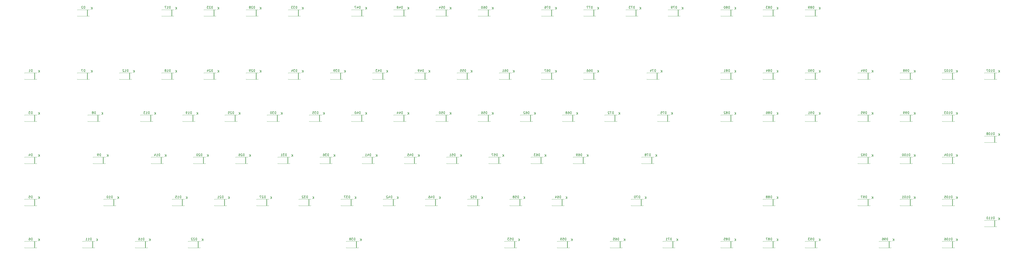
<source format=gbr>
%TF.GenerationSoftware,KiCad,Pcbnew,8.0.8*%
%TF.CreationDate,2025-11-12T22:54:25+00:00*%
%TF.ProjectId,Blueboard-Kicad,426c7565-626f-4617-9264-2d4b69636164,rev?*%
%TF.SameCoordinates,Original*%
%TF.FileFunction,Legend,Bot*%
%TF.FilePolarity,Positive*%
%FSLAX46Y46*%
G04 Gerber Fmt 4.6, Leading zero omitted, Abs format (unit mm)*
G04 Created by KiCad (PCBNEW 8.0.8) date 2025-11-12 22:54:25*
%MOMM*%
%LPD*%
G01*
G04 APERTURE LIST*
%ADD10C,0.150000*%
%ADD11C,0.120000*%
G04 APERTURE END LIST*
D10*
X179851785Y-221544819D02*
X179851785Y-220544819D01*
X179851785Y-220544819D02*
X179613690Y-220544819D01*
X179613690Y-220544819D02*
X179470833Y-220592438D01*
X179470833Y-220592438D02*
X179375595Y-220687676D01*
X179375595Y-220687676D02*
X179327976Y-220782914D01*
X179327976Y-220782914D02*
X179280357Y-220973390D01*
X179280357Y-220973390D02*
X179280357Y-221116247D01*
X179280357Y-221116247D02*
X179327976Y-221306723D01*
X179327976Y-221306723D02*
X179375595Y-221401961D01*
X179375595Y-221401961D02*
X179470833Y-221497200D01*
X179470833Y-221497200D02*
X179613690Y-221544819D01*
X179613690Y-221544819D02*
X179851785Y-221544819D01*
X178947023Y-220544819D02*
X178327976Y-220544819D01*
X178327976Y-220544819D02*
X178661309Y-220925771D01*
X178661309Y-220925771D02*
X178518452Y-220925771D01*
X178518452Y-220925771D02*
X178423214Y-220973390D01*
X178423214Y-220973390D02*
X178375595Y-221021009D01*
X178375595Y-221021009D02*
X178327976Y-221116247D01*
X178327976Y-221116247D02*
X178327976Y-221354342D01*
X178327976Y-221354342D02*
X178375595Y-221449580D01*
X178375595Y-221449580D02*
X178423214Y-221497200D01*
X178423214Y-221497200D02*
X178518452Y-221544819D01*
X178518452Y-221544819D02*
X178804166Y-221544819D01*
X178804166Y-221544819D02*
X178899404Y-221497200D01*
X178899404Y-221497200D02*
X178947023Y-221449580D01*
X177994642Y-220544819D02*
X177327976Y-220544819D01*
X177327976Y-220544819D02*
X177756547Y-221544819D01*
X182709404Y-221914819D02*
X182709404Y-220914819D01*
X182137976Y-221914819D02*
X182566547Y-221343390D01*
X182137976Y-220914819D02*
X182709404Y-221486247D01*
X189376785Y-202494819D02*
X189376785Y-201494819D01*
X189376785Y-201494819D02*
X189138690Y-201494819D01*
X189138690Y-201494819D02*
X188995833Y-201542438D01*
X188995833Y-201542438D02*
X188900595Y-201637676D01*
X188900595Y-201637676D02*
X188852976Y-201732914D01*
X188852976Y-201732914D02*
X188805357Y-201923390D01*
X188805357Y-201923390D02*
X188805357Y-202066247D01*
X188805357Y-202066247D02*
X188852976Y-202256723D01*
X188852976Y-202256723D02*
X188900595Y-202351961D01*
X188900595Y-202351961D02*
X188995833Y-202447200D01*
X188995833Y-202447200D02*
X189138690Y-202494819D01*
X189138690Y-202494819D02*
X189376785Y-202494819D01*
X187948214Y-201828152D02*
X187948214Y-202494819D01*
X188186309Y-201447200D02*
X188424404Y-202161485D01*
X188424404Y-202161485D02*
X187805357Y-202161485D01*
X186900595Y-202494819D02*
X187472023Y-202494819D01*
X187186309Y-202494819D02*
X187186309Y-201494819D01*
X187186309Y-201494819D02*
X187281547Y-201637676D01*
X187281547Y-201637676D02*
X187376785Y-201732914D01*
X187376785Y-201732914D02*
X187472023Y-201780533D01*
X192234404Y-202864819D02*
X192234404Y-201864819D01*
X191662976Y-202864819D02*
X192091547Y-202293390D01*
X191662976Y-201864819D02*
X192234404Y-202436247D01*
X136989285Y-135819819D02*
X136989285Y-134819819D01*
X136989285Y-134819819D02*
X136751190Y-134819819D01*
X136751190Y-134819819D02*
X136608333Y-134867438D01*
X136608333Y-134867438D02*
X136513095Y-134962676D01*
X136513095Y-134962676D02*
X136465476Y-135057914D01*
X136465476Y-135057914D02*
X136417857Y-135248390D01*
X136417857Y-135248390D02*
X136417857Y-135391247D01*
X136417857Y-135391247D02*
X136465476Y-135581723D01*
X136465476Y-135581723D02*
X136513095Y-135676961D01*
X136513095Y-135676961D02*
X136608333Y-135772200D01*
X136608333Y-135772200D02*
X136751190Y-135819819D01*
X136751190Y-135819819D02*
X136989285Y-135819819D01*
X136036904Y-134915057D02*
X135989285Y-134867438D01*
X135989285Y-134867438D02*
X135894047Y-134819819D01*
X135894047Y-134819819D02*
X135655952Y-134819819D01*
X135655952Y-134819819D02*
X135560714Y-134867438D01*
X135560714Y-134867438D02*
X135513095Y-134915057D01*
X135513095Y-134915057D02*
X135465476Y-135010295D01*
X135465476Y-135010295D02*
X135465476Y-135105533D01*
X135465476Y-135105533D02*
X135513095Y-135248390D01*
X135513095Y-135248390D02*
X136084523Y-135819819D01*
X136084523Y-135819819D02*
X135465476Y-135819819D01*
X134894047Y-135248390D02*
X134989285Y-135200771D01*
X134989285Y-135200771D02*
X135036904Y-135153152D01*
X135036904Y-135153152D02*
X135084523Y-135057914D01*
X135084523Y-135057914D02*
X135084523Y-135010295D01*
X135084523Y-135010295D02*
X135036904Y-134915057D01*
X135036904Y-134915057D02*
X134989285Y-134867438D01*
X134989285Y-134867438D02*
X134894047Y-134819819D01*
X134894047Y-134819819D02*
X134703571Y-134819819D01*
X134703571Y-134819819D02*
X134608333Y-134867438D01*
X134608333Y-134867438D02*
X134560714Y-134915057D01*
X134560714Y-134915057D02*
X134513095Y-135010295D01*
X134513095Y-135010295D02*
X134513095Y-135057914D01*
X134513095Y-135057914D02*
X134560714Y-135153152D01*
X134560714Y-135153152D02*
X134608333Y-135200771D01*
X134608333Y-135200771D02*
X134703571Y-135248390D01*
X134703571Y-135248390D02*
X134894047Y-135248390D01*
X134894047Y-135248390D02*
X134989285Y-135296009D01*
X134989285Y-135296009D02*
X135036904Y-135343628D01*
X135036904Y-135343628D02*
X135084523Y-135438866D01*
X135084523Y-135438866D02*
X135084523Y-135629342D01*
X135084523Y-135629342D02*
X135036904Y-135724580D01*
X135036904Y-135724580D02*
X134989285Y-135772200D01*
X134989285Y-135772200D02*
X134894047Y-135819819D01*
X134894047Y-135819819D02*
X134703571Y-135819819D01*
X134703571Y-135819819D02*
X134608333Y-135772200D01*
X134608333Y-135772200D02*
X134560714Y-135724580D01*
X134560714Y-135724580D02*
X134513095Y-135629342D01*
X134513095Y-135629342D02*
X134513095Y-135438866D01*
X134513095Y-135438866D02*
X134560714Y-135343628D01*
X134560714Y-135343628D02*
X134608333Y-135296009D01*
X134608333Y-135296009D02*
X134703571Y-135248390D01*
X139846904Y-136189819D02*
X139846904Y-135189819D01*
X139275476Y-136189819D02*
X139704047Y-135618390D01*
X139275476Y-135189819D02*
X139846904Y-135761247D01*
X279864285Y-183444819D02*
X279864285Y-182444819D01*
X279864285Y-182444819D02*
X279626190Y-182444819D01*
X279626190Y-182444819D02*
X279483333Y-182492438D01*
X279483333Y-182492438D02*
X279388095Y-182587676D01*
X279388095Y-182587676D02*
X279340476Y-182682914D01*
X279340476Y-182682914D02*
X279292857Y-182873390D01*
X279292857Y-182873390D02*
X279292857Y-183016247D01*
X279292857Y-183016247D02*
X279340476Y-183206723D01*
X279340476Y-183206723D02*
X279388095Y-183301961D01*
X279388095Y-183301961D02*
X279483333Y-183397200D01*
X279483333Y-183397200D02*
X279626190Y-183444819D01*
X279626190Y-183444819D02*
X279864285Y-183444819D01*
X278435714Y-182444819D02*
X278626190Y-182444819D01*
X278626190Y-182444819D02*
X278721428Y-182492438D01*
X278721428Y-182492438D02*
X278769047Y-182540057D01*
X278769047Y-182540057D02*
X278864285Y-182682914D01*
X278864285Y-182682914D02*
X278911904Y-182873390D01*
X278911904Y-182873390D02*
X278911904Y-183254342D01*
X278911904Y-183254342D02*
X278864285Y-183349580D01*
X278864285Y-183349580D02*
X278816666Y-183397200D01*
X278816666Y-183397200D02*
X278721428Y-183444819D01*
X278721428Y-183444819D02*
X278530952Y-183444819D01*
X278530952Y-183444819D02*
X278435714Y-183397200D01*
X278435714Y-183397200D02*
X278388095Y-183349580D01*
X278388095Y-183349580D02*
X278340476Y-183254342D01*
X278340476Y-183254342D02*
X278340476Y-183016247D01*
X278340476Y-183016247D02*
X278388095Y-182921009D01*
X278388095Y-182921009D02*
X278435714Y-182873390D01*
X278435714Y-182873390D02*
X278530952Y-182825771D01*
X278530952Y-182825771D02*
X278721428Y-182825771D01*
X278721428Y-182825771D02*
X278816666Y-182873390D01*
X278816666Y-182873390D02*
X278864285Y-182921009D01*
X278864285Y-182921009D02*
X278911904Y-183016247D01*
X277769047Y-182873390D02*
X277864285Y-182825771D01*
X277864285Y-182825771D02*
X277911904Y-182778152D01*
X277911904Y-182778152D02*
X277959523Y-182682914D01*
X277959523Y-182682914D02*
X277959523Y-182635295D01*
X277959523Y-182635295D02*
X277911904Y-182540057D01*
X277911904Y-182540057D02*
X277864285Y-182492438D01*
X277864285Y-182492438D02*
X277769047Y-182444819D01*
X277769047Y-182444819D02*
X277578571Y-182444819D01*
X277578571Y-182444819D02*
X277483333Y-182492438D01*
X277483333Y-182492438D02*
X277435714Y-182540057D01*
X277435714Y-182540057D02*
X277388095Y-182635295D01*
X277388095Y-182635295D02*
X277388095Y-182682914D01*
X277388095Y-182682914D02*
X277435714Y-182778152D01*
X277435714Y-182778152D02*
X277483333Y-182825771D01*
X277483333Y-182825771D02*
X277578571Y-182873390D01*
X277578571Y-182873390D02*
X277769047Y-182873390D01*
X277769047Y-182873390D02*
X277864285Y-182921009D01*
X277864285Y-182921009D02*
X277911904Y-182968628D01*
X277911904Y-182968628D02*
X277959523Y-183063866D01*
X277959523Y-183063866D02*
X277959523Y-183254342D01*
X277959523Y-183254342D02*
X277911904Y-183349580D01*
X277911904Y-183349580D02*
X277864285Y-183397200D01*
X277864285Y-183397200D02*
X277769047Y-183444819D01*
X277769047Y-183444819D02*
X277578571Y-183444819D01*
X277578571Y-183444819D02*
X277483333Y-183397200D01*
X277483333Y-183397200D02*
X277435714Y-183349580D01*
X277435714Y-183349580D02*
X277388095Y-183254342D01*
X277388095Y-183254342D02*
X277388095Y-183063866D01*
X277388095Y-183063866D02*
X277435714Y-182968628D01*
X277435714Y-182968628D02*
X277483333Y-182921009D01*
X277483333Y-182921009D02*
X277578571Y-182873390D01*
X282721904Y-183814819D02*
X282721904Y-182814819D01*
X282150476Y-183814819D02*
X282579047Y-183243390D01*
X282150476Y-182814819D02*
X282721904Y-183386247D01*
X253670535Y-240594819D02*
X253670535Y-239594819D01*
X253670535Y-239594819D02*
X253432440Y-239594819D01*
X253432440Y-239594819D02*
X253289583Y-239642438D01*
X253289583Y-239642438D02*
X253194345Y-239737676D01*
X253194345Y-239737676D02*
X253146726Y-239832914D01*
X253146726Y-239832914D02*
X253099107Y-240023390D01*
X253099107Y-240023390D02*
X253099107Y-240166247D01*
X253099107Y-240166247D02*
X253146726Y-240356723D01*
X253146726Y-240356723D02*
X253194345Y-240451961D01*
X253194345Y-240451961D02*
X253289583Y-240547200D01*
X253289583Y-240547200D02*
X253432440Y-240594819D01*
X253432440Y-240594819D02*
X253670535Y-240594819D01*
X252194345Y-239594819D02*
X252670535Y-239594819D01*
X252670535Y-239594819D02*
X252718154Y-240071009D01*
X252718154Y-240071009D02*
X252670535Y-240023390D01*
X252670535Y-240023390D02*
X252575297Y-239975771D01*
X252575297Y-239975771D02*
X252337202Y-239975771D01*
X252337202Y-239975771D02*
X252241964Y-240023390D01*
X252241964Y-240023390D02*
X252194345Y-240071009D01*
X252194345Y-240071009D02*
X252146726Y-240166247D01*
X252146726Y-240166247D02*
X252146726Y-240404342D01*
X252146726Y-240404342D02*
X252194345Y-240499580D01*
X252194345Y-240499580D02*
X252241964Y-240547200D01*
X252241964Y-240547200D02*
X252337202Y-240594819D01*
X252337202Y-240594819D02*
X252575297Y-240594819D01*
X252575297Y-240594819D02*
X252670535Y-240547200D01*
X252670535Y-240547200D02*
X252718154Y-240499580D01*
X251813392Y-239594819D02*
X251194345Y-239594819D01*
X251194345Y-239594819D02*
X251527678Y-239975771D01*
X251527678Y-239975771D02*
X251384821Y-239975771D01*
X251384821Y-239975771D02*
X251289583Y-240023390D01*
X251289583Y-240023390D02*
X251241964Y-240071009D01*
X251241964Y-240071009D02*
X251194345Y-240166247D01*
X251194345Y-240166247D02*
X251194345Y-240404342D01*
X251194345Y-240404342D02*
X251241964Y-240499580D01*
X251241964Y-240499580D02*
X251289583Y-240547200D01*
X251289583Y-240547200D02*
X251384821Y-240594819D01*
X251384821Y-240594819D02*
X251670535Y-240594819D01*
X251670535Y-240594819D02*
X251765773Y-240547200D01*
X251765773Y-240547200D02*
X251813392Y-240499580D01*
X256528154Y-240964819D02*
X256528154Y-239964819D01*
X255956726Y-240964819D02*
X256385297Y-240393390D01*
X255956726Y-239964819D02*
X256528154Y-240536247D01*
X432740475Y-202494819D02*
X432740475Y-201494819D01*
X432740475Y-201494819D02*
X432502380Y-201494819D01*
X432502380Y-201494819D02*
X432359523Y-201542438D01*
X432359523Y-201542438D02*
X432264285Y-201637676D01*
X432264285Y-201637676D02*
X432216666Y-201732914D01*
X432216666Y-201732914D02*
X432169047Y-201923390D01*
X432169047Y-201923390D02*
X432169047Y-202066247D01*
X432169047Y-202066247D02*
X432216666Y-202256723D01*
X432216666Y-202256723D02*
X432264285Y-202351961D01*
X432264285Y-202351961D02*
X432359523Y-202447200D01*
X432359523Y-202447200D02*
X432502380Y-202494819D01*
X432502380Y-202494819D02*
X432740475Y-202494819D01*
X431216666Y-202494819D02*
X431788094Y-202494819D01*
X431502380Y-202494819D02*
X431502380Y-201494819D01*
X431502380Y-201494819D02*
X431597618Y-201637676D01*
X431597618Y-201637676D02*
X431692856Y-201732914D01*
X431692856Y-201732914D02*
X431788094Y-201780533D01*
X430597618Y-201494819D02*
X430502380Y-201494819D01*
X430502380Y-201494819D02*
X430407142Y-201542438D01*
X430407142Y-201542438D02*
X430359523Y-201590057D01*
X430359523Y-201590057D02*
X430311904Y-201685295D01*
X430311904Y-201685295D02*
X430264285Y-201875771D01*
X430264285Y-201875771D02*
X430264285Y-202113866D01*
X430264285Y-202113866D02*
X430311904Y-202304342D01*
X430311904Y-202304342D02*
X430359523Y-202399580D01*
X430359523Y-202399580D02*
X430407142Y-202447200D01*
X430407142Y-202447200D02*
X430502380Y-202494819D01*
X430502380Y-202494819D02*
X430597618Y-202494819D01*
X430597618Y-202494819D02*
X430692856Y-202447200D01*
X430692856Y-202447200D02*
X430740475Y-202399580D01*
X430740475Y-202399580D02*
X430788094Y-202304342D01*
X430788094Y-202304342D02*
X430835713Y-202113866D01*
X430835713Y-202113866D02*
X430835713Y-201875771D01*
X430835713Y-201875771D02*
X430788094Y-201685295D01*
X430788094Y-201685295D02*
X430740475Y-201590057D01*
X430740475Y-201590057D02*
X430692856Y-201542438D01*
X430692856Y-201542438D02*
X430597618Y-201494819D01*
X429645237Y-201494819D02*
X429549999Y-201494819D01*
X429549999Y-201494819D02*
X429454761Y-201542438D01*
X429454761Y-201542438D02*
X429407142Y-201590057D01*
X429407142Y-201590057D02*
X429359523Y-201685295D01*
X429359523Y-201685295D02*
X429311904Y-201875771D01*
X429311904Y-201875771D02*
X429311904Y-202113866D01*
X429311904Y-202113866D02*
X429359523Y-202304342D01*
X429359523Y-202304342D02*
X429407142Y-202399580D01*
X429407142Y-202399580D02*
X429454761Y-202447200D01*
X429454761Y-202447200D02*
X429549999Y-202494819D01*
X429549999Y-202494819D02*
X429645237Y-202494819D01*
X429645237Y-202494819D02*
X429740475Y-202447200D01*
X429740475Y-202447200D02*
X429788094Y-202399580D01*
X429788094Y-202399580D02*
X429835713Y-202304342D01*
X429835713Y-202304342D02*
X429883332Y-202113866D01*
X429883332Y-202113866D02*
X429883332Y-201875771D01*
X429883332Y-201875771D02*
X429835713Y-201685295D01*
X429835713Y-201685295D02*
X429788094Y-201590057D01*
X429788094Y-201590057D02*
X429740475Y-201542438D01*
X429740475Y-201542438D02*
X429645237Y-201494819D01*
X435121904Y-202864819D02*
X435121904Y-201864819D01*
X434550476Y-202864819D02*
X434979047Y-202293390D01*
X434550476Y-201864819D02*
X435121904Y-202436247D01*
X432264285Y-164394819D02*
X432264285Y-163394819D01*
X432264285Y-163394819D02*
X432026190Y-163394819D01*
X432026190Y-163394819D02*
X431883333Y-163442438D01*
X431883333Y-163442438D02*
X431788095Y-163537676D01*
X431788095Y-163537676D02*
X431740476Y-163632914D01*
X431740476Y-163632914D02*
X431692857Y-163823390D01*
X431692857Y-163823390D02*
X431692857Y-163966247D01*
X431692857Y-163966247D02*
X431740476Y-164156723D01*
X431740476Y-164156723D02*
X431788095Y-164251961D01*
X431788095Y-164251961D02*
X431883333Y-164347200D01*
X431883333Y-164347200D02*
X432026190Y-164394819D01*
X432026190Y-164394819D02*
X432264285Y-164394819D01*
X431216666Y-164394819D02*
X431026190Y-164394819D01*
X431026190Y-164394819D02*
X430930952Y-164347200D01*
X430930952Y-164347200D02*
X430883333Y-164299580D01*
X430883333Y-164299580D02*
X430788095Y-164156723D01*
X430788095Y-164156723D02*
X430740476Y-163966247D01*
X430740476Y-163966247D02*
X430740476Y-163585295D01*
X430740476Y-163585295D02*
X430788095Y-163490057D01*
X430788095Y-163490057D02*
X430835714Y-163442438D01*
X430835714Y-163442438D02*
X430930952Y-163394819D01*
X430930952Y-163394819D02*
X431121428Y-163394819D01*
X431121428Y-163394819D02*
X431216666Y-163442438D01*
X431216666Y-163442438D02*
X431264285Y-163490057D01*
X431264285Y-163490057D02*
X431311904Y-163585295D01*
X431311904Y-163585295D02*
X431311904Y-163823390D01*
X431311904Y-163823390D02*
X431264285Y-163918628D01*
X431264285Y-163918628D02*
X431216666Y-163966247D01*
X431216666Y-163966247D02*
X431121428Y-164013866D01*
X431121428Y-164013866D02*
X430930952Y-164013866D01*
X430930952Y-164013866D02*
X430835714Y-163966247D01*
X430835714Y-163966247D02*
X430788095Y-163918628D01*
X430788095Y-163918628D02*
X430740476Y-163823390D01*
X430169047Y-163823390D02*
X430264285Y-163775771D01*
X430264285Y-163775771D02*
X430311904Y-163728152D01*
X430311904Y-163728152D02*
X430359523Y-163632914D01*
X430359523Y-163632914D02*
X430359523Y-163585295D01*
X430359523Y-163585295D02*
X430311904Y-163490057D01*
X430311904Y-163490057D02*
X430264285Y-163442438D01*
X430264285Y-163442438D02*
X430169047Y-163394819D01*
X430169047Y-163394819D02*
X429978571Y-163394819D01*
X429978571Y-163394819D02*
X429883333Y-163442438D01*
X429883333Y-163442438D02*
X429835714Y-163490057D01*
X429835714Y-163490057D02*
X429788095Y-163585295D01*
X429788095Y-163585295D02*
X429788095Y-163632914D01*
X429788095Y-163632914D02*
X429835714Y-163728152D01*
X429835714Y-163728152D02*
X429883333Y-163775771D01*
X429883333Y-163775771D02*
X429978571Y-163823390D01*
X429978571Y-163823390D02*
X430169047Y-163823390D01*
X430169047Y-163823390D02*
X430264285Y-163871009D01*
X430264285Y-163871009D02*
X430311904Y-163918628D01*
X430311904Y-163918628D02*
X430359523Y-164013866D01*
X430359523Y-164013866D02*
X430359523Y-164204342D01*
X430359523Y-164204342D02*
X430311904Y-164299580D01*
X430311904Y-164299580D02*
X430264285Y-164347200D01*
X430264285Y-164347200D02*
X430169047Y-164394819D01*
X430169047Y-164394819D02*
X429978571Y-164394819D01*
X429978571Y-164394819D02*
X429883333Y-164347200D01*
X429883333Y-164347200D02*
X429835714Y-164299580D01*
X429835714Y-164299580D02*
X429788095Y-164204342D01*
X429788095Y-164204342D02*
X429788095Y-164013866D01*
X429788095Y-164013866D02*
X429835714Y-163918628D01*
X429835714Y-163918628D02*
X429883333Y-163871009D01*
X429883333Y-163871009D02*
X429978571Y-163823390D01*
X435121904Y-164764819D02*
X435121904Y-163764819D01*
X434550476Y-164764819D02*
X434979047Y-164193390D01*
X434550476Y-163764819D02*
X435121904Y-164336247D01*
X270339285Y-135819819D02*
X270339285Y-134819819D01*
X270339285Y-134819819D02*
X270101190Y-134819819D01*
X270101190Y-134819819D02*
X269958333Y-134867438D01*
X269958333Y-134867438D02*
X269863095Y-134962676D01*
X269863095Y-134962676D02*
X269815476Y-135057914D01*
X269815476Y-135057914D02*
X269767857Y-135248390D01*
X269767857Y-135248390D02*
X269767857Y-135391247D01*
X269767857Y-135391247D02*
X269815476Y-135581723D01*
X269815476Y-135581723D02*
X269863095Y-135676961D01*
X269863095Y-135676961D02*
X269958333Y-135772200D01*
X269958333Y-135772200D02*
X270101190Y-135819819D01*
X270101190Y-135819819D02*
X270339285Y-135819819D01*
X269434523Y-134819819D02*
X268767857Y-134819819D01*
X268767857Y-134819819D02*
X269196428Y-135819819D01*
X267958333Y-134819819D02*
X268148809Y-134819819D01*
X268148809Y-134819819D02*
X268244047Y-134867438D01*
X268244047Y-134867438D02*
X268291666Y-134915057D01*
X268291666Y-134915057D02*
X268386904Y-135057914D01*
X268386904Y-135057914D02*
X268434523Y-135248390D01*
X268434523Y-135248390D02*
X268434523Y-135629342D01*
X268434523Y-135629342D02*
X268386904Y-135724580D01*
X268386904Y-135724580D02*
X268339285Y-135772200D01*
X268339285Y-135772200D02*
X268244047Y-135819819D01*
X268244047Y-135819819D02*
X268053571Y-135819819D01*
X268053571Y-135819819D02*
X267958333Y-135772200D01*
X267958333Y-135772200D02*
X267910714Y-135724580D01*
X267910714Y-135724580D02*
X267863095Y-135629342D01*
X267863095Y-135629342D02*
X267863095Y-135391247D01*
X267863095Y-135391247D02*
X267910714Y-135296009D01*
X267910714Y-135296009D02*
X267958333Y-135248390D01*
X267958333Y-135248390D02*
X268053571Y-135200771D01*
X268053571Y-135200771D02*
X268244047Y-135200771D01*
X268244047Y-135200771D02*
X268339285Y-135248390D01*
X268339285Y-135248390D02*
X268386904Y-135296009D01*
X268386904Y-135296009D02*
X268434523Y-135391247D01*
X273196904Y-136189819D02*
X273196904Y-135189819D01*
X272625476Y-136189819D02*
X273054047Y-135618390D01*
X272625476Y-135189819D02*
X273196904Y-135761247D01*
X432264285Y-183444819D02*
X432264285Y-182444819D01*
X432264285Y-182444819D02*
X432026190Y-182444819D01*
X432026190Y-182444819D02*
X431883333Y-182492438D01*
X431883333Y-182492438D02*
X431788095Y-182587676D01*
X431788095Y-182587676D02*
X431740476Y-182682914D01*
X431740476Y-182682914D02*
X431692857Y-182873390D01*
X431692857Y-182873390D02*
X431692857Y-183016247D01*
X431692857Y-183016247D02*
X431740476Y-183206723D01*
X431740476Y-183206723D02*
X431788095Y-183301961D01*
X431788095Y-183301961D02*
X431883333Y-183397200D01*
X431883333Y-183397200D02*
X432026190Y-183444819D01*
X432026190Y-183444819D02*
X432264285Y-183444819D01*
X431216666Y-183444819D02*
X431026190Y-183444819D01*
X431026190Y-183444819D02*
X430930952Y-183397200D01*
X430930952Y-183397200D02*
X430883333Y-183349580D01*
X430883333Y-183349580D02*
X430788095Y-183206723D01*
X430788095Y-183206723D02*
X430740476Y-183016247D01*
X430740476Y-183016247D02*
X430740476Y-182635295D01*
X430740476Y-182635295D02*
X430788095Y-182540057D01*
X430788095Y-182540057D02*
X430835714Y-182492438D01*
X430835714Y-182492438D02*
X430930952Y-182444819D01*
X430930952Y-182444819D02*
X431121428Y-182444819D01*
X431121428Y-182444819D02*
X431216666Y-182492438D01*
X431216666Y-182492438D02*
X431264285Y-182540057D01*
X431264285Y-182540057D02*
X431311904Y-182635295D01*
X431311904Y-182635295D02*
X431311904Y-182873390D01*
X431311904Y-182873390D02*
X431264285Y-182968628D01*
X431264285Y-182968628D02*
X431216666Y-183016247D01*
X431216666Y-183016247D02*
X431121428Y-183063866D01*
X431121428Y-183063866D02*
X430930952Y-183063866D01*
X430930952Y-183063866D02*
X430835714Y-183016247D01*
X430835714Y-183016247D02*
X430788095Y-182968628D01*
X430788095Y-182968628D02*
X430740476Y-182873390D01*
X430264285Y-183444819D02*
X430073809Y-183444819D01*
X430073809Y-183444819D02*
X429978571Y-183397200D01*
X429978571Y-183397200D02*
X429930952Y-183349580D01*
X429930952Y-183349580D02*
X429835714Y-183206723D01*
X429835714Y-183206723D02*
X429788095Y-183016247D01*
X429788095Y-183016247D02*
X429788095Y-182635295D01*
X429788095Y-182635295D02*
X429835714Y-182540057D01*
X429835714Y-182540057D02*
X429883333Y-182492438D01*
X429883333Y-182492438D02*
X429978571Y-182444819D01*
X429978571Y-182444819D02*
X430169047Y-182444819D01*
X430169047Y-182444819D02*
X430264285Y-182492438D01*
X430264285Y-182492438D02*
X430311904Y-182540057D01*
X430311904Y-182540057D02*
X430359523Y-182635295D01*
X430359523Y-182635295D02*
X430359523Y-182873390D01*
X430359523Y-182873390D02*
X430311904Y-182968628D01*
X430311904Y-182968628D02*
X430264285Y-183016247D01*
X430264285Y-183016247D02*
X430169047Y-183063866D01*
X430169047Y-183063866D02*
X429978571Y-183063866D01*
X429978571Y-183063866D02*
X429883333Y-183016247D01*
X429883333Y-183016247D02*
X429835714Y-182968628D01*
X429835714Y-182968628D02*
X429788095Y-182873390D01*
X435121904Y-183814819D02*
X435121904Y-182814819D01*
X434550476Y-183814819D02*
X434979047Y-183243390D01*
X434550476Y-182814819D02*
X435121904Y-183386247D01*
X175089285Y-164394819D02*
X175089285Y-163394819D01*
X175089285Y-163394819D02*
X174851190Y-163394819D01*
X174851190Y-163394819D02*
X174708333Y-163442438D01*
X174708333Y-163442438D02*
X174613095Y-163537676D01*
X174613095Y-163537676D02*
X174565476Y-163632914D01*
X174565476Y-163632914D02*
X174517857Y-163823390D01*
X174517857Y-163823390D02*
X174517857Y-163966247D01*
X174517857Y-163966247D02*
X174565476Y-164156723D01*
X174565476Y-164156723D02*
X174613095Y-164251961D01*
X174613095Y-164251961D02*
X174708333Y-164347200D01*
X174708333Y-164347200D02*
X174851190Y-164394819D01*
X174851190Y-164394819D02*
X175089285Y-164394819D01*
X174184523Y-163394819D02*
X173565476Y-163394819D01*
X173565476Y-163394819D02*
X173898809Y-163775771D01*
X173898809Y-163775771D02*
X173755952Y-163775771D01*
X173755952Y-163775771D02*
X173660714Y-163823390D01*
X173660714Y-163823390D02*
X173613095Y-163871009D01*
X173613095Y-163871009D02*
X173565476Y-163966247D01*
X173565476Y-163966247D02*
X173565476Y-164204342D01*
X173565476Y-164204342D02*
X173613095Y-164299580D01*
X173613095Y-164299580D02*
X173660714Y-164347200D01*
X173660714Y-164347200D02*
X173755952Y-164394819D01*
X173755952Y-164394819D02*
X174041666Y-164394819D01*
X174041666Y-164394819D02*
X174136904Y-164347200D01*
X174136904Y-164347200D02*
X174184523Y-164299580D01*
X173089285Y-164394819D02*
X172898809Y-164394819D01*
X172898809Y-164394819D02*
X172803571Y-164347200D01*
X172803571Y-164347200D02*
X172755952Y-164299580D01*
X172755952Y-164299580D02*
X172660714Y-164156723D01*
X172660714Y-164156723D02*
X172613095Y-163966247D01*
X172613095Y-163966247D02*
X172613095Y-163585295D01*
X172613095Y-163585295D02*
X172660714Y-163490057D01*
X172660714Y-163490057D02*
X172708333Y-163442438D01*
X172708333Y-163442438D02*
X172803571Y-163394819D01*
X172803571Y-163394819D02*
X172994047Y-163394819D01*
X172994047Y-163394819D02*
X173089285Y-163442438D01*
X173089285Y-163442438D02*
X173136904Y-163490057D01*
X173136904Y-163490057D02*
X173184523Y-163585295D01*
X173184523Y-163585295D02*
X173184523Y-163823390D01*
X173184523Y-163823390D02*
X173136904Y-163918628D01*
X173136904Y-163918628D02*
X173089285Y-163966247D01*
X173089285Y-163966247D02*
X172994047Y-164013866D01*
X172994047Y-164013866D02*
X172803571Y-164013866D01*
X172803571Y-164013866D02*
X172708333Y-163966247D01*
X172708333Y-163966247D02*
X172660714Y-163918628D01*
X172660714Y-163918628D02*
X172613095Y-163823390D01*
X177946904Y-164764819D02*
X177946904Y-163764819D01*
X177375476Y-164764819D02*
X177804047Y-164193390D01*
X177375476Y-163764819D02*
X177946904Y-164336247D01*
X370351785Y-183444819D02*
X370351785Y-182444819D01*
X370351785Y-182444819D02*
X370113690Y-182444819D01*
X370113690Y-182444819D02*
X369970833Y-182492438D01*
X369970833Y-182492438D02*
X369875595Y-182587676D01*
X369875595Y-182587676D02*
X369827976Y-182682914D01*
X369827976Y-182682914D02*
X369780357Y-182873390D01*
X369780357Y-182873390D02*
X369780357Y-183016247D01*
X369780357Y-183016247D02*
X369827976Y-183206723D01*
X369827976Y-183206723D02*
X369875595Y-183301961D01*
X369875595Y-183301961D02*
X369970833Y-183397200D01*
X369970833Y-183397200D02*
X370113690Y-183444819D01*
X370113690Y-183444819D02*
X370351785Y-183444819D01*
X369208928Y-182873390D02*
X369304166Y-182825771D01*
X369304166Y-182825771D02*
X369351785Y-182778152D01*
X369351785Y-182778152D02*
X369399404Y-182682914D01*
X369399404Y-182682914D02*
X369399404Y-182635295D01*
X369399404Y-182635295D02*
X369351785Y-182540057D01*
X369351785Y-182540057D02*
X369304166Y-182492438D01*
X369304166Y-182492438D02*
X369208928Y-182444819D01*
X369208928Y-182444819D02*
X369018452Y-182444819D01*
X369018452Y-182444819D02*
X368923214Y-182492438D01*
X368923214Y-182492438D02*
X368875595Y-182540057D01*
X368875595Y-182540057D02*
X368827976Y-182635295D01*
X368827976Y-182635295D02*
X368827976Y-182682914D01*
X368827976Y-182682914D02*
X368875595Y-182778152D01*
X368875595Y-182778152D02*
X368923214Y-182825771D01*
X368923214Y-182825771D02*
X369018452Y-182873390D01*
X369018452Y-182873390D02*
X369208928Y-182873390D01*
X369208928Y-182873390D02*
X369304166Y-182921009D01*
X369304166Y-182921009D02*
X369351785Y-182968628D01*
X369351785Y-182968628D02*
X369399404Y-183063866D01*
X369399404Y-183063866D02*
X369399404Y-183254342D01*
X369399404Y-183254342D02*
X369351785Y-183349580D01*
X369351785Y-183349580D02*
X369304166Y-183397200D01*
X369304166Y-183397200D02*
X369208928Y-183444819D01*
X369208928Y-183444819D02*
X369018452Y-183444819D01*
X369018452Y-183444819D02*
X368923214Y-183397200D01*
X368923214Y-183397200D02*
X368875595Y-183349580D01*
X368875595Y-183349580D02*
X368827976Y-183254342D01*
X368827976Y-183254342D02*
X368827976Y-183063866D01*
X368827976Y-183063866D02*
X368875595Y-182968628D01*
X368875595Y-182968628D02*
X368923214Y-182921009D01*
X368923214Y-182921009D02*
X369018452Y-182873390D01*
X367970833Y-182444819D02*
X368161309Y-182444819D01*
X368161309Y-182444819D02*
X368256547Y-182492438D01*
X368256547Y-182492438D02*
X368304166Y-182540057D01*
X368304166Y-182540057D02*
X368399404Y-182682914D01*
X368399404Y-182682914D02*
X368447023Y-182873390D01*
X368447023Y-182873390D02*
X368447023Y-183254342D01*
X368447023Y-183254342D02*
X368399404Y-183349580D01*
X368399404Y-183349580D02*
X368351785Y-183397200D01*
X368351785Y-183397200D02*
X368256547Y-183444819D01*
X368256547Y-183444819D02*
X368066071Y-183444819D01*
X368066071Y-183444819D02*
X367970833Y-183397200D01*
X367970833Y-183397200D02*
X367923214Y-183349580D01*
X367923214Y-183349580D02*
X367875595Y-183254342D01*
X367875595Y-183254342D02*
X367875595Y-183016247D01*
X367875595Y-183016247D02*
X367923214Y-182921009D01*
X367923214Y-182921009D02*
X367970833Y-182873390D01*
X367970833Y-182873390D02*
X368066071Y-182825771D01*
X368066071Y-182825771D02*
X368256547Y-182825771D01*
X368256547Y-182825771D02*
X368351785Y-182873390D01*
X368351785Y-182873390D02*
X368399404Y-182921009D01*
X368399404Y-182921009D02*
X368447023Y-183016247D01*
X373209404Y-183814819D02*
X373209404Y-182814819D01*
X372637976Y-183814819D02*
X373066547Y-183243390D01*
X372637976Y-182814819D02*
X373209404Y-183386247D01*
X151276785Y-202494819D02*
X151276785Y-201494819D01*
X151276785Y-201494819D02*
X151038690Y-201494819D01*
X151038690Y-201494819D02*
X150895833Y-201542438D01*
X150895833Y-201542438D02*
X150800595Y-201637676D01*
X150800595Y-201637676D02*
X150752976Y-201732914D01*
X150752976Y-201732914D02*
X150705357Y-201923390D01*
X150705357Y-201923390D02*
X150705357Y-202066247D01*
X150705357Y-202066247D02*
X150752976Y-202256723D01*
X150752976Y-202256723D02*
X150800595Y-202351961D01*
X150800595Y-202351961D02*
X150895833Y-202447200D01*
X150895833Y-202447200D02*
X151038690Y-202494819D01*
X151038690Y-202494819D02*
X151276785Y-202494819D01*
X150372023Y-201494819D02*
X149752976Y-201494819D01*
X149752976Y-201494819D02*
X150086309Y-201875771D01*
X150086309Y-201875771D02*
X149943452Y-201875771D01*
X149943452Y-201875771D02*
X149848214Y-201923390D01*
X149848214Y-201923390D02*
X149800595Y-201971009D01*
X149800595Y-201971009D02*
X149752976Y-202066247D01*
X149752976Y-202066247D02*
X149752976Y-202304342D01*
X149752976Y-202304342D02*
X149800595Y-202399580D01*
X149800595Y-202399580D02*
X149848214Y-202447200D01*
X149848214Y-202447200D02*
X149943452Y-202494819D01*
X149943452Y-202494819D02*
X150229166Y-202494819D01*
X150229166Y-202494819D02*
X150324404Y-202447200D01*
X150324404Y-202447200D02*
X150372023Y-202399580D01*
X148800595Y-202494819D02*
X149372023Y-202494819D01*
X149086309Y-202494819D02*
X149086309Y-201494819D01*
X149086309Y-201494819D02*
X149181547Y-201637676D01*
X149181547Y-201637676D02*
X149276785Y-201732914D01*
X149276785Y-201732914D02*
X149372023Y-201780533D01*
X154134404Y-202864819D02*
X154134404Y-201864819D01*
X153562976Y-202864819D02*
X153991547Y-202293390D01*
X153562976Y-201864819D02*
X154134404Y-202436247D01*
X213189285Y-164394819D02*
X213189285Y-163394819D01*
X213189285Y-163394819D02*
X212951190Y-163394819D01*
X212951190Y-163394819D02*
X212808333Y-163442438D01*
X212808333Y-163442438D02*
X212713095Y-163537676D01*
X212713095Y-163537676D02*
X212665476Y-163632914D01*
X212665476Y-163632914D02*
X212617857Y-163823390D01*
X212617857Y-163823390D02*
X212617857Y-163966247D01*
X212617857Y-163966247D02*
X212665476Y-164156723D01*
X212665476Y-164156723D02*
X212713095Y-164251961D01*
X212713095Y-164251961D02*
X212808333Y-164347200D01*
X212808333Y-164347200D02*
X212951190Y-164394819D01*
X212951190Y-164394819D02*
X213189285Y-164394819D01*
X211760714Y-163728152D02*
X211760714Y-164394819D01*
X211998809Y-163347200D02*
X212236904Y-164061485D01*
X212236904Y-164061485D02*
X211617857Y-164061485D01*
X211189285Y-164394819D02*
X210998809Y-164394819D01*
X210998809Y-164394819D02*
X210903571Y-164347200D01*
X210903571Y-164347200D02*
X210855952Y-164299580D01*
X210855952Y-164299580D02*
X210760714Y-164156723D01*
X210760714Y-164156723D02*
X210713095Y-163966247D01*
X210713095Y-163966247D02*
X210713095Y-163585295D01*
X210713095Y-163585295D02*
X210760714Y-163490057D01*
X210760714Y-163490057D02*
X210808333Y-163442438D01*
X210808333Y-163442438D02*
X210903571Y-163394819D01*
X210903571Y-163394819D02*
X211094047Y-163394819D01*
X211094047Y-163394819D02*
X211189285Y-163442438D01*
X211189285Y-163442438D02*
X211236904Y-163490057D01*
X211236904Y-163490057D02*
X211284523Y-163585295D01*
X211284523Y-163585295D02*
X211284523Y-163823390D01*
X211284523Y-163823390D02*
X211236904Y-163918628D01*
X211236904Y-163918628D02*
X211189285Y-163966247D01*
X211189285Y-163966247D02*
X211094047Y-164013866D01*
X211094047Y-164013866D02*
X210903571Y-164013866D01*
X210903571Y-164013866D02*
X210808333Y-163966247D01*
X210808333Y-163966247D02*
X210760714Y-163918628D01*
X210760714Y-163918628D02*
X210713095Y-163823390D01*
X216046904Y-164764819D02*
X216046904Y-163764819D01*
X215475476Y-164764819D02*
X215904047Y-164193390D01*
X215475476Y-163764819D02*
X216046904Y-164336247D01*
X203664285Y-183444819D02*
X203664285Y-182444819D01*
X203664285Y-182444819D02*
X203426190Y-182444819D01*
X203426190Y-182444819D02*
X203283333Y-182492438D01*
X203283333Y-182492438D02*
X203188095Y-182587676D01*
X203188095Y-182587676D02*
X203140476Y-182682914D01*
X203140476Y-182682914D02*
X203092857Y-182873390D01*
X203092857Y-182873390D02*
X203092857Y-183016247D01*
X203092857Y-183016247D02*
X203140476Y-183206723D01*
X203140476Y-183206723D02*
X203188095Y-183301961D01*
X203188095Y-183301961D02*
X203283333Y-183397200D01*
X203283333Y-183397200D02*
X203426190Y-183444819D01*
X203426190Y-183444819D02*
X203664285Y-183444819D01*
X202235714Y-182778152D02*
X202235714Y-183444819D01*
X202473809Y-182397200D02*
X202711904Y-183111485D01*
X202711904Y-183111485D02*
X202092857Y-183111485D01*
X201283333Y-182778152D02*
X201283333Y-183444819D01*
X201521428Y-182397200D02*
X201759523Y-183111485D01*
X201759523Y-183111485D02*
X201140476Y-183111485D01*
X206521904Y-183814819D02*
X206521904Y-182814819D01*
X205950476Y-183814819D02*
X206379047Y-183243390D01*
X205950476Y-182814819D02*
X206521904Y-183386247D01*
X184614285Y-135819819D02*
X184614285Y-134819819D01*
X184614285Y-134819819D02*
X184376190Y-134819819D01*
X184376190Y-134819819D02*
X184233333Y-134867438D01*
X184233333Y-134867438D02*
X184138095Y-134962676D01*
X184138095Y-134962676D02*
X184090476Y-135057914D01*
X184090476Y-135057914D02*
X184042857Y-135248390D01*
X184042857Y-135248390D02*
X184042857Y-135391247D01*
X184042857Y-135391247D02*
X184090476Y-135581723D01*
X184090476Y-135581723D02*
X184138095Y-135676961D01*
X184138095Y-135676961D02*
X184233333Y-135772200D01*
X184233333Y-135772200D02*
X184376190Y-135819819D01*
X184376190Y-135819819D02*
X184614285Y-135819819D01*
X183185714Y-135153152D02*
X183185714Y-135819819D01*
X183423809Y-134772200D02*
X183661904Y-135486485D01*
X183661904Y-135486485D02*
X183042857Y-135486485D01*
X182757142Y-134819819D02*
X182090476Y-134819819D01*
X182090476Y-134819819D02*
X182519047Y-135819819D01*
X187471904Y-136189819D02*
X187471904Y-135189819D01*
X186900476Y-136189819D02*
X187329047Y-135618390D01*
X186900476Y-135189819D02*
X187471904Y-135761247D01*
X165564285Y-183444819D02*
X165564285Y-182444819D01*
X165564285Y-182444819D02*
X165326190Y-182444819D01*
X165326190Y-182444819D02*
X165183333Y-182492438D01*
X165183333Y-182492438D02*
X165088095Y-182587676D01*
X165088095Y-182587676D02*
X165040476Y-182682914D01*
X165040476Y-182682914D02*
X164992857Y-182873390D01*
X164992857Y-182873390D02*
X164992857Y-183016247D01*
X164992857Y-183016247D02*
X165040476Y-183206723D01*
X165040476Y-183206723D02*
X165088095Y-183301961D01*
X165088095Y-183301961D02*
X165183333Y-183397200D01*
X165183333Y-183397200D02*
X165326190Y-183444819D01*
X165326190Y-183444819D02*
X165564285Y-183444819D01*
X164659523Y-182444819D02*
X164040476Y-182444819D01*
X164040476Y-182444819D02*
X164373809Y-182825771D01*
X164373809Y-182825771D02*
X164230952Y-182825771D01*
X164230952Y-182825771D02*
X164135714Y-182873390D01*
X164135714Y-182873390D02*
X164088095Y-182921009D01*
X164088095Y-182921009D02*
X164040476Y-183016247D01*
X164040476Y-183016247D02*
X164040476Y-183254342D01*
X164040476Y-183254342D02*
X164088095Y-183349580D01*
X164088095Y-183349580D02*
X164135714Y-183397200D01*
X164135714Y-183397200D02*
X164230952Y-183444819D01*
X164230952Y-183444819D02*
X164516666Y-183444819D01*
X164516666Y-183444819D02*
X164611904Y-183397200D01*
X164611904Y-183397200D02*
X164659523Y-183349580D01*
X163135714Y-182444819D02*
X163611904Y-182444819D01*
X163611904Y-182444819D02*
X163659523Y-182921009D01*
X163659523Y-182921009D02*
X163611904Y-182873390D01*
X163611904Y-182873390D02*
X163516666Y-182825771D01*
X163516666Y-182825771D02*
X163278571Y-182825771D01*
X163278571Y-182825771D02*
X163183333Y-182873390D01*
X163183333Y-182873390D02*
X163135714Y-182921009D01*
X163135714Y-182921009D02*
X163088095Y-183016247D01*
X163088095Y-183016247D02*
X163088095Y-183254342D01*
X163088095Y-183254342D02*
X163135714Y-183349580D01*
X163135714Y-183349580D02*
X163183333Y-183397200D01*
X163183333Y-183397200D02*
X163278571Y-183444819D01*
X163278571Y-183444819D02*
X163516666Y-183444819D01*
X163516666Y-183444819D02*
X163611904Y-183397200D01*
X163611904Y-183397200D02*
X163659523Y-183349580D01*
X168421904Y-183814819D02*
X168421904Y-182814819D01*
X167850476Y-183814819D02*
X168279047Y-183243390D01*
X167850476Y-182814819D02*
X168421904Y-183386247D01*
X184614285Y-183444819D02*
X184614285Y-182444819D01*
X184614285Y-182444819D02*
X184376190Y-182444819D01*
X184376190Y-182444819D02*
X184233333Y-182492438D01*
X184233333Y-182492438D02*
X184138095Y-182587676D01*
X184138095Y-182587676D02*
X184090476Y-182682914D01*
X184090476Y-182682914D02*
X184042857Y-182873390D01*
X184042857Y-182873390D02*
X184042857Y-183016247D01*
X184042857Y-183016247D02*
X184090476Y-183206723D01*
X184090476Y-183206723D02*
X184138095Y-183301961D01*
X184138095Y-183301961D02*
X184233333Y-183397200D01*
X184233333Y-183397200D02*
X184376190Y-183444819D01*
X184376190Y-183444819D02*
X184614285Y-183444819D01*
X183185714Y-182778152D02*
X183185714Y-183444819D01*
X183423809Y-182397200D02*
X183661904Y-183111485D01*
X183661904Y-183111485D02*
X183042857Y-183111485D01*
X182471428Y-182444819D02*
X182376190Y-182444819D01*
X182376190Y-182444819D02*
X182280952Y-182492438D01*
X182280952Y-182492438D02*
X182233333Y-182540057D01*
X182233333Y-182540057D02*
X182185714Y-182635295D01*
X182185714Y-182635295D02*
X182138095Y-182825771D01*
X182138095Y-182825771D02*
X182138095Y-183063866D01*
X182138095Y-183063866D02*
X182185714Y-183254342D01*
X182185714Y-183254342D02*
X182233333Y-183349580D01*
X182233333Y-183349580D02*
X182280952Y-183397200D01*
X182280952Y-183397200D02*
X182376190Y-183444819D01*
X182376190Y-183444819D02*
X182471428Y-183444819D01*
X182471428Y-183444819D02*
X182566666Y-183397200D01*
X182566666Y-183397200D02*
X182614285Y-183349580D01*
X182614285Y-183349580D02*
X182661904Y-183254342D01*
X182661904Y-183254342D02*
X182709523Y-183063866D01*
X182709523Y-183063866D02*
X182709523Y-182825771D01*
X182709523Y-182825771D02*
X182661904Y-182635295D01*
X182661904Y-182635295D02*
X182614285Y-182540057D01*
X182614285Y-182540057D02*
X182566666Y-182492438D01*
X182566666Y-182492438D02*
X182471428Y-182444819D01*
X187471904Y-183814819D02*
X187471904Y-182814819D01*
X186900476Y-183814819D02*
X187329047Y-183243390D01*
X186900476Y-182814819D02*
X187471904Y-183386247D01*
X241764285Y-135819819D02*
X241764285Y-134819819D01*
X241764285Y-134819819D02*
X241526190Y-134819819D01*
X241526190Y-134819819D02*
X241383333Y-134867438D01*
X241383333Y-134867438D02*
X241288095Y-134962676D01*
X241288095Y-134962676D02*
X241240476Y-135057914D01*
X241240476Y-135057914D02*
X241192857Y-135248390D01*
X241192857Y-135248390D02*
X241192857Y-135391247D01*
X241192857Y-135391247D02*
X241240476Y-135581723D01*
X241240476Y-135581723D02*
X241288095Y-135676961D01*
X241288095Y-135676961D02*
X241383333Y-135772200D01*
X241383333Y-135772200D02*
X241526190Y-135819819D01*
X241526190Y-135819819D02*
X241764285Y-135819819D01*
X240335714Y-134819819D02*
X240526190Y-134819819D01*
X240526190Y-134819819D02*
X240621428Y-134867438D01*
X240621428Y-134867438D02*
X240669047Y-134915057D01*
X240669047Y-134915057D02*
X240764285Y-135057914D01*
X240764285Y-135057914D02*
X240811904Y-135248390D01*
X240811904Y-135248390D02*
X240811904Y-135629342D01*
X240811904Y-135629342D02*
X240764285Y-135724580D01*
X240764285Y-135724580D02*
X240716666Y-135772200D01*
X240716666Y-135772200D02*
X240621428Y-135819819D01*
X240621428Y-135819819D02*
X240430952Y-135819819D01*
X240430952Y-135819819D02*
X240335714Y-135772200D01*
X240335714Y-135772200D02*
X240288095Y-135724580D01*
X240288095Y-135724580D02*
X240240476Y-135629342D01*
X240240476Y-135629342D02*
X240240476Y-135391247D01*
X240240476Y-135391247D02*
X240288095Y-135296009D01*
X240288095Y-135296009D02*
X240335714Y-135248390D01*
X240335714Y-135248390D02*
X240430952Y-135200771D01*
X240430952Y-135200771D02*
X240621428Y-135200771D01*
X240621428Y-135200771D02*
X240716666Y-135248390D01*
X240716666Y-135248390D02*
X240764285Y-135296009D01*
X240764285Y-135296009D02*
X240811904Y-135391247D01*
X239621428Y-134819819D02*
X239526190Y-134819819D01*
X239526190Y-134819819D02*
X239430952Y-134867438D01*
X239430952Y-134867438D02*
X239383333Y-134915057D01*
X239383333Y-134915057D02*
X239335714Y-135010295D01*
X239335714Y-135010295D02*
X239288095Y-135200771D01*
X239288095Y-135200771D02*
X239288095Y-135438866D01*
X239288095Y-135438866D02*
X239335714Y-135629342D01*
X239335714Y-135629342D02*
X239383333Y-135724580D01*
X239383333Y-135724580D02*
X239430952Y-135772200D01*
X239430952Y-135772200D02*
X239526190Y-135819819D01*
X239526190Y-135819819D02*
X239621428Y-135819819D01*
X239621428Y-135819819D02*
X239716666Y-135772200D01*
X239716666Y-135772200D02*
X239764285Y-135724580D01*
X239764285Y-135724580D02*
X239811904Y-135629342D01*
X239811904Y-135629342D02*
X239859523Y-135438866D01*
X239859523Y-135438866D02*
X239859523Y-135200771D01*
X239859523Y-135200771D02*
X239811904Y-135010295D01*
X239811904Y-135010295D02*
X239764285Y-134915057D01*
X239764285Y-134915057D02*
X239716666Y-134867438D01*
X239716666Y-134867438D02*
X239621428Y-134819819D01*
X244621904Y-136189819D02*
X244621904Y-135189819D01*
X244050476Y-136189819D02*
X244479047Y-135618390D01*
X244050476Y-135189819D02*
X244621904Y-135761247D01*
X117939285Y-135819819D02*
X117939285Y-134819819D01*
X117939285Y-134819819D02*
X117701190Y-134819819D01*
X117701190Y-134819819D02*
X117558333Y-134867438D01*
X117558333Y-134867438D02*
X117463095Y-134962676D01*
X117463095Y-134962676D02*
X117415476Y-135057914D01*
X117415476Y-135057914D02*
X117367857Y-135248390D01*
X117367857Y-135248390D02*
X117367857Y-135391247D01*
X117367857Y-135391247D02*
X117415476Y-135581723D01*
X117415476Y-135581723D02*
X117463095Y-135676961D01*
X117463095Y-135676961D02*
X117558333Y-135772200D01*
X117558333Y-135772200D02*
X117701190Y-135819819D01*
X117701190Y-135819819D02*
X117939285Y-135819819D01*
X116986904Y-134915057D02*
X116939285Y-134867438D01*
X116939285Y-134867438D02*
X116844047Y-134819819D01*
X116844047Y-134819819D02*
X116605952Y-134819819D01*
X116605952Y-134819819D02*
X116510714Y-134867438D01*
X116510714Y-134867438D02*
X116463095Y-134915057D01*
X116463095Y-134915057D02*
X116415476Y-135010295D01*
X116415476Y-135010295D02*
X116415476Y-135105533D01*
X116415476Y-135105533D02*
X116463095Y-135248390D01*
X116463095Y-135248390D02*
X117034523Y-135819819D01*
X117034523Y-135819819D02*
X116415476Y-135819819D01*
X116082142Y-134819819D02*
X115463095Y-134819819D01*
X115463095Y-134819819D02*
X115796428Y-135200771D01*
X115796428Y-135200771D02*
X115653571Y-135200771D01*
X115653571Y-135200771D02*
X115558333Y-135248390D01*
X115558333Y-135248390D02*
X115510714Y-135296009D01*
X115510714Y-135296009D02*
X115463095Y-135391247D01*
X115463095Y-135391247D02*
X115463095Y-135629342D01*
X115463095Y-135629342D02*
X115510714Y-135724580D01*
X115510714Y-135724580D02*
X115558333Y-135772200D01*
X115558333Y-135772200D02*
X115653571Y-135819819D01*
X115653571Y-135819819D02*
X115939285Y-135819819D01*
X115939285Y-135819819D02*
X116034523Y-135772200D01*
X116034523Y-135772200D02*
X116082142Y-135724580D01*
X120796904Y-136189819D02*
X120796904Y-135189819D01*
X120225476Y-136189819D02*
X120654047Y-135618390D01*
X120225476Y-135189819D02*
X120796904Y-135761247D01*
X451790475Y-202494819D02*
X451790475Y-201494819D01*
X451790475Y-201494819D02*
X451552380Y-201494819D01*
X451552380Y-201494819D02*
X451409523Y-201542438D01*
X451409523Y-201542438D02*
X451314285Y-201637676D01*
X451314285Y-201637676D02*
X451266666Y-201732914D01*
X451266666Y-201732914D02*
X451219047Y-201923390D01*
X451219047Y-201923390D02*
X451219047Y-202066247D01*
X451219047Y-202066247D02*
X451266666Y-202256723D01*
X451266666Y-202256723D02*
X451314285Y-202351961D01*
X451314285Y-202351961D02*
X451409523Y-202447200D01*
X451409523Y-202447200D02*
X451552380Y-202494819D01*
X451552380Y-202494819D02*
X451790475Y-202494819D01*
X450266666Y-202494819D02*
X450838094Y-202494819D01*
X450552380Y-202494819D02*
X450552380Y-201494819D01*
X450552380Y-201494819D02*
X450647618Y-201637676D01*
X450647618Y-201637676D02*
X450742856Y-201732914D01*
X450742856Y-201732914D02*
X450838094Y-201780533D01*
X449647618Y-201494819D02*
X449552380Y-201494819D01*
X449552380Y-201494819D02*
X449457142Y-201542438D01*
X449457142Y-201542438D02*
X449409523Y-201590057D01*
X449409523Y-201590057D02*
X449361904Y-201685295D01*
X449361904Y-201685295D02*
X449314285Y-201875771D01*
X449314285Y-201875771D02*
X449314285Y-202113866D01*
X449314285Y-202113866D02*
X449361904Y-202304342D01*
X449361904Y-202304342D02*
X449409523Y-202399580D01*
X449409523Y-202399580D02*
X449457142Y-202447200D01*
X449457142Y-202447200D02*
X449552380Y-202494819D01*
X449552380Y-202494819D02*
X449647618Y-202494819D01*
X449647618Y-202494819D02*
X449742856Y-202447200D01*
X449742856Y-202447200D02*
X449790475Y-202399580D01*
X449790475Y-202399580D02*
X449838094Y-202304342D01*
X449838094Y-202304342D02*
X449885713Y-202113866D01*
X449885713Y-202113866D02*
X449885713Y-201875771D01*
X449885713Y-201875771D02*
X449838094Y-201685295D01*
X449838094Y-201685295D02*
X449790475Y-201590057D01*
X449790475Y-201590057D02*
X449742856Y-201542438D01*
X449742856Y-201542438D02*
X449647618Y-201494819D01*
X448457142Y-201828152D02*
X448457142Y-202494819D01*
X448695237Y-201447200D02*
X448933332Y-202161485D01*
X448933332Y-202161485D02*
X448314285Y-202161485D01*
X454171904Y-202864819D02*
X454171904Y-201864819D01*
X453600476Y-202864819D02*
X454029047Y-202293390D01*
X453600476Y-201864819D02*
X454171904Y-202436247D01*
X194139285Y-164394819D02*
X194139285Y-163394819D01*
X194139285Y-163394819D02*
X193901190Y-163394819D01*
X193901190Y-163394819D02*
X193758333Y-163442438D01*
X193758333Y-163442438D02*
X193663095Y-163537676D01*
X193663095Y-163537676D02*
X193615476Y-163632914D01*
X193615476Y-163632914D02*
X193567857Y-163823390D01*
X193567857Y-163823390D02*
X193567857Y-163966247D01*
X193567857Y-163966247D02*
X193615476Y-164156723D01*
X193615476Y-164156723D02*
X193663095Y-164251961D01*
X193663095Y-164251961D02*
X193758333Y-164347200D01*
X193758333Y-164347200D02*
X193901190Y-164394819D01*
X193901190Y-164394819D02*
X194139285Y-164394819D01*
X192710714Y-163728152D02*
X192710714Y-164394819D01*
X192948809Y-163347200D02*
X193186904Y-164061485D01*
X193186904Y-164061485D02*
X192567857Y-164061485D01*
X192282142Y-163394819D02*
X191663095Y-163394819D01*
X191663095Y-163394819D02*
X191996428Y-163775771D01*
X191996428Y-163775771D02*
X191853571Y-163775771D01*
X191853571Y-163775771D02*
X191758333Y-163823390D01*
X191758333Y-163823390D02*
X191710714Y-163871009D01*
X191710714Y-163871009D02*
X191663095Y-163966247D01*
X191663095Y-163966247D02*
X191663095Y-164204342D01*
X191663095Y-164204342D02*
X191710714Y-164299580D01*
X191710714Y-164299580D02*
X191758333Y-164347200D01*
X191758333Y-164347200D02*
X191853571Y-164394819D01*
X191853571Y-164394819D02*
X192139285Y-164394819D01*
X192139285Y-164394819D02*
X192234523Y-164347200D01*
X192234523Y-164347200D02*
X192282142Y-164299580D01*
X196996904Y-164764819D02*
X196996904Y-163764819D01*
X196425476Y-164764819D02*
X196854047Y-164193390D01*
X196425476Y-163764819D02*
X196996904Y-164336247D01*
X265576785Y-202494819D02*
X265576785Y-201494819D01*
X265576785Y-201494819D02*
X265338690Y-201494819D01*
X265338690Y-201494819D02*
X265195833Y-201542438D01*
X265195833Y-201542438D02*
X265100595Y-201637676D01*
X265100595Y-201637676D02*
X265052976Y-201732914D01*
X265052976Y-201732914D02*
X265005357Y-201923390D01*
X265005357Y-201923390D02*
X265005357Y-202066247D01*
X265005357Y-202066247D02*
X265052976Y-202256723D01*
X265052976Y-202256723D02*
X265100595Y-202351961D01*
X265100595Y-202351961D02*
X265195833Y-202447200D01*
X265195833Y-202447200D02*
X265338690Y-202494819D01*
X265338690Y-202494819D02*
X265576785Y-202494819D01*
X264148214Y-201494819D02*
X264338690Y-201494819D01*
X264338690Y-201494819D02*
X264433928Y-201542438D01*
X264433928Y-201542438D02*
X264481547Y-201590057D01*
X264481547Y-201590057D02*
X264576785Y-201732914D01*
X264576785Y-201732914D02*
X264624404Y-201923390D01*
X264624404Y-201923390D02*
X264624404Y-202304342D01*
X264624404Y-202304342D02*
X264576785Y-202399580D01*
X264576785Y-202399580D02*
X264529166Y-202447200D01*
X264529166Y-202447200D02*
X264433928Y-202494819D01*
X264433928Y-202494819D02*
X264243452Y-202494819D01*
X264243452Y-202494819D02*
X264148214Y-202447200D01*
X264148214Y-202447200D02*
X264100595Y-202399580D01*
X264100595Y-202399580D02*
X264052976Y-202304342D01*
X264052976Y-202304342D02*
X264052976Y-202066247D01*
X264052976Y-202066247D02*
X264100595Y-201971009D01*
X264100595Y-201971009D02*
X264148214Y-201923390D01*
X264148214Y-201923390D02*
X264243452Y-201875771D01*
X264243452Y-201875771D02*
X264433928Y-201875771D01*
X264433928Y-201875771D02*
X264529166Y-201923390D01*
X264529166Y-201923390D02*
X264576785Y-201971009D01*
X264576785Y-201971009D02*
X264624404Y-202066247D01*
X263719642Y-201494819D02*
X263100595Y-201494819D01*
X263100595Y-201494819D02*
X263433928Y-201875771D01*
X263433928Y-201875771D02*
X263291071Y-201875771D01*
X263291071Y-201875771D02*
X263195833Y-201923390D01*
X263195833Y-201923390D02*
X263148214Y-201971009D01*
X263148214Y-201971009D02*
X263100595Y-202066247D01*
X263100595Y-202066247D02*
X263100595Y-202304342D01*
X263100595Y-202304342D02*
X263148214Y-202399580D01*
X263148214Y-202399580D02*
X263195833Y-202447200D01*
X263195833Y-202447200D02*
X263291071Y-202494819D01*
X263291071Y-202494819D02*
X263576785Y-202494819D01*
X263576785Y-202494819D02*
X263672023Y-202447200D01*
X263672023Y-202447200D02*
X263719642Y-202399580D01*
X268434404Y-202864819D02*
X268434404Y-201864819D01*
X267862976Y-202864819D02*
X268291547Y-202293390D01*
X267862976Y-201864819D02*
X268434404Y-202436247D01*
X65075594Y-183444819D02*
X65075594Y-182444819D01*
X65075594Y-182444819D02*
X64837499Y-182444819D01*
X64837499Y-182444819D02*
X64694642Y-182492438D01*
X64694642Y-182492438D02*
X64599404Y-182587676D01*
X64599404Y-182587676D02*
X64551785Y-182682914D01*
X64551785Y-182682914D02*
X64504166Y-182873390D01*
X64504166Y-182873390D02*
X64504166Y-183016247D01*
X64504166Y-183016247D02*
X64551785Y-183206723D01*
X64551785Y-183206723D02*
X64599404Y-183301961D01*
X64599404Y-183301961D02*
X64694642Y-183397200D01*
X64694642Y-183397200D02*
X64837499Y-183444819D01*
X64837499Y-183444819D02*
X65075594Y-183444819D01*
X63932737Y-182873390D02*
X64027975Y-182825771D01*
X64027975Y-182825771D02*
X64075594Y-182778152D01*
X64075594Y-182778152D02*
X64123213Y-182682914D01*
X64123213Y-182682914D02*
X64123213Y-182635295D01*
X64123213Y-182635295D02*
X64075594Y-182540057D01*
X64075594Y-182540057D02*
X64027975Y-182492438D01*
X64027975Y-182492438D02*
X63932737Y-182444819D01*
X63932737Y-182444819D02*
X63742261Y-182444819D01*
X63742261Y-182444819D02*
X63647023Y-182492438D01*
X63647023Y-182492438D02*
X63599404Y-182540057D01*
X63599404Y-182540057D02*
X63551785Y-182635295D01*
X63551785Y-182635295D02*
X63551785Y-182682914D01*
X63551785Y-182682914D02*
X63599404Y-182778152D01*
X63599404Y-182778152D02*
X63647023Y-182825771D01*
X63647023Y-182825771D02*
X63742261Y-182873390D01*
X63742261Y-182873390D02*
X63932737Y-182873390D01*
X63932737Y-182873390D02*
X64027975Y-182921009D01*
X64027975Y-182921009D02*
X64075594Y-182968628D01*
X64075594Y-182968628D02*
X64123213Y-183063866D01*
X64123213Y-183063866D02*
X64123213Y-183254342D01*
X64123213Y-183254342D02*
X64075594Y-183349580D01*
X64075594Y-183349580D02*
X64027975Y-183397200D01*
X64027975Y-183397200D02*
X63932737Y-183444819D01*
X63932737Y-183444819D02*
X63742261Y-183444819D01*
X63742261Y-183444819D02*
X63647023Y-183397200D01*
X63647023Y-183397200D02*
X63599404Y-183349580D01*
X63599404Y-183349580D02*
X63551785Y-183254342D01*
X63551785Y-183254342D02*
X63551785Y-183063866D01*
X63551785Y-183063866D02*
X63599404Y-182968628D01*
X63599404Y-182968628D02*
X63647023Y-182921009D01*
X63647023Y-182921009D02*
X63742261Y-182873390D01*
X68409404Y-183814819D02*
X68409404Y-182814819D01*
X67837976Y-183814819D02*
X68266547Y-183243390D01*
X67837976Y-182814819D02*
X68409404Y-183386247D01*
X315583035Y-202494819D02*
X315583035Y-201494819D01*
X315583035Y-201494819D02*
X315344940Y-201494819D01*
X315344940Y-201494819D02*
X315202083Y-201542438D01*
X315202083Y-201542438D02*
X315106845Y-201637676D01*
X315106845Y-201637676D02*
X315059226Y-201732914D01*
X315059226Y-201732914D02*
X315011607Y-201923390D01*
X315011607Y-201923390D02*
X315011607Y-202066247D01*
X315011607Y-202066247D02*
X315059226Y-202256723D01*
X315059226Y-202256723D02*
X315106845Y-202351961D01*
X315106845Y-202351961D02*
X315202083Y-202447200D01*
X315202083Y-202447200D02*
X315344940Y-202494819D01*
X315344940Y-202494819D02*
X315583035Y-202494819D01*
X314678273Y-201494819D02*
X314011607Y-201494819D01*
X314011607Y-201494819D02*
X314440178Y-202494819D01*
X313487797Y-201923390D02*
X313583035Y-201875771D01*
X313583035Y-201875771D02*
X313630654Y-201828152D01*
X313630654Y-201828152D02*
X313678273Y-201732914D01*
X313678273Y-201732914D02*
X313678273Y-201685295D01*
X313678273Y-201685295D02*
X313630654Y-201590057D01*
X313630654Y-201590057D02*
X313583035Y-201542438D01*
X313583035Y-201542438D02*
X313487797Y-201494819D01*
X313487797Y-201494819D02*
X313297321Y-201494819D01*
X313297321Y-201494819D02*
X313202083Y-201542438D01*
X313202083Y-201542438D02*
X313154464Y-201590057D01*
X313154464Y-201590057D02*
X313106845Y-201685295D01*
X313106845Y-201685295D02*
X313106845Y-201732914D01*
X313106845Y-201732914D02*
X313154464Y-201828152D01*
X313154464Y-201828152D02*
X313202083Y-201875771D01*
X313202083Y-201875771D02*
X313297321Y-201923390D01*
X313297321Y-201923390D02*
X313487797Y-201923390D01*
X313487797Y-201923390D02*
X313583035Y-201971009D01*
X313583035Y-201971009D02*
X313630654Y-202018628D01*
X313630654Y-202018628D02*
X313678273Y-202113866D01*
X313678273Y-202113866D02*
X313678273Y-202304342D01*
X313678273Y-202304342D02*
X313630654Y-202399580D01*
X313630654Y-202399580D02*
X313583035Y-202447200D01*
X313583035Y-202447200D02*
X313487797Y-202494819D01*
X313487797Y-202494819D02*
X313297321Y-202494819D01*
X313297321Y-202494819D02*
X313202083Y-202447200D01*
X313202083Y-202447200D02*
X313154464Y-202399580D01*
X313154464Y-202399580D02*
X313106845Y-202304342D01*
X313106845Y-202304342D02*
X313106845Y-202113866D01*
X313106845Y-202113866D02*
X313154464Y-202018628D01*
X313154464Y-202018628D02*
X313202083Y-201971009D01*
X313202083Y-201971009D02*
X313297321Y-201923390D01*
X318440654Y-202864819D02*
X318440654Y-201864819D01*
X317869226Y-202864819D02*
X318297797Y-202293390D01*
X317869226Y-201864819D02*
X318440654Y-202436247D01*
X86983035Y-240594819D02*
X86983035Y-239594819D01*
X86983035Y-239594819D02*
X86744940Y-239594819D01*
X86744940Y-239594819D02*
X86602083Y-239642438D01*
X86602083Y-239642438D02*
X86506845Y-239737676D01*
X86506845Y-239737676D02*
X86459226Y-239832914D01*
X86459226Y-239832914D02*
X86411607Y-240023390D01*
X86411607Y-240023390D02*
X86411607Y-240166247D01*
X86411607Y-240166247D02*
X86459226Y-240356723D01*
X86459226Y-240356723D02*
X86506845Y-240451961D01*
X86506845Y-240451961D02*
X86602083Y-240547200D01*
X86602083Y-240547200D02*
X86744940Y-240594819D01*
X86744940Y-240594819D02*
X86983035Y-240594819D01*
X85459226Y-240594819D02*
X86030654Y-240594819D01*
X85744940Y-240594819D02*
X85744940Y-239594819D01*
X85744940Y-239594819D02*
X85840178Y-239737676D01*
X85840178Y-239737676D02*
X85935416Y-239832914D01*
X85935416Y-239832914D02*
X86030654Y-239880533D01*
X84602083Y-239594819D02*
X84792559Y-239594819D01*
X84792559Y-239594819D02*
X84887797Y-239642438D01*
X84887797Y-239642438D02*
X84935416Y-239690057D01*
X84935416Y-239690057D02*
X85030654Y-239832914D01*
X85030654Y-239832914D02*
X85078273Y-240023390D01*
X85078273Y-240023390D02*
X85078273Y-240404342D01*
X85078273Y-240404342D02*
X85030654Y-240499580D01*
X85030654Y-240499580D02*
X84983035Y-240547200D01*
X84983035Y-240547200D02*
X84887797Y-240594819D01*
X84887797Y-240594819D02*
X84697321Y-240594819D01*
X84697321Y-240594819D02*
X84602083Y-240547200D01*
X84602083Y-240547200D02*
X84554464Y-240499580D01*
X84554464Y-240499580D02*
X84506845Y-240404342D01*
X84506845Y-240404342D02*
X84506845Y-240166247D01*
X84506845Y-240166247D02*
X84554464Y-240071009D01*
X84554464Y-240071009D02*
X84602083Y-240023390D01*
X84602083Y-240023390D02*
X84697321Y-239975771D01*
X84697321Y-239975771D02*
X84887797Y-239975771D01*
X84887797Y-239975771D02*
X84983035Y-240023390D01*
X84983035Y-240023390D02*
X85030654Y-240071009D01*
X85030654Y-240071009D02*
X85078273Y-240166247D01*
X89840654Y-240964819D02*
X89840654Y-239964819D01*
X89269226Y-240964819D02*
X89697797Y-240393390D01*
X89269226Y-239964819D02*
X89840654Y-240536247D01*
X370351785Y-221544819D02*
X370351785Y-220544819D01*
X370351785Y-220544819D02*
X370113690Y-220544819D01*
X370113690Y-220544819D02*
X369970833Y-220592438D01*
X369970833Y-220592438D02*
X369875595Y-220687676D01*
X369875595Y-220687676D02*
X369827976Y-220782914D01*
X369827976Y-220782914D02*
X369780357Y-220973390D01*
X369780357Y-220973390D02*
X369780357Y-221116247D01*
X369780357Y-221116247D02*
X369827976Y-221306723D01*
X369827976Y-221306723D02*
X369875595Y-221401961D01*
X369875595Y-221401961D02*
X369970833Y-221497200D01*
X369970833Y-221497200D02*
X370113690Y-221544819D01*
X370113690Y-221544819D02*
X370351785Y-221544819D01*
X369208928Y-220973390D02*
X369304166Y-220925771D01*
X369304166Y-220925771D02*
X369351785Y-220878152D01*
X369351785Y-220878152D02*
X369399404Y-220782914D01*
X369399404Y-220782914D02*
X369399404Y-220735295D01*
X369399404Y-220735295D02*
X369351785Y-220640057D01*
X369351785Y-220640057D02*
X369304166Y-220592438D01*
X369304166Y-220592438D02*
X369208928Y-220544819D01*
X369208928Y-220544819D02*
X369018452Y-220544819D01*
X369018452Y-220544819D02*
X368923214Y-220592438D01*
X368923214Y-220592438D02*
X368875595Y-220640057D01*
X368875595Y-220640057D02*
X368827976Y-220735295D01*
X368827976Y-220735295D02*
X368827976Y-220782914D01*
X368827976Y-220782914D02*
X368875595Y-220878152D01*
X368875595Y-220878152D02*
X368923214Y-220925771D01*
X368923214Y-220925771D02*
X369018452Y-220973390D01*
X369018452Y-220973390D02*
X369208928Y-220973390D01*
X369208928Y-220973390D02*
X369304166Y-221021009D01*
X369304166Y-221021009D02*
X369351785Y-221068628D01*
X369351785Y-221068628D02*
X369399404Y-221163866D01*
X369399404Y-221163866D02*
X369399404Y-221354342D01*
X369399404Y-221354342D02*
X369351785Y-221449580D01*
X369351785Y-221449580D02*
X369304166Y-221497200D01*
X369304166Y-221497200D02*
X369208928Y-221544819D01*
X369208928Y-221544819D02*
X369018452Y-221544819D01*
X369018452Y-221544819D02*
X368923214Y-221497200D01*
X368923214Y-221497200D02*
X368875595Y-221449580D01*
X368875595Y-221449580D02*
X368827976Y-221354342D01*
X368827976Y-221354342D02*
X368827976Y-221163866D01*
X368827976Y-221163866D02*
X368875595Y-221068628D01*
X368875595Y-221068628D02*
X368923214Y-221021009D01*
X368923214Y-221021009D02*
X369018452Y-220973390D01*
X368256547Y-220973390D02*
X368351785Y-220925771D01*
X368351785Y-220925771D02*
X368399404Y-220878152D01*
X368399404Y-220878152D02*
X368447023Y-220782914D01*
X368447023Y-220782914D02*
X368447023Y-220735295D01*
X368447023Y-220735295D02*
X368399404Y-220640057D01*
X368399404Y-220640057D02*
X368351785Y-220592438D01*
X368351785Y-220592438D02*
X368256547Y-220544819D01*
X368256547Y-220544819D02*
X368066071Y-220544819D01*
X368066071Y-220544819D02*
X367970833Y-220592438D01*
X367970833Y-220592438D02*
X367923214Y-220640057D01*
X367923214Y-220640057D02*
X367875595Y-220735295D01*
X367875595Y-220735295D02*
X367875595Y-220782914D01*
X367875595Y-220782914D02*
X367923214Y-220878152D01*
X367923214Y-220878152D02*
X367970833Y-220925771D01*
X367970833Y-220925771D02*
X368066071Y-220973390D01*
X368066071Y-220973390D02*
X368256547Y-220973390D01*
X368256547Y-220973390D02*
X368351785Y-221021009D01*
X368351785Y-221021009D02*
X368399404Y-221068628D01*
X368399404Y-221068628D02*
X368447023Y-221163866D01*
X368447023Y-221163866D02*
X368447023Y-221354342D01*
X368447023Y-221354342D02*
X368399404Y-221449580D01*
X368399404Y-221449580D02*
X368351785Y-221497200D01*
X368351785Y-221497200D02*
X368256547Y-221544819D01*
X368256547Y-221544819D02*
X368066071Y-221544819D01*
X368066071Y-221544819D02*
X367970833Y-221497200D01*
X367970833Y-221497200D02*
X367923214Y-221449580D01*
X367923214Y-221449580D02*
X367875595Y-221354342D01*
X367875595Y-221354342D02*
X367875595Y-221163866D01*
X367875595Y-221163866D02*
X367923214Y-221068628D01*
X367923214Y-221068628D02*
X367970833Y-221021009D01*
X367970833Y-221021009D02*
X368066071Y-220973390D01*
X373209404Y-221914819D02*
X373209404Y-220914819D01*
X372637976Y-221914819D02*
X373066547Y-221343390D01*
X372637976Y-220914819D02*
X373209404Y-221486247D01*
X156039285Y-135819819D02*
X156039285Y-134819819D01*
X156039285Y-134819819D02*
X155801190Y-134819819D01*
X155801190Y-134819819D02*
X155658333Y-134867438D01*
X155658333Y-134867438D02*
X155563095Y-134962676D01*
X155563095Y-134962676D02*
X155515476Y-135057914D01*
X155515476Y-135057914D02*
X155467857Y-135248390D01*
X155467857Y-135248390D02*
X155467857Y-135391247D01*
X155467857Y-135391247D02*
X155515476Y-135581723D01*
X155515476Y-135581723D02*
X155563095Y-135676961D01*
X155563095Y-135676961D02*
X155658333Y-135772200D01*
X155658333Y-135772200D02*
X155801190Y-135819819D01*
X155801190Y-135819819D02*
X156039285Y-135819819D01*
X155134523Y-134819819D02*
X154515476Y-134819819D01*
X154515476Y-134819819D02*
X154848809Y-135200771D01*
X154848809Y-135200771D02*
X154705952Y-135200771D01*
X154705952Y-135200771D02*
X154610714Y-135248390D01*
X154610714Y-135248390D02*
X154563095Y-135296009D01*
X154563095Y-135296009D02*
X154515476Y-135391247D01*
X154515476Y-135391247D02*
X154515476Y-135629342D01*
X154515476Y-135629342D02*
X154563095Y-135724580D01*
X154563095Y-135724580D02*
X154610714Y-135772200D01*
X154610714Y-135772200D02*
X154705952Y-135819819D01*
X154705952Y-135819819D02*
X154991666Y-135819819D01*
X154991666Y-135819819D02*
X155086904Y-135772200D01*
X155086904Y-135772200D02*
X155134523Y-135724580D01*
X154182142Y-134819819D02*
X153563095Y-134819819D01*
X153563095Y-134819819D02*
X153896428Y-135200771D01*
X153896428Y-135200771D02*
X153753571Y-135200771D01*
X153753571Y-135200771D02*
X153658333Y-135248390D01*
X153658333Y-135248390D02*
X153610714Y-135296009D01*
X153610714Y-135296009D02*
X153563095Y-135391247D01*
X153563095Y-135391247D02*
X153563095Y-135629342D01*
X153563095Y-135629342D02*
X153610714Y-135724580D01*
X153610714Y-135724580D02*
X153658333Y-135772200D01*
X153658333Y-135772200D02*
X153753571Y-135819819D01*
X153753571Y-135819819D02*
X154039285Y-135819819D01*
X154039285Y-135819819D02*
X154134523Y-135772200D01*
X154134523Y-135772200D02*
X154182142Y-135724580D01*
X158896904Y-136189819D02*
X158896904Y-135189819D01*
X158325476Y-136189819D02*
X158754047Y-135618390D01*
X158325476Y-135189819D02*
X158896904Y-135761247D01*
X451790475Y-164394819D02*
X451790475Y-163394819D01*
X451790475Y-163394819D02*
X451552380Y-163394819D01*
X451552380Y-163394819D02*
X451409523Y-163442438D01*
X451409523Y-163442438D02*
X451314285Y-163537676D01*
X451314285Y-163537676D02*
X451266666Y-163632914D01*
X451266666Y-163632914D02*
X451219047Y-163823390D01*
X451219047Y-163823390D02*
X451219047Y-163966247D01*
X451219047Y-163966247D02*
X451266666Y-164156723D01*
X451266666Y-164156723D02*
X451314285Y-164251961D01*
X451314285Y-164251961D02*
X451409523Y-164347200D01*
X451409523Y-164347200D02*
X451552380Y-164394819D01*
X451552380Y-164394819D02*
X451790475Y-164394819D01*
X450266666Y-164394819D02*
X450838094Y-164394819D01*
X450552380Y-164394819D02*
X450552380Y-163394819D01*
X450552380Y-163394819D02*
X450647618Y-163537676D01*
X450647618Y-163537676D02*
X450742856Y-163632914D01*
X450742856Y-163632914D02*
X450838094Y-163680533D01*
X449647618Y-163394819D02*
X449552380Y-163394819D01*
X449552380Y-163394819D02*
X449457142Y-163442438D01*
X449457142Y-163442438D02*
X449409523Y-163490057D01*
X449409523Y-163490057D02*
X449361904Y-163585295D01*
X449361904Y-163585295D02*
X449314285Y-163775771D01*
X449314285Y-163775771D02*
X449314285Y-164013866D01*
X449314285Y-164013866D02*
X449361904Y-164204342D01*
X449361904Y-164204342D02*
X449409523Y-164299580D01*
X449409523Y-164299580D02*
X449457142Y-164347200D01*
X449457142Y-164347200D02*
X449552380Y-164394819D01*
X449552380Y-164394819D02*
X449647618Y-164394819D01*
X449647618Y-164394819D02*
X449742856Y-164347200D01*
X449742856Y-164347200D02*
X449790475Y-164299580D01*
X449790475Y-164299580D02*
X449838094Y-164204342D01*
X449838094Y-164204342D02*
X449885713Y-164013866D01*
X449885713Y-164013866D02*
X449885713Y-163775771D01*
X449885713Y-163775771D02*
X449838094Y-163585295D01*
X449838094Y-163585295D02*
X449790475Y-163490057D01*
X449790475Y-163490057D02*
X449742856Y-163442438D01*
X449742856Y-163442438D02*
X449647618Y-163394819D01*
X448933332Y-163490057D02*
X448885713Y-163442438D01*
X448885713Y-163442438D02*
X448790475Y-163394819D01*
X448790475Y-163394819D02*
X448552380Y-163394819D01*
X448552380Y-163394819D02*
X448457142Y-163442438D01*
X448457142Y-163442438D02*
X448409523Y-163490057D01*
X448409523Y-163490057D02*
X448361904Y-163585295D01*
X448361904Y-163585295D02*
X448361904Y-163680533D01*
X448361904Y-163680533D02*
X448409523Y-163823390D01*
X448409523Y-163823390D02*
X448980951Y-164394819D01*
X448980951Y-164394819D02*
X448361904Y-164394819D01*
X454171904Y-164764819D02*
X454171904Y-163764819D01*
X453600476Y-164764819D02*
X454029047Y-164193390D01*
X453600476Y-163764819D02*
X454171904Y-164336247D01*
X122701785Y-221544819D02*
X122701785Y-220544819D01*
X122701785Y-220544819D02*
X122463690Y-220544819D01*
X122463690Y-220544819D02*
X122320833Y-220592438D01*
X122320833Y-220592438D02*
X122225595Y-220687676D01*
X122225595Y-220687676D02*
X122177976Y-220782914D01*
X122177976Y-220782914D02*
X122130357Y-220973390D01*
X122130357Y-220973390D02*
X122130357Y-221116247D01*
X122130357Y-221116247D02*
X122177976Y-221306723D01*
X122177976Y-221306723D02*
X122225595Y-221401961D01*
X122225595Y-221401961D02*
X122320833Y-221497200D01*
X122320833Y-221497200D02*
X122463690Y-221544819D01*
X122463690Y-221544819D02*
X122701785Y-221544819D01*
X121749404Y-220640057D02*
X121701785Y-220592438D01*
X121701785Y-220592438D02*
X121606547Y-220544819D01*
X121606547Y-220544819D02*
X121368452Y-220544819D01*
X121368452Y-220544819D02*
X121273214Y-220592438D01*
X121273214Y-220592438D02*
X121225595Y-220640057D01*
X121225595Y-220640057D02*
X121177976Y-220735295D01*
X121177976Y-220735295D02*
X121177976Y-220830533D01*
X121177976Y-220830533D02*
X121225595Y-220973390D01*
X121225595Y-220973390D02*
X121797023Y-221544819D01*
X121797023Y-221544819D02*
X121177976Y-221544819D01*
X120225595Y-221544819D02*
X120797023Y-221544819D01*
X120511309Y-221544819D02*
X120511309Y-220544819D01*
X120511309Y-220544819D02*
X120606547Y-220687676D01*
X120606547Y-220687676D02*
X120701785Y-220782914D01*
X120701785Y-220782914D02*
X120797023Y-220830533D01*
X125559404Y-221914819D02*
X125559404Y-220914819D01*
X124987976Y-221914819D02*
X125416547Y-221343390D01*
X124987976Y-220914819D02*
X125559404Y-221486247D01*
X351301785Y-183444819D02*
X351301785Y-182444819D01*
X351301785Y-182444819D02*
X351063690Y-182444819D01*
X351063690Y-182444819D02*
X350920833Y-182492438D01*
X350920833Y-182492438D02*
X350825595Y-182587676D01*
X350825595Y-182587676D02*
X350777976Y-182682914D01*
X350777976Y-182682914D02*
X350730357Y-182873390D01*
X350730357Y-182873390D02*
X350730357Y-183016247D01*
X350730357Y-183016247D02*
X350777976Y-183206723D01*
X350777976Y-183206723D02*
X350825595Y-183301961D01*
X350825595Y-183301961D02*
X350920833Y-183397200D01*
X350920833Y-183397200D02*
X351063690Y-183444819D01*
X351063690Y-183444819D02*
X351301785Y-183444819D01*
X350158928Y-182873390D02*
X350254166Y-182825771D01*
X350254166Y-182825771D02*
X350301785Y-182778152D01*
X350301785Y-182778152D02*
X350349404Y-182682914D01*
X350349404Y-182682914D02*
X350349404Y-182635295D01*
X350349404Y-182635295D02*
X350301785Y-182540057D01*
X350301785Y-182540057D02*
X350254166Y-182492438D01*
X350254166Y-182492438D02*
X350158928Y-182444819D01*
X350158928Y-182444819D02*
X349968452Y-182444819D01*
X349968452Y-182444819D02*
X349873214Y-182492438D01*
X349873214Y-182492438D02*
X349825595Y-182540057D01*
X349825595Y-182540057D02*
X349777976Y-182635295D01*
X349777976Y-182635295D02*
X349777976Y-182682914D01*
X349777976Y-182682914D02*
X349825595Y-182778152D01*
X349825595Y-182778152D02*
X349873214Y-182825771D01*
X349873214Y-182825771D02*
X349968452Y-182873390D01*
X349968452Y-182873390D02*
X350158928Y-182873390D01*
X350158928Y-182873390D02*
X350254166Y-182921009D01*
X350254166Y-182921009D02*
X350301785Y-182968628D01*
X350301785Y-182968628D02*
X350349404Y-183063866D01*
X350349404Y-183063866D02*
X350349404Y-183254342D01*
X350349404Y-183254342D02*
X350301785Y-183349580D01*
X350301785Y-183349580D02*
X350254166Y-183397200D01*
X350254166Y-183397200D02*
X350158928Y-183444819D01*
X350158928Y-183444819D02*
X349968452Y-183444819D01*
X349968452Y-183444819D02*
X349873214Y-183397200D01*
X349873214Y-183397200D02*
X349825595Y-183349580D01*
X349825595Y-183349580D02*
X349777976Y-183254342D01*
X349777976Y-183254342D02*
X349777976Y-183063866D01*
X349777976Y-183063866D02*
X349825595Y-182968628D01*
X349825595Y-182968628D02*
X349873214Y-182921009D01*
X349873214Y-182921009D02*
X349968452Y-182873390D01*
X349397023Y-182540057D02*
X349349404Y-182492438D01*
X349349404Y-182492438D02*
X349254166Y-182444819D01*
X349254166Y-182444819D02*
X349016071Y-182444819D01*
X349016071Y-182444819D02*
X348920833Y-182492438D01*
X348920833Y-182492438D02*
X348873214Y-182540057D01*
X348873214Y-182540057D02*
X348825595Y-182635295D01*
X348825595Y-182635295D02*
X348825595Y-182730533D01*
X348825595Y-182730533D02*
X348873214Y-182873390D01*
X348873214Y-182873390D02*
X349444642Y-183444819D01*
X349444642Y-183444819D02*
X348825595Y-183444819D01*
X354159404Y-183814819D02*
X354159404Y-182814819D01*
X353587976Y-183814819D02*
X354016547Y-183243390D01*
X353587976Y-182814819D02*
X354159404Y-183386247D01*
X298914285Y-183444819D02*
X298914285Y-182444819D01*
X298914285Y-182444819D02*
X298676190Y-182444819D01*
X298676190Y-182444819D02*
X298533333Y-182492438D01*
X298533333Y-182492438D02*
X298438095Y-182587676D01*
X298438095Y-182587676D02*
X298390476Y-182682914D01*
X298390476Y-182682914D02*
X298342857Y-182873390D01*
X298342857Y-182873390D02*
X298342857Y-183016247D01*
X298342857Y-183016247D02*
X298390476Y-183206723D01*
X298390476Y-183206723D02*
X298438095Y-183301961D01*
X298438095Y-183301961D02*
X298533333Y-183397200D01*
X298533333Y-183397200D02*
X298676190Y-183444819D01*
X298676190Y-183444819D02*
X298914285Y-183444819D01*
X298009523Y-182444819D02*
X297342857Y-182444819D01*
X297342857Y-182444819D02*
X297771428Y-183444819D01*
X297009523Y-182540057D02*
X296961904Y-182492438D01*
X296961904Y-182492438D02*
X296866666Y-182444819D01*
X296866666Y-182444819D02*
X296628571Y-182444819D01*
X296628571Y-182444819D02*
X296533333Y-182492438D01*
X296533333Y-182492438D02*
X296485714Y-182540057D01*
X296485714Y-182540057D02*
X296438095Y-182635295D01*
X296438095Y-182635295D02*
X296438095Y-182730533D01*
X296438095Y-182730533D02*
X296485714Y-182873390D01*
X296485714Y-182873390D02*
X297057142Y-183444819D01*
X297057142Y-183444819D02*
X296438095Y-183444819D01*
X301771904Y-183814819D02*
X301771904Y-182814819D01*
X301200476Y-183814819D02*
X301629047Y-183243390D01*
X301200476Y-182814819D02*
X301771904Y-183386247D01*
X117939285Y-164394819D02*
X117939285Y-163394819D01*
X117939285Y-163394819D02*
X117701190Y-163394819D01*
X117701190Y-163394819D02*
X117558333Y-163442438D01*
X117558333Y-163442438D02*
X117463095Y-163537676D01*
X117463095Y-163537676D02*
X117415476Y-163632914D01*
X117415476Y-163632914D02*
X117367857Y-163823390D01*
X117367857Y-163823390D02*
X117367857Y-163966247D01*
X117367857Y-163966247D02*
X117415476Y-164156723D01*
X117415476Y-164156723D02*
X117463095Y-164251961D01*
X117463095Y-164251961D02*
X117558333Y-164347200D01*
X117558333Y-164347200D02*
X117701190Y-164394819D01*
X117701190Y-164394819D02*
X117939285Y-164394819D01*
X116986904Y-163490057D02*
X116939285Y-163442438D01*
X116939285Y-163442438D02*
X116844047Y-163394819D01*
X116844047Y-163394819D02*
X116605952Y-163394819D01*
X116605952Y-163394819D02*
X116510714Y-163442438D01*
X116510714Y-163442438D02*
X116463095Y-163490057D01*
X116463095Y-163490057D02*
X116415476Y-163585295D01*
X116415476Y-163585295D02*
X116415476Y-163680533D01*
X116415476Y-163680533D02*
X116463095Y-163823390D01*
X116463095Y-163823390D02*
X117034523Y-164394819D01*
X117034523Y-164394819D02*
X116415476Y-164394819D01*
X115558333Y-163728152D02*
X115558333Y-164394819D01*
X115796428Y-163347200D02*
X116034523Y-164061485D01*
X116034523Y-164061485D02*
X115415476Y-164061485D01*
X120796904Y-164764819D02*
X120796904Y-163764819D01*
X120225476Y-164764819D02*
X120654047Y-164193390D01*
X120225476Y-163764819D02*
X120796904Y-164336247D01*
X232239285Y-164394819D02*
X232239285Y-163394819D01*
X232239285Y-163394819D02*
X232001190Y-163394819D01*
X232001190Y-163394819D02*
X231858333Y-163442438D01*
X231858333Y-163442438D02*
X231763095Y-163537676D01*
X231763095Y-163537676D02*
X231715476Y-163632914D01*
X231715476Y-163632914D02*
X231667857Y-163823390D01*
X231667857Y-163823390D02*
X231667857Y-163966247D01*
X231667857Y-163966247D02*
X231715476Y-164156723D01*
X231715476Y-164156723D02*
X231763095Y-164251961D01*
X231763095Y-164251961D02*
X231858333Y-164347200D01*
X231858333Y-164347200D02*
X232001190Y-164394819D01*
X232001190Y-164394819D02*
X232239285Y-164394819D01*
X230763095Y-163394819D02*
X231239285Y-163394819D01*
X231239285Y-163394819D02*
X231286904Y-163871009D01*
X231286904Y-163871009D02*
X231239285Y-163823390D01*
X231239285Y-163823390D02*
X231144047Y-163775771D01*
X231144047Y-163775771D02*
X230905952Y-163775771D01*
X230905952Y-163775771D02*
X230810714Y-163823390D01*
X230810714Y-163823390D02*
X230763095Y-163871009D01*
X230763095Y-163871009D02*
X230715476Y-163966247D01*
X230715476Y-163966247D02*
X230715476Y-164204342D01*
X230715476Y-164204342D02*
X230763095Y-164299580D01*
X230763095Y-164299580D02*
X230810714Y-164347200D01*
X230810714Y-164347200D02*
X230905952Y-164394819D01*
X230905952Y-164394819D02*
X231144047Y-164394819D01*
X231144047Y-164394819D02*
X231239285Y-164347200D01*
X231239285Y-164347200D02*
X231286904Y-164299580D01*
X229810714Y-163394819D02*
X230286904Y-163394819D01*
X230286904Y-163394819D02*
X230334523Y-163871009D01*
X230334523Y-163871009D02*
X230286904Y-163823390D01*
X230286904Y-163823390D02*
X230191666Y-163775771D01*
X230191666Y-163775771D02*
X229953571Y-163775771D01*
X229953571Y-163775771D02*
X229858333Y-163823390D01*
X229858333Y-163823390D02*
X229810714Y-163871009D01*
X229810714Y-163871009D02*
X229763095Y-163966247D01*
X229763095Y-163966247D02*
X229763095Y-164204342D01*
X229763095Y-164204342D02*
X229810714Y-164299580D01*
X229810714Y-164299580D02*
X229858333Y-164347200D01*
X229858333Y-164347200D02*
X229953571Y-164394819D01*
X229953571Y-164394819D02*
X230191666Y-164394819D01*
X230191666Y-164394819D02*
X230286904Y-164347200D01*
X230286904Y-164347200D02*
X230334523Y-164299580D01*
X235096904Y-164764819D02*
X235096904Y-163764819D01*
X234525476Y-164764819D02*
X234954047Y-164193390D01*
X234525476Y-163764819D02*
X235096904Y-164336247D01*
X198901785Y-221544819D02*
X198901785Y-220544819D01*
X198901785Y-220544819D02*
X198663690Y-220544819D01*
X198663690Y-220544819D02*
X198520833Y-220592438D01*
X198520833Y-220592438D02*
X198425595Y-220687676D01*
X198425595Y-220687676D02*
X198377976Y-220782914D01*
X198377976Y-220782914D02*
X198330357Y-220973390D01*
X198330357Y-220973390D02*
X198330357Y-221116247D01*
X198330357Y-221116247D02*
X198377976Y-221306723D01*
X198377976Y-221306723D02*
X198425595Y-221401961D01*
X198425595Y-221401961D02*
X198520833Y-221497200D01*
X198520833Y-221497200D02*
X198663690Y-221544819D01*
X198663690Y-221544819D02*
X198901785Y-221544819D01*
X197473214Y-220878152D02*
X197473214Y-221544819D01*
X197711309Y-220497200D02*
X197949404Y-221211485D01*
X197949404Y-221211485D02*
X197330357Y-221211485D01*
X196997023Y-220640057D02*
X196949404Y-220592438D01*
X196949404Y-220592438D02*
X196854166Y-220544819D01*
X196854166Y-220544819D02*
X196616071Y-220544819D01*
X196616071Y-220544819D02*
X196520833Y-220592438D01*
X196520833Y-220592438D02*
X196473214Y-220640057D01*
X196473214Y-220640057D02*
X196425595Y-220735295D01*
X196425595Y-220735295D02*
X196425595Y-220830533D01*
X196425595Y-220830533D02*
X196473214Y-220973390D01*
X196473214Y-220973390D02*
X197044642Y-221544819D01*
X197044642Y-221544819D02*
X196425595Y-221544819D01*
X201759404Y-221914819D02*
X201759404Y-220914819D01*
X201187976Y-221914819D02*
X201616547Y-221343390D01*
X201187976Y-220914819D02*
X201759404Y-221486247D01*
X370351785Y-240594819D02*
X370351785Y-239594819D01*
X370351785Y-239594819D02*
X370113690Y-239594819D01*
X370113690Y-239594819D02*
X369970833Y-239642438D01*
X369970833Y-239642438D02*
X369875595Y-239737676D01*
X369875595Y-239737676D02*
X369827976Y-239832914D01*
X369827976Y-239832914D02*
X369780357Y-240023390D01*
X369780357Y-240023390D02*
X369780357Y-240166247D01*
X369780357Y-240166247D02*
X369827976Y-240356723D01*
X369827976Y-240356723D02*
X369875595Y-240451961D01*
X369875595Y-240451961D02*
X369970833Y-240547200D01*
X369970833Y-240547200D02*
X370113690Y-240594819D01*
X370113690Y-240594819D02*
X370351785Y-240594819D01*
X369208928Y-240023390D02*
X369304166Y-239975771D01*
X369304166Y-239975771D02*
X369351785Y-239928152D01*
X369351785Y-239928152D02*
X369399404Y-239832914D01*
X369399404Y-239832914D02*
X369399404Y-239785295D01*
X369399404Y-239785295D02*
X369351785Y-239690057D01*
X369351785Y-239690057D02*
X369304166Y-239642438D01*
X369304166Y-239642438D02*
X369208928Y-239594819D01*
X369208928Y-239594819D02*
X369018452Y-239594819D01*
X369018452Y-239594819D02*
X368923214Y-239642438D01*
X368923214Y-239642438D02*
X368875595Y-239690057D01*
X368875595Y-239690057D02*
X368827976Y-239785295D01*
X368827976Y-239785295D02*
X368827976Y-239832914D01*
X368827976Y-239832914D02*
X368875595Y-239928152D01*
X368875595Y-239928152D02*
X368923214Y-239975771D01*
X368923214Y-239975771D02*
X369018452Y-240023390D01*
X369018452Y-240023390D02*
X369208928Y-240023390D01*
X369208928Y-240023390D02*
X369304166Y-240071009D01*
X369304166Y-240071009D02*
X369351785Y-240118628D01*
X369351785Y-240118628D02*
X369399404Y-240213866D01*
X369399404Y-240213866D02*
X369399404Y-240404342D01*
X369399404Y-240404342D02*
X369351785Y-240499580D01*
X369351785Y-240499580D02*
X369304166Y-240547200D01*
X369304166Y-240547200D02*
X369208928Y-240594819D01*
X369208928Y-240594819D02*
X369018452Y-240594819D01*
X369018452Y-240594819D02*
X368923214Y-240547200D01*
X368923214Y-240547200D02*
X368875595Y-240499580D01*
X368875595Y-240499580D02*
X368827976Y-240404342D01*
X368827976Y-240404342D02*
X368827976Y-240213866D01*
X368827976Y-240213866D02*
X368875595Y-240118628D01*
X368875595Y-240118628D02*
X368923214Y-240071009D01*
X368923214Y-240071009D02*
X369018452Y-240023390D01*
X368494642Y-239594819D02*
X367827976Y-239594819D01*
X367827976Y-239594819D02*
X368256547Y-240594819D01*
X373209404Y-240964819D02*
X373209404Y-239964819D01*
X372637976Y-240964819D02*
X373066547Y-240393390D01*
X372637976Y-239964819D02*
X373209404Y-240536247D01*
X432740475Y-221544819D02*
X432740475Y-220544819D01*
X432740475Y-220544819D02*
X432502380Y-220544819D01*
X432502380Y-220544819D02*
X432359523Y-220592438D01*
X432359523Y-220592438D02*
X432264285Y-220687676D01*
X432264285Y-220687676D02*
X432216666Y-220782914D01*
X432216666Y-220782914D02*
X432169047Y-220973390D01*
X432169047Y-220973390D02*
X432169047Y-221116247D01*
X432169047Y-221116247D02*
X432216666Y-221306723D01*
X432216666Y-221306723D02*
X432264285Y-221401961D01*
X432264285Y-221401961D02*
X432359523Y-221497200D01*
X432359523Y-221497200D02*
X432502380Y-221544819D01*
X432502380Y-221544819D02*
X432740475Y-221544819D01*
X431216666Y-221544819D02*
X431788094Y-221544819D01*
X431502380Y-221544819D02*
X431502380Y-220544819D01*
X431502380Y-220544819D02*
X431597618Y-220687676D01*
X431597618Y-220687676D02*
X431692856Y-220782914D01*
X431692856Y-220782914D02*
X431788094Y-220830533D01*
X430597618Y-220544819D02*
X430502380Y-220544819D01*
X430502380Y-220544819D02*
X430407142Y-220592438D01*
X430407142Y-220592438D02*
X430359523Y-220640057D01*
X430359523Y-220640057D02*
X430311904Y-220735295D01*
X430311904Y-220735295D02*
X430264285Y-220925771D01*
X430264285Y-220925771D02*
X430264285Y-221163866D01*
X430264285Y-221163866D02*
X430311904Y-221354342D01*
X430311904Y-221354342D02*
X430359523Y-221449580D01*
X430359523Y-221449580D02*
X430407142Y-221497200D01*
X430407142Y-221497200D02*
X430502380Y-221544819D01*
X430502380Y-221544819D02*
X430597618Y-221544819D01*
X430597618Y-221544819D02*
X430692856Y-221497200D01*
X430692856Y-221497200D02*
X430740475Y-221449580D01*
X430740475Y-221449580D02*
X430788094Y-221354342D01*
X430788094Y-221354342D02*
X430835713Y-221163866D01*
X430835713Y-221163866D02*
X430835713Y-220925771D01*
X430835713Y-220925771D02*
X430788094Y-220735295D01*
X430788094Y-220735295D02*
X430740475Y-220640057D01*
X430740475Y-220640057D02*
X430692856Y-220592438D01*
X430692856Y-220592438D02*
X430597618Y-220544819D01*
X429311904Y-221544819D02*
X429883332Y-221544819D01*
X429597618Y-221544819D02*
X429597618Y-220544819D01*
X429597618Y-220544819D02*
X429692856Y-220687676D01*
X429692856Y-220687676D02*
X429788094Y-220782914D01*
X429788094Y-220782914D02*
X429883332Y-220830533D01*
X435121904Y-221914819D02*
X435121904Y-220914819D01*
X434550476Y-221914819D02*
X434979047Y-221343390D01*
X434550476Y-220914819D02*
X435121904Y-221486247D01*
X203664285Y-135819819D02*
X203664285Y-134819819D01*
X203664285Y-134819819D02*
X203426190Y-134819819D01*
X203426190Y-134819819D02*
X203283333Y-134867438D01*
X203283333Y-134867438D02*
X203188095Y-134962676D01*
X203188095Y-134962676D02*
X203140476Y-135057914D01*
X203140476Y-135057914D02*
X203092857Y-135248390D01*
X203092857Y-135248390D02*
X203092857Y-135391247D01*
X203092857Y-135391247D02*
X203140476Y-135581723D01*
X203140476Y-135581723D02*
X203188095Y-135676961D01*
X203188095Y-135676961D02*
X203283333Y-135772200D01*
X203283333Y-135772200D02*
X203426190Y-135819819D01*
X203426190Y-135819819D02*
X203664285Y-135819819D01*
X202235714Y-135153152D02*
X202235714Y-135819819D01*
X202473809Y-134772200D02*
X202711904Y-135486485D01*
X202711904Y-135486485D02*
X202092857Y-135486485D01*
X201569047Y-135248390D02*
X201664285Y-135200771D01*
X201664285Y-135200771D02*
X201711904Y-135153152D01*
X201711904Y-135153152D02*
X201759523Y-135057914D01*
X201759523Y-135057914D02*
X201759523Y-135010295D01*
X201759523Y-135010295D02*
X201711904Y-134915057D01*
X201711904Y-134915057D02*
X201664285Y-134867438D01*
X201664285Y-134867438D02*
X201569047Y-134819819D01*
X201569047Y-134819819D02*
X201378571Y-134819819D01*
X201378571Y-134819819D02*
X201283333Y-134867438D01*
X201283333Y-134867438D02*
X201235714Y-134915057D01*
X201235714Y-134915057D02*
X201188095Y-135010295D01*
X201188095Y-135010295D02*
X201188095Y-135057914D01*
X201188095Y-135057914D02*
X201235714Y-135153152D01*
X201235714Y-135153152D02*
X201283333Y-135200771D01*
X201283333Y-135200771D02*
X201378571Y-135248390D01*
X201378571Y-135248390D02*
X201569047Y-135248390D01*
X201569047Y-135248390D02*
X201664285Y-135296009D01*
X201664285Y-135296009D02*
X201711904Y-135343628D01*
X201711904Y-135343628D02*
X201759523Y-135438866D01*
X201759523Y-135438866D02*
X201759523Y-135629342D01*
X201759523Y-135629342D02*
X201711904Y-135724580D01*
X201711904Y-135724580D02*
X201664285Y-135772200D01*
X201664285Y-135772200D02*
X201569047Y-135819819D01*
X201569047Y-135819819D02*
X201378571Y-135819819D01*
X201378571Y-135819819D02*
X201283333Y-135772200D01*
X201283333Y-135772200D02*
X201235714Y-135724580D01*
X201235714Y-135724580D02*
X201188095Y-135629342D01*
X201188095Y-135629342D02*
X201188095Y-135438866D01*
X201188095Y-135438866D02*
X201235714Y-135343628D01*
X201235714Y-135343628D02*
X201283333Y-135296009D01*
X201283333Y-135296009D02*
X201378571Y-135248390D01*
X206521904Y-136189819D02*
X206521904Y-135189819D01*
X205950476Y-136189819D02*
X206379047Y-135618390D01*
X205950476Y-135189819D02*
X206521904Y-135761247D01*
X470840475Y-192969819D02*
X470840475Y-191969819D01*
X470840475Y-191969819D02*
X470602380Y-191969819D01*
X470602380Y-191969819D02*
X470459523Y-192017438D01*
X470459523Y-192017438D02*
X470364285Y-192112676D01*
X470364285Y-192112676D02*
X470316666Y-192207914D01*
X470316666Y-192207914D02*
X470269047Y-192398390D01*
X470269047Y-192398390D02*
X470269047Y-192541247D01*
X470269047Y-192541247D02*
X470316666Y-192731723D01*
X470316666Y-192731723D02*
X470364285Y-192826961D01*
X470364285Y-192826961D02*
X470459523Y-192922200D01*
X470459523Y-192922200D02*
X470602380Y-192969819D01*
X470602380Y-192969819D02*
X470840475Y-192969819D01*
X469316666Y-192969819D02*
X469888094Y-192969819D01*
X469602380Y-192969819D02*
X469602380Y-191969819D01*
X469602380Y-191969819D02*
X469697618Y-192112676D01*
X469697618Y-192112676D02*
X469792856Y-192207914D01*
X469792856Y-192207914D02*
X469888094Y-192255533D01*
X468697618Y-191969819D02*
X468602380Y-191969819D01*
X468602380Y-191969819D02*
X468507142Y-192017438D01*
X468507142Y-192017438D02*
X468459523Y-192065057D01*
X468459523Y-192065057D02*
X468411904Y-192160295D01*
X468411904Y-192160295D02*
X468364285Y-192350771D01*
X468364285Y-192350771D02*
X468364285Y-192588866D01*
X468364285Y-192588866D02*
X468411904Y-192779342D01*
X468411904Y-192779342D02*
X468459523Y-192874580D01*
X468459523Y-192874580D02*
X468507142Y-192922200D01*
X468507142Y-192922200D02*
X468602380Y-192969819D01*
X468602380Y-192969819D02*
X468697618Y-192969819D01*
X468697618Y-192969819D02*
X468792856Y-192922200D01*
X468792856Y-192922200D02*
X468840475Y-192874580D01*
X468840475Y-192874580D02*
X468888094Y-192779342D01*
X468888094Y-192779342D02*
X468935713Y-192588866D01*
X468935713Y-192588866D02*
X468935713Y-192350771D01*
X468935713Y-192350771D02*
X468888094Y-192160295D01*
X468888094Y-192160295D02*
X468840475Y-192065057D01*
X468840475Y-192065057D02*
X468792856Y-192017438D01*
X468792856Y-192017438D02*
X468697618Y-191969819D01*
X467792856Y-192398390D02*
X467888094Y-192350771D01*
X467888094Y-192350771D02*
X467935713Y-192303152D01*
X467935713Y-192303152D02*
X467983332Y-192207914D01*
X467983332Y-192207914D02*
X467983332Y-192160295D01*
X467983332Y-192160295D02*
X467935713Y-192065057D01*
X467935713Y-192065057D02*
X467888094Y-192017438D01*
X467888094Y-192017438D02*
X467792856Y-191969819D01*
X467792856Y-191969819D02*
X467602380Y-191969819D01*
X467602380Y-191969819D02*
X467507142Y-192017438D01*
X467507142Y-192017438D02*
X467459523Y-192065057D01*
X467459523Y-192065057D02*
X467411904Y-192160295D01*
X467411904Y-192160295D02*
X467411904Y-192207914D01*
X467411904Y-192207914D02*
X467459523Y-192303152D01*
X467459523Y-192303152D02*
X467507142Y-192350771D01*
X467507142Y-192350771D02*
X467602380Y-192398390D01*
X467602380Y-192398390D02*
X467792856Y-192398390D01*
X467792856Y-192398390D02*
X467888094Y-192446009D01*
X467888094Y-192446009D02*
X467935713Y-192493628D01*
X467935713Y-192493628D02*
X467983332Y-192588866D01*
X467983332Y-192588866D02*
X467983332Y-192779342D01*
X467983332Y-192779342D02*
X467935713Y-192874580D01*
X467935713Y-192874580D02*
X467888094Y-192922200D01*
X467888094Y-192922200D02*
X467792856Y-192969819D01*
X467792856Y-192969819D02*
X467602380Y-192969819D01*
X467602380Y-192969819D02*
X467507142Y-192922200D01*
X467507142Y-192922200D02*
X467459523Y-192874580D01*
X467459523Y-192874580D02*
X467411904Y-192779342D01*
X467411904Y-192779342D02*
X467411904Y-192588866D01*
X467411904Y-192588866D02*
X467459523Y-192493628D01*
X467459523Y-192493628D02*
X467507142Y-192446009D01*
X467507142Y-192446009D02*
X467602380Y-192398390D01*
X473221904Y-193339819D02*
X473221904Y-192339819D01*
X472650476Y-193339819D02*
X473079047Y-192768390D01*
X472650476Y-192339819D02*
X473221904Y-192911247D01*
X256051785Y-221544819D02*
X256051785Y-220544819D01*
X256051785Y-220544819D02*
X255813690Y-220544819D01*
X255813690Y-220544819D02*
X255670833Y-220592438D01*
X255670833Y-220592438D02*
X255575595Y-220687676D01*
X255575595Y-220687676D02*
X255527976Y-220782914D01*
X255527976Y-220782914D02*
X255480357Y-220973390D01*
X255480357Y-220973390D02*
X255480357Y-221116247D01*
X255480357Y-221116247D02*
X255527976Y-221306723D01*
X255527976Y-221306723D02*
X255575595Y-221401961D01*
X255575595Y-221401961D02*
X255670833Y-221497200D01*
X255670833Y-221497200D02*
X255813690Y-221544819D01*
X255813690Y-221544819D02*
X256051785Y-221544819D01*
X254575595Y-220544819D02*
X255051785Y-220544819D01*
X255051785Y-220544819D02*
X255099404Y-221021009D01*
X255099404Y-221021009D02*
X255051785Y-220973390D01*
X255051785Y-220973390D02*
X254956547Y-220925771D01*
X254956547Y-220925771D02*
X254718452Y-220925771D01*
X254718452Y-220925771D02*
X254623214Y-220973390D01*
X254623214Y-220973390D02*
X254575595Y-221021009D01*
X254575595Y-221021009D02*
X254527976Y-221116247D01*
X254527976Y-221116247D02*
X254527976Y-221354342D01*
X254527976Y-221354342D02*
X254575595Y-221449580D01*
X254575595Y-221449580D02*
X254623214Y-221497200D01*
X254623214Y-221497200D02*
X254718452Y-221544819D01*
X254718452Y-221544819D02*
X254956547Y-221544819D01*
X254956547Y-221544819D02*
X255051785Y-221497200D01*
X255051785Y-221497200D02*
X255099404Y-221449580D01*
X253956547Y-220973390D02*
X254051785Y-220925771D01*
X254051785Y-220925771D02*
X254099404Y-220878152D01*
X254099404Y-220878152D02*
X254147023Y-220782914D01*
X254147023Y-220782914D02*
X254147023Y-220735295D01*
X254147023Y-220735295D02*
X254099404Y-220640057D01*
X254099404Y-220640057D02*
X254051785Y-220592438D01*
X254051785Y-220592438D02*
X253956547Y-220544819D01*
X253956547Y-220544819D02*
X253766071Y-220544819D01*
X253766071Y-220544819D02*
X253670833Y-220592438D01*
X253670833Y-220592438D02*
X253623214Y-220640057D01*
X253623214Y-220640057D02*
X253575595Y-220735295D01*
X253575595Y-220735295D02*
X253575595Y-220782914D01*
X253575595Y-220782914D02*
X253623214Y-220878152D01*
X253623214Y-220878152D02*
X253670833Y-220925771D01*
X253670833Y-220925771D02*
X253766071Y-220973390D01*
X253766071Y-220973390D02*
X253956547Y-220973390D01*
X253956547Y-220973390D02*
X254051785Y-221021009D01*
X254051785Y-221021009D02*
X254099404Y-221068628D01*
X254099404Y-221068628D02*
X254147023Y-221163866D01*
X254147023Y-221163866D02*
X254147023Y-221354342D01*
X254147023Y-221354342D02*
X254099404Y-221449580D01*
X254099404Y-221449580D02*
X254051785Y-221497200D01*
X254051785Y-221497200D02*
X253956547Y-221544819D01*
X253956547Y-221544819D02*
X253766071Y-221544819D01*
X253766071Y-221544819D02*
X253670833Y-221497200D01*
X253670833Y-221497200D02*
X253623214Y-221449580D01*
X253623214Y-221449580D02*
X253575595Y-221354342D01*
X253575595Y-221354342D02*
X253575595Y-221163866D01*
X253575595Y-221163866D02*
X253623214Y-221068628D01*
X253623214Y-221068628D02*
X253670833Y-221021009D01*
X253670833Y-221021009D02*
X253766071Y-220973390D01*
X258909404Y-221914819D02*
X258909404Y-220914819D01*
X258337976Y-221914819D02*
X258766547Y-221343390D01*
X258337976Y-220914819D02*
X258909404Y-221486247D01*
X79839285Y-164394819D02*
X79839285Y-163394819D01*
X79839285Y-163394819D02*
X79601190Y-163394819D01*
X79601190Y-163394819D02*
X79458333Y-163442438D01*
X79458333Y-163442438D02*
X79363095Y-163537676D01*
X79363095Y-163537676D02*
X79315476Y-163632914D01*
X79315476Y-163632914D02*
X79267857Y-163823390D01*
X79267857Y-163823390D02*
X79267857Y-163966247D01*
X79267857Y-163966247D02*
X79315476Y-164156723D01*
X79315476Y-164156723D02*
X79363095Y-164251961D01*
X79363095Y-164251961D02*
X79458333Y-164347200D01*
X79458333Y-164347200D02*
X79601190Y-164394819D01*
X79601190Y-164394819D02*
X79839285Y-164394819D01*
X78315476Y-164394819D02*
X78886904Y-164394819D01*
X78601190Y-164394819D02*
X78601190Y-163394819D01*
X78601190Y-163394819D02*
X78696428Y-163537676D01*
X78696428Y-163537676D02*
X78791666Y-163632914D01*
X78791666Y-163632914D02*
X78886904Y-163680533D01*
X77934523Y-163490057D02*
X77886904Y-163442438D01*
X77886904Y-163442438D02*
X77791666Y-163394819D01*
X77791666Y-163394819D02*
X77553571Y-163394819D01*
X77553571Y-163394819D02*
X77458333Y-163442438D01*
X77458333Y-163442438D02*
X77410714Y-163490057D01*
X77410714Y-163490057D02*
X77363095Y-163585295D01*
X77363095Y-163585295D02*
X77363095Y-163680533D01*
X77363095Y-163680533D02*
X77410714Y-163823390D01*
X77410714Y-163823390D02*
X77982142Y-164394819D01*
X77982142Y-164394819D02*
X77363095Y-164394819D01*
X82696904Y-164764819D02*
X82696904Y-163764819D01*
X82125476Y-164764819D02*
X82554047Y-164193390D01*
X82125476Y-163764819D02*
X82696904Y-164336247D01*
X182233035Y-240594819D02*
X182233035Y-239594819D01*
X182233035Y-239594819D02*
X181994940Y-239594819D01*
X181994940Y-239594819D02*
X181852083Y-239642438D01*
X181852083Y-239642438D02*
X181756845Y-239737676D01*
X181756845Y-239737676D02*
X181709226Y-239832914D01*
X181709226Y-239832914D02*
X181661607Y-240023390D01*
X181661607Y-240023390D02*
X181661607Y-240166247D01*
X181661607Y-240166247D02*
X181709226Y-240356723D01*
X181709226Y-240356723D02*
X181756845Y-240451961D01*
X181756845Y-240451961D02*
X181852083Y-240547200D01*
X181852083Y-240547200D02*
X181994940Y-240594819D01*
X181994940Y-240594819D02*
X182233035Y-240594819D01*
X181328273Y-239594819D02*
X180709226Y-239594819D01*
X180709226Y-239594819D02*
X181042559Y-239975771D01*
X181042559Y-239975771D02*
X180899702Y-239975771D01*
X180899702Y-239975771D02*
X180804464Y-240023390D01*
X180804464Y-240023390D02*
X180756845Y-240071009D01*
X180756845Y-240071009D02*
X180709226Y-240166247D01*
X180709226Y-240166247D02*
X180709226Y-240404342D01*
X180709226Y-240404342D02*
X180756845Y-240499580D01*
X180756845Y-240499580D02*
X180804464Y-240547200D01*
X180804464Y-240547200D02*
X180899702Y-240594819D01*
X180899702Y-240594819D02*
X181185416Y-240594819D01*
X181185416Y-240594819D02*
X181280654Y-240547200D01*
X181280654Y-240547200D02*
X181328273Y-240499580D01*
X180137797Y-240023390D02*
X180233035Y-239975771D01*
X180233035Y-239975771D02*
X180280654Y-239928152D01*
X180280654Y-239928152D02*
X180328273Y-239832914D01*
X180328273Y-239832914D02*
X180328273Y-239785295D01*
X180328273Y-239785295D02*
X180280654Y-239690057D01*
X180280654Y-239690057D02*
X180233035Y-239642438D01*
X180233035Y-239642438D02*
X180137797Y-239594819D01*
X180137797Y-239594819D02*
X179947321Y-239594819D01*
X179947321Y-239594819D02*
X179852083Y-239642438D01*
X179852083Y-239642438D02*
X179804464Y-239690057D01*
X179804464Y-239690057D02*
X179756845Y-239785295D01*
X179756845Y-239785295D02*
X179756845Y-239832914D01*
X179756845Y-239832914D02*
X179804464Y-239928152D01*
X179804464Y-239928152D02*
X179852083Y-239975771D01*
X179852083Y-239975771D02*
X179947321Y-240023390D01*
X179947321Y-240023390D02*
X180137797Y-240023390D01*
X180137797Y-240023390D02*
X180233035Y-240071009D01*
X180233035Y-240071009D02*
X180280654Y-240118628D01*
X180280654Y-240118628D02*
X180328273Y-240213866D01*
X180328273Y-240213866D02*
X180328273Y-240404342D01*
X180328273Y-240404342D02*
X180280654Y-240499580D01*
X180280654Y-240499580D02*
X180233035Y-240547200D01*
X180233035Y-240547200D02*
X180137797Y-240594819D01*
X180137797Y-240594819D02*
X179947321Y-240594819D01*
X179947321Y-240594819D02*
X179852083Y-240547200D01*
X179852083Y-240547200D02*
X179804464Y-240499580D01*
X179804464Y-240499580D02*
X179756845Y-240404342D01*
X179756845Y-240404342D02*
X179756845Y-240213866D01*
X179756845Y-240213866D02*
X179804464Y-240118628D01*
X179804464Y-240118628D02*
X179852083Y-240071009D01*
X179852083Y-240071009D02*
X179947321Y-240023390D01*
X185090654Y-240964819D02*
X185090654Y-239964819D01*
X184519226Y-240964819D02*
X184947797Y-240393390D01*
X184519226Y-239964819D02*
X185090654Y-240536247D01*
X60313094Y-164394819D02*
X60313094Y-163394819D01*
X60313094Y-163394819D02*
X60074999Y-163394819D01*
X60074999Y-163394819D02*
X59932142Y-163442438D01*
X59932142Y-163442438D02*
X59836904Y-163537676D01*
X59836904Y-163537676D02*
X59789285Y-163632914D01*
X59789285Y-163632914D02*
X59741666Y-163823390D01*
X59741666Y-163823390D02*
X59741666Y-163966247D01*
X59741666Y-163966247D02*
X59789285Y-164156723D01*
X59789285Y-164156723D02*
X59836904Y-164251961D01*
X59836904Y-164251961D02*
X59932142Y-164347200D01*
X59932142Y-164347200D02*
X60074999Y-164394819D01*
X60074999Y-164394819D02*
X60313094Y-164394819D01*
X59408332Y-163394819D02*
X58741666Y-163394819D01*
X58741666Y-163394819D02*
X59170237Y-164394819D01*
X63646904Y-164764819D02*
X63646904Y-163764819D01*
X63075476Y-164764819D02*
X63504047Y-164193390D01*
X63075476Y-163764819D02*
X63646904Y-164336247D01*
X451790475Y-221544819D02*
X451790475Y-220544819D01*
X451790475Y-220544819D02*
X451552380Y-220544819D01*
X451552380Y-220544819D02*
X451409523Y-220592438D01*
X451409523Y-220592438D02*
X451314285Y-220687676D01*
X451314285Y-220687676D02*
X451266666Y-220782914D01*
X451266666Y-220782914D02*
X451219047Y-220973390D01*
X451219047Y-220973390D02*
X451219047Y-221116247D01*
X451219047Y-221116247D02*
X451266666Y-221306723D01*
X451266666Y-221306723D02*
X451314285Y-221401961D01*
X451314285Y-221401961D02*
X451409523Y-221497200D01*
X451409523Y-221497200D02*
X451552380Y-221544819D01*
X451552380Y-221544819D02*
X451790475Y-221544819D01*
X450266666Y-221544819D02*
X450838094Y-221544819D01*
X450552380Y-221544819D02*
X450552380Y-220544819D01*
X450552380Y-220544819D02*
X450647618Y-220687676D01*
X450647618Y-220687676D02*
X450742856Y-220782914D01*
X450742856Y-220782914D02*
X450838094Y-220830533D01*
X449647618Y-220544819D02*
X449552380Y-220544819D01*
X449552380Y-220544819D02*
X449457142Y-220592438D01*
X449457142Y-220592438D02*
X449409523Y-220640057D01*
X449409523Y-220640057D02*
X449361904Y-220735295D01*
X449361904Y-220735295D02*
X449314285Y-220925771D01*
X449314285Y-220925771D02*
X449314285Y-221163866D01*
X449314285Y-221163866D02*
X449361904Y-221354342D01*
X449361904Y-221354342D02*
X449409523Y-221449580D01*
X449409523Y-221449580D02*
X449457142Y-221497200D01*
X449457142Y-221497200D02*
X449552380Y-221544819D01*
X449552380Y-221544819D02*
X449647618Y-221544819D01*
X449647618Y-221544819D02*
X449742856Y-221497200D01*
X449742856Y-221497200D02*
X449790475Y-221449580D01*
X449790475Y-221449580D02*
X449838094Y-221354342D01*
X449838094Y-221354342D02*
X449885713Y-221163866D01*
X449885713Y-221163866D02*
X449885713Y-220925771D01*
X449885713Y-220925771D02*
X449838094Y-220735295D01*
X449838094Y-220735295D02*
X449790475Y-220640057D01*
X449790475Y-220640057D02*
X449742856Y-220592438D01*
X449742856Y-220592438D02*
X449647618Y-220544819D01*
X448409523Y-220544819D02*
X448885713Y-220544819D01*
X448885713Y-220544819D02*
X448933332Y-221021009D01*
X448933332Y-221021009D02*
X448885713Y-220973390D01*
X448885713Y-220973390D02*
X448790475Y-220925771D01*
X448790475Y-220925771D02*
X448552380Y-220925771D01*
X448552380Y-220925771D02*
X448457142Y-220973390D01*
X448457142Y-220973390D02*
X448409523Y-221021009D01*
X448409523Y-221021009D02*
X448361904Y-221116247D01*
X448361904Y-221116247D02*
X448361904Y-221354342D01*
X448361904Y-221354342D02*
X448409523Y-221449580D01*
X448409523Y-221449580D02*
X448457142Y-221497200D01*
X448457142Y-221497200D02*
X448552380Y-221544819D01*
X448552380Y-221544819D02*
X448790475Y-221544819D01*
X448790475Y-221544819D02*
X448885713Y-221497200D01*
X448885713Y-221497200D02*
X448933332Y-221449580D01*
X454171904Y-221914819D02*
X454171904Y-220914819D01*
X453600476Y-221914819D02*
X454029047Y-221343390D01*
X453600476Y-220914819D02*
X454171904Y-221486247D01*
X308439285Y-135819819D02*
X308439285Y-134819819D01*
X308439285Y-134819819D02*
X308201190Y-134819819D01*
X308201190Y-134819819D02*
X308058333Y-134867438D01*
X308058333Y-134867438D02*
X307963095Y-134962676D01*
X307963095Y-134962676D02*
X307915476Y-135057914D01*
X307915476Y-135057914D02*
X307867857Y-135248390D01*
X307867857Y-135248390D02*
X307867857Y-135391247D01*
X307867857Y-135391247D02*
X307915476Y-135581723D01*
X307915476Y-135581723D02*
X307963095Y-135676961D01*
X307963095Y-135676961D02*
X308058333Y-135772200D01*
X308058333Y-135772200D02*
X308201190Y-135819819D01*
X308201190Y-135819819D02*
X308439285Y-135819819D01*
X307534523Y-134819819D02*
X306867857Y-134819819D01*
X306867857Y-134819819D02*
X307296428Y-135819819D01*
X306582142Y-134819819D02*
X305963095Y-134819819D01*
X305963095Y-134819819D02*
X306296428Y-135200771D01*
X306296428Y-135200771D02*
X306153571Y-135200771D01*
X306153571Y-135200771D02*
X306058333Y-135248390D01*
X306058333Y-135248390D02*
X306010714Y-135296009D01*
X306010714Y-135296009D02*
X305963095Y-135391247D01*
X305963095Y-135391247D02*
X305963095Y-135629342D01*
X305963095Y-135629342D02*
X306010714Y-135724580D01*
X306010714Y-135724580D02*
X306058333Y-135772200D01*
X306058333Y-135772200D02*
X306153571Y-135819819D01*
X306153571Y-135819819D02*
X306439285Y-135819819D01*
X306439285Y-135819819D02*
X306534523Y-135772200D01*
X306534523Y-135772200D02*
X306582142Y-135724580D01*
X311296904Y-136189819D02*
X311296904Y-135189819D01*
X310725476Y-136189819D02*
X311154047Y-135618390D01*
X310725476Y-135189819D02*
X311296904Y-135761247D01*
X36500594Y-240594819D02*
X36500594Y-239594819D01*
X36500594Y-239594819D02*
X36262499Y-239594819D01*
X36262499Y-239594819D02*
X36119642Y-239642438D01*
X36119642Y-239642438D02*
X36024404Y-239737676D01*
X36024404Y-239737676D02*
X35976785Y-239832914D01*
X35976785Y-239832914D02*
X35929166Y-240023390D01*
X35929166Y-240023390D02*
X35929166Y-240166247D01*
X35929166Y-240166247D02*
X35976785Y-240356723D01*
X35976785Y-240356723D02*
X36024404Y-240451961D01*
X36024404Y-240451961D02*
X36119642Y-240547200D01*
X36119642Y-240547200D02*
X36262499Y-240594819D01*
X36262499Y-240594819D02*
X36500594Y-240594819D01*
X35072023Y-239594819D02*
X35262499Y-239594819D01*
X35262499Y-239594819D02*
X35357737Y-239642438D01*
X35357737Y-239642438D02*
X35405356Y-239690057D01*
X35405356Y-239690057D02*
X35500594Y-239832914D01*
X35500594Y-239832914D02*
X35548213Y-240023390D01*
X35548213Y-240023390D02*
X35548213Y-240404342D01*
X35548213Y-240404342D02*
X35500594Y-240499580D01*
X35500594Y-240499580D02*
X35452975Y-240547200D01*
X35452975Y-240547200D02*
X35357737Y-240594819D01*
X35357737Y-240594819D02*
X35167261Y-240594819D01*
X35167261Y-240594819D02*
X35072023Y-240547200D01*
X35072023Y-240547200D02*
X35024404Y-240499580D01*
X35024404Y-240499580D02*
X34976785Y-240404342D01*
X34976785Y-240404342D02*
X34976785Y-240166247D01*
X34976785Y-240166247D02*
X35024404Y-240071009D01*
X35024404Y-240071009D02*
X35072023Y-240023390D01*
X35072023Y-240023390D02*
X35167261Y-239975771D01*
X35167261Y-239975771D02*
X35357737Y-239975771D01*
X35357737Y-239975771D02*
X35452975Y-240023390D01*
X35452975Y-240023390D02*
X35500594Y-240071009D01*
X35500594Y-240071009D02*
X35548213Y-240166247D01*
X39834404Y-240964819D02*
X39834404Y-239964819D01*
X39262976Y-240964819D02*
X39691547Y-240393390D01*
X39262976Y-239964819D02*
X39834404Y-240536247D01*
X389401785Y-183444819D02*
X389401785Y-182444819D01*
X389401785Y-182444819D02*
X389163690Y-182444819D01*
X389163690Y-182444819D02*
X389020833Y-182492438D01*
X389020833Y-182492438D02*
X388925595Y-182587676D01*
X388925595Y-182587676D02*
X388877976Y-182682914D01*
X388877976Y-182682914D02*
X388830357Y-182873390D01*
X388830357Y-182873390D02*
X388830357Y-183016247D01*
X388830357Y-183016247D02*
X388877976Y-183206723D01*
X388877976Y-183206723D02*
X388925595Y-183301961D01*
X388925595Y-183301961D02*
X389020833Y-183397200D01*
X389020833Y-183397200D02*
X389163690Y-183444819D01*
X389163690Y-183444819D02*
X389401785Y-183444819D01*
X388354166Y-183444819D02*
X388163690Y-183444819D01*
X388163690Y-183444819D02*
X388068452Y-183397200D01*
X388068452Y-183397200D02*
X388020833Y-183349580D01*
X388020833Y-183349580D02*
X387925595Y-183206723D01*
X387925595Y-183206723D02*
X387877976Y-183016247D01*
X387877976Y-183016247D02*
X387877976Y-182635295D01*
X387877976Y-182635295D02*
X387925595Y-182540057D01*
X387925595Y-182540057D02*
X387973214Y-182492438D01*
X387973214Y-182492438D02*
X388068452Y-182444819D01*
X388068452Y-182444819D02*
X388258928Y-182444819D01*
X388258928Y-182444819D02*
X388354166Y-182492438D01*
X388354166Y-182492438D02*
X388401785Y-182540057D01*
X388401785Y-182540057D02*
X388449404Y-182635295D01*
X388449404Y-182635295D02*
X388449404Y-182873390D01*
X388449404Y-182873390D02*
X388401785Y-182968628D01*
X388401785Y-182968628D02*
X388354166Y-183016247D01*
X388354166Y-183016247D02*
X388258928Y-183063866D01*
X388258928Y-183063866D02*
X388068452Y-183063866D01*
X388068452Y-183063866D02*
X387973214Y-183016247D01*
X387973214Y-183016247D02*
X387925595Y-182968628D01*
X387925595Y-182968628D02*
X387877976Y-182873390D01*
X386925595Y-183444819D02*
X387497023Y-183444819D01*
X387211309Y-183444819D02*
X387211309Y-182444819D01*
X387211309Y-182444819D02*
X387306547Y-182587676D01*
X387306547Y-182587676D02*
X387401785Y-182682914D01*
X387401785Y-182682914D02*
X387497023Y-182730533D01*
X392259404Y-183814819D02*
X392259404Y-182814819D01*
X391687976Y-183814819D02*
X392116547Y-183243390D01*
X391687976Y-182814819D02*
X392259404Y-183386247D01*
X451790475Y-183444819D02*
X451790475Y-182444819D01*
X451790475Y-182444819D02*
X451552380Y-182444819D01*
X451552380Y-182444819D02*
X451409523Y-182492438D01*
X451409523Y-182492438D02*
X451314285Y-182587676D01*
X451314285Y-182587676D02*
X451266666Y-182682914D01*
X451266666Y-182682914D02*
X451219047Y-182873390D01*
X451219047Y-182873390D02*
X451219047Y-183016247D01*
X451219047Y-183016247D02*
X451266666Y-183206723D01*
X451266666Y-183206723D02*
X451314285Y-183301961D01*
X451314285Y-183301961D02*
X451409523Y-183397200D01*
X451409523Y-183397200D02*
X451552380Y-183444819D01*
X451552380Y-183444819D02*
X451790475Y-183444819D01*
X450266666Y-183444819D02*
X450838094Y-183444819D01*
X450552380Y-183444819D02*
X450552380Y-182444819D01*
X450552380Y-182444819D02*
X450647618Y-182587676D01*
X450647618Y-182587676D02*
X450742856Y-182682914D01*
X450742856Y-182682914D02*
X450838094Y-182730533D01*
X449647618Y-182444819D02*
X449552380Y-182444819D01*
X449552380Y-182444819D02*
X449457142Y-182492438D01*
X449457142Y-182492438D02*
X449409523Y-182540057D01*
X449409523Y-182540057D02*
X449361904Y-182635295D01*
X449361904Y-182635295D02*
X449314285Y-182825771D01*
X449314285Y-182825771D02*
X449314285Y-183063866D01*
X449314285Y-183063866D02*
X449361904Y-183254342D01*
X449361904Y-183254342D02*
X449409523Y-183349580D01*
X449409523Y-183349580D02*
X449457142Y-183397200D01*
X449457142Y-183397200D02*
X449552380Y-183444819D01*
X449552380Y-183444819D02*
X449647618Y-183444819D01*
X449647618Y-183444819D02*
X449742856Y-183397200D01*
X449742856Y-183397200D02*
X449790475Y-183349580D01*
X449790475Y-183349580D02*
X449838094Y-183254342D01*
X449838094Y-183254342D02*
X449885713Y-183063866D01*
X449885713Y-183063866D02*
X449885713Y-182825771D01*
X449885713Y-182825771D02*
X449838094Y-182635295D01*
X449838094Y-182635295D02*
X449790475Y-182540057D01*
X449790475Y-182540057D02*
X449742856Y-182492438D01*
X449742856Y-182492438D02*
X449647618Y-182444819D01*
X448980951Y-182444819D02*
X448361904Y-182444819D01*
X448361904Y-182444819D02*
X448695237Y-182825771D01*
X448695237Y-182825771D02*
X448552380Y-182825771D01*
X448552380Y-182825771D02*
X448457142Y-182873390D01*
X448457142Y-182873390D02*
X448409523Y-182921009D01*
X448409523Y-182921009D02*
X448361904Y-183016247D01*
X448361904Y-183016247D02*
X448361904Y-183254342D01*
X448361904Y-183254342D02*
X448409523Y-183349580D01*
X448409523Y-183349580D02*
X448457142Y-183397200D01*
X448457142Y-183397200D02*
X448552380Y-183444819D01*
X448552380Y-183444819D02*
X448838094Y-183444819D01*
X448838094Y-183444819D02*
X448933332Y-183397200D01*
X448933332Y-183397200D02*
X448980951Y-183349580D01*
X454171904Y-183814819D02*
X454171904Y-182814819D01*
X453600476Y-183814819D02*
X454029047Y-183243390D01*
X453600476Y-182814819D02*
X454171904Y-183386247D01*
X322726785Y-183444819D02*
X322726785Y-182444819D01*
X322726785Y-182444819D02*
X322488690Y-182444819D01*
X322488690Y-182444819D02*
X322345833Y-182492438D01*
X322345833Y-182492438D02*
X322250595Y-182587676D01*
X322250595Y-182587676D02*
X322202976Y-182682914D01*
X322202976Y-182682914D02*
X322155357Y-182873390D01*
X322155357Y-182873390D02*
X322155357Y-183016247D01*
X322155357Y-183016247D02*
X322202976Y-183206723D01*
X322202976Y-183206723D02*
X322250595Y-183301961D01*
X322250595Y-183301961D02*
X322345833Y-183397200D01*
X322345833Y-183397200D02*
X322488690Y-183444819D01*
X322488690Y-183444819D02*
X322726785Y-183444819D01*
X321822023Y-182444819D02*
X321155357Y-182444819D01*
X321155357Y-182444819D02*
X321583928Y-183444819D01*
X320298214Y-182444819D02*
X320774404Y-182444819D01*
X320774404Y-182444819D02*
X320822023Y-182921009D01*
X320822023Y-182921009D02*
X320774404Y-182873390D01*
X320774404Y-182873390D02*
X320679166Y-182825771D01*
X320679166Y-182825771D02*
X320441071Y-182825771D01*
X320441071Y-182825771D02*
X320345833Y-182873390D01*
X320345833Y-182873390D02*
X320298214Y-182921009D01*
X320298214Y-182921009D02*
X320250595Y-183016247D01*
X320250595Y-183016247D02*
X320250595Y-183254342D01*
X320250595Y-183254342D02*
X320298214Y-183349580D01*
X320298214Y-183349580D02*
X320345833Y-183397200D01*
X320345833Y-183397200D02*
X320441071Y-183444819D01*
X320441071Y-183444819D02*
X320679166Y-183444819D01*
X320679166Y-183444819D02*
X320774404Y-183397200D01*
X320774404Y-183397200D02*
X320822023Y-183349580D01*
X325584404Y-183814819D02*
X325584404Y-182814819D01*
X325012976Y-183814819D02*
X325441547Y-183243390D01*
X325012976Y-182814819D02*
X325584404Y-183386247D01*
X110795535Y-240594819D02*
X110795535Y-239594819D01*
X110795535Y-239594819D02*
X110557440Y-239594819D01*
X110557440Y-239594819D02*
X110414583Y-239642438D01*
X110414583Y-239642438D02*
X110319345Y-239737676D01*
X110319345Y-239737676D02*
X110271726Y-239832914D01*
X110271726Y-239832914D02*
X110224107Y-240023390D01*
X110224107Y-240023390D02*
X110224107Y-240166247D01*
X110224107Y-240166247D02*
X110271726Y-240356723D01*
X110271726Y-240356723D02*
X110319345Y-240451961D01*
X110319345Y-240451961D02*
X110414583Y-240547200D01*
X110414583Y-240547200D02*
X110557440Y-240594819D01*
X110557440Y-240594819D02*
X110795535Y-240594819D01*
X109843154Y-239690057D02*
X109795535Y-239642438D01*
X109795535Y-239642438D02*
X109700297Y-239594819D01*
X109700297Y-239594819D02*
X109462202Y-239594819D01*
X109462202Y-239594819D02*
X109366964Y-239642438D01*
X109366964Y-239642438D02*
X109319345Y-239690057D01*
X109319345Y-239690057D02*
X109271726Y-239785295D01*
X109271726Y-239785295D02*
X109271726Y-239880533D01*
X109271726Y-239880533D02*
X109319345Y-240023390D01*
X109319345Y-240023390D02*
X109890773Y-240594819D01*
X109890773Y-240594819D02*
X109271726Y-240594819D01*
X108890773Y-239690057D02*
X108843154Y-239642438D01*
X108843154Y-239642438D02*
X108747916Y-239594819D01*
X108747916Y-239594819D02*
X108509821Y-239594819D01*
X108509821Y-239594819D02*
X108414583Y-239642438D01*
X108414583Y-239642438D02*
X108366964Y-239690057D01*
X108366964Y-239690057D02*
X108319345Y-239785295D01*
X108319345Y-239785295D02*
X108319345Y-239880533D01*
X108319345Y-239880533D02*
X108366964Y-240023390D01*
X108366964Y-240023390D02*
X108938392Y-240594819D01*
X108938392Y-240594819D02*
X108319345Y-240594819D01*
X113653154Y-240964819D02*
X113653154Y-239964819D01*
X113081726Y-240964819D02*
X113510297Y-240393390D01*
X113081726Y-239964819D02*
X113653154Y-240536247D01*
X370351785Y-135819819D02*
X370351785Y-134819819D01*
X370351785Y-134819819D02*
X370113690Y-134819819D01*
X370113690Y-134819819D02*
X369970833Y-134867438D01*
X369970833Y-134867438D02*
X369875595Y-134962676D01*
X369875595Y-134962676D02*
X369827976Y-135057914D01*
X369827976Y-135057914D02*
X369780357Y-135248390D01*
X369780357Y-135248390D02*
X369780357Y-135391247D01*
X369780357Y-135391247D02*
X369827976Y-135581723D01*
X369827976Y-135581723D02*
X369875595Y-135676961D01*
X369875595Y-135676961D02*
X369970833Y-135772200D01*
X369970833Y-135772200D02*
X370113690Y-135819819D01*
X370113690Y-135819819D02*
X370351785Y-135819819D01*
X369208928Y-135248390D02*
X369304166Y-135200771D01*
X369304166Y-135200771D02*
X369351785Y-135153152D01*
X369351785Y-135153152D02*
X369399404Y-135057914D01*
X369399404Y-135057914D02*
X369399404Y-135010295D01*
X369399404Y-135010295D02*
X369351785Y-134915057D01*
X369351785Y-134915057D02*
X369304166Y-134867438D01*
X369304166Y-134867438D02*
X369208928Y-134819819D01*
X369208928Y-134819819D02*
X369018452Y-134819819D01*
X369018452Y-134819819D02*
X368923214Y-134867438D01*
X368923214Y-134867438D02*
X368875595Y-134915057D01*
X368875595Y-134915057D02*
X368827976Y-135010295D01*
X368827976Y-135010295D02*
X368827976Y-135057914D01*
X368827976Y-135057914D02*
X368875595Y-135153152D01*
X368875595Y-135153152D02*
X368923214Y-135200771D01*
X368923214Y-135200771D02*
X369018452Y-135248390D01*
X369018452Y-135248390D02*
X369208928Y-135248390D01*
X369208928Y-135248390D02*
X369304166Y-135296009D01*
X369304166Y-135296009D02*
X369351785Y-135343628D01*
X369351785Y-135343628D02*
X369399404Y-135438866D01*
X369399404Y-135438866D02*
X369399404Y-135629342D01*
X369399404Y-135629342D02*
X369351785Y-135724580D01*
X369351785Y-135724580D02*
X369304166Y-135772200D01*
X369304166Y-135772200D02*
X369208928Y-135819819D01*
X369208928Y-135819819D02*
X369018452Y-135819819D01*
X369018452Y-135819819D02*
X368923214Y-135772200D01*
X368923214Y-135772200D02*
X368875595Y-135724580D01*
X368875595Y-135724580D02*
X368827976Y-135629342D01*
X368827976Y-135629342D02*
X368827976Y-135438866D01*
X368827976Y-135438866D02*
X368875595Y-135343628D01*
X368875595Y-135343628D02*
X368923214Y-135296009D01*
X368923214Y-135296009D02*
X369018452Y-135248390D01*
X368494642Y-134819819D02*
X367875595Y-134819819D01*
X367875595Y-134819819D02*
X368208928Y-135200771D01*
X368208928Y-135200771D02*
X368066071Y-135200771D01*
X368066071Y-135200771D02*
X367970833Y-135248390D01*
X367970833Y-135248390D02*
X367923214Y-135296009D01*
X367923214Y-135296009D02*
X367875595Y-135391247D01*
X367875595Y-135391247D02*
X367875595Y-135629342D01*
X367875595Y-135629342D02*
X367923214Y-135724580D01*
X367923214Y-135724580D02*
X367970833Y-135772200D01*
X367970833Y-135772200D02*
X368066071Y-135819819D01*
X368066071Y-135819819D02*
X368351785Y-135819819D01*
X368351785Y-135819819D02*
X368447023Y-135772200D01*
X368447023Y-135772200D02*
X368494642Y-135724580D01*
X373209404Y-136189819D02*
X373209404Y-135189819D01*
X372637976Y-136189819D02*
X373066547Y-135618390D01*
X372637976Y-135189819D02*
X373209404Y-135761247D01*
X141751785Y-221544819D02*
X141751785Y-220544819D01*
X141751785Y-220544819D02*
X141513690Y-220544819D01*
X141513690Y-220544819D02*
X141370833Y-220592438D01*
X141370833Y-220592438D02*
X141275595Y-220687676D01*
X141275595Y-220687676D02*
X141227976Y-220782914D01*
X141227976Y-220782914D02*
X141180357Y-220973390D01*
X141180357Y-220973390D02*
X141180357Y-221116247D01*
X141180357Y-221116247D02*
X141227976Y-221306723D01*
X141227976Y-221306723D02*
X141275595Y-221401961D01*
X141275595Y-221401961D02*
X141370833Y-221497200D01*
X141370833Y-221497200D02*
X141513690Y-221544819D01*
X141513690Y-221544819D02*
X141751785Y-221544819D01*
X140799404Y-220640057D02*
X140751785Y-220592438D01*
X140751785Y-220592438D02*
X140656547Y-220544819D01*
X140656547Y-220544819D02*
X140418452Y-220544819D01*
X140418452Y-220544819D02*
X140323214Y-220592438D01*
X140323214Y-220592438D02*
X140275595Y-220640057D01*
X140275595Y-220640057D02*
X140227976Y-220735295D01*
X140227976Y-220735295D02*
X140227976Y-220830533D01*
X140227976Y-220830533D02*
X140275595Y-220973390D01*
X140275595Y-220973390D02*
X140847023Y-221544819D01*
X140847023Y-221544819D02*
X140227976Y-221544819D01*
X139894642Y-220544819D02*
X139227976Y-220544819D01*
X139227976Y-220544819D02*
X139656547Y-221544819D01*
X144609404Y-221914819D02*
X144609404Y-220914819D01*
X144037976Y-221914819D02*
X144466547Y-221343390D01*
X144037976Y-220914819D02*
X144609404Y-221486247D01*
X98889285Y-135819819D02*
X98889285Y-134819819D01*
X98889285Y-134819819D02*
X98651190Y-134819819D01*
X98651190Y-134819819D02*
X98508333Y-134867438D01*
X98508333Y-134867438D02*
X98413095Y-134962676D01*
X98413095Y-134962676D02*
X98365476Y-135057914D01*
X98365476Y-135057914D02*
X98317857Y-135248390D01*
X98317857Y-135248390D02*
X98317857Y-135391247D01*
X98317857Y-135391247D02*
X98365476Y-135581723D01*
X98365476Y-135581723D02*
X98413095Y-135676961D01*
X98413095Y-135676961D02*
X98508333Y-135772200D01*
X98508333Y-135772200D02*
X98651190Y-135819819D01*
X98651190Y-135819819D02*
X98889285Y-135819819D01*
X97365476Y-135819819D02*
X97936904Y-135819819D01*
X97651190Y-135819819D02*
X97651190Y-134819819D01*
X97651190Y-134819819D02*
X97746428Y-134962676D01*
X97746428Y-134962676D02*
X97841666Y-135057914D01*
X97841666Y-135057914D02*
X97936904Y-135105533D01*
X97032142Y-134819819D02*
X96365476Y-134819819D01*
X96365476Y-134819819D02*
X96794047Y-135819819D01*
X101746904Y-136189819D02*
X101746904Y-135189819D01*
X101175476Y-136189819D02*
X101604047Y-135618390D01*
X101175476Y-135189819D02*
X101746904Y-135761247D01*
X108414285Y-183444819D02*
X108414285Y-182444819D01*
X108414285Y-182444819D02*
X108176190Y-182444819D01*
X108176190Y-182444819D02*
X108033333Y-182492438D01*
X108033333Y-182492438D02*
X107938095Y-182587676D01*
X107938095Y-182587676D02*
X107890476Y-182682914D01*
X107890476Y-182682914D02*
X107842857Y-182873390D01*
X107842857Y-182873390D02*
X107842857Y-183016247D01*
X107842857Y-183016247D02*
X107890476Y-183206723D01*
X107890476Y-183206723D02*
X107938095Y-183301961D01*
X107938095Y-183301961D02*
X108033333Y-183397200D01*
X108033333Y-183397200D02*
X108176190Y-183444819D01*
X108176190Y-183444819D02*
X108414285Y-183444819D01*
X106890476Y-183444819D02*
X107461904Y-183444819D01*
X107176190Y-183444819D02*
X107176190Y-182444819D01*
X107176190Y-182444819D02*
X107271428Y-182587676D01*
X107271428Y-182587676D02*
X107366666Y-182682914D01*
X107366666Y-182682914D02*
X107461904Y-182730533D01*
X106414285Y-183444819D02*
X106223809Y-183444819D01*
X106223809Y-183444819D02*
X106128571Y-183397200D01*
X106128571Y-183397200D02*
X106080952Y-183349580D01*
X106080952Y-183349580D02*
X105985714Y-183206723D01*
X105985714Y-183206723D02*
X105938095Y-183016247D01*
X105938095Y-183016247D02*
X105938095Y-182635295D01*
X105938095Y-182635295D02*
X105985714Y-182540057D01*
X105985714Y-182540057D02*
X106033333Y-182492438D01*
X106033333Y-182492438D02*
X106128571Y-182444819D01*
X106128571Y-182444819D02*
X106319047Y-182444819D01*
X106319047Y-182444819D02*
X106414285Y-182492438D01*
X106414285Y-182492438D02*
X106461904Y-182540057D01*
X106461904Y-182540057D02*
X106509523Y-182635295D01*
X106509523Y-182635295D02*
X106509523Y-182873390D01*
X106509523Y-182873390D02*
X106461904Y-182968628D01*
X106461904Y-182968628D02*
X106414285Y-183016247D01*
X106414285Y-183016247D02*
X106319047Y-183063866D01*
X106319047Y-183063866D02*
X106128571Y-183063866D01*
X106128571Y-183063866D02*
X106033333Y-183016247D01*
X106033333Y-183016247D02*
X105985714Y-182968628D01*
X105985714Y-182968628D02*
X105938095Y-182873390D01*
X111271904Y-183814819D02*
X111271904Y-182814819D01*
X110700476Y-183814819D02*
X111129047Y-183243390D01*
X110700476Y-182814819D02*
X111271904Y-183386247D01*
X127464285Y-183444819D02*
X127464285Y-182444819D01*
X127464285Y-182444819D02*
X127226190Y-182444819D01*
X127226190Y-182444819D02*
X127083333Y-182492438D01*
X127083333Y-182492438D02*
X126988095Y-182587676D01*
X126988095Y-182587676D02*
X126940476Y-182682914D01*
X126940476Y-182682914D02*
X126892857Y-182873390D01*
X126892857Y-182873390D02*
X126892857Y-183016247D01*
X126892857Y-183016247D02*
X126940476Y-183206723D01*
X126940476Y-183206723D02*
X126988095Y-183301961D01*
X126988095Y-183301961D02*
X127083333Y-183397200D01*
X127083333Y-183397200D02*
X127226190Y-183444819D01*
X127226190Y-183444819D02*
X127464285Y-183444819D01*
X126511904Y-182540057D02*
X126464285Y-182492438D01*
X126464285Y-182492438D02*
X126369047Y-182444819D01*
X126369047Y-182444819D02*
X126130952Y-182444819D01*
X126130952Y-182444819D02*
X126035714Y-182492438D01*
X126035714Y-182492438D02*
X125988095Y-182540057D01*
X125988095Y-182540057D02*
X125940476Y-182635295D01*
X125940476Y-182635295D02*
X125940476Y-182730533D01*
X125940476Y-182730533D02*
X125988095Y-182873390D01*
X125988095Y-182873390D02*
X126559523Y-183444819D01*
X126559523Y-183444819D02*
X125940476Y-183444819D01*
X125035714Y-182444819D02*
X125511904Y-182444819D01*
X125511904Y-182444819D02*
X125559523Y-182921009D01*
X125559523Y-182921009D02*
X125511904Y-182873390D01*
X125511904Y-182873390D02*
X125416666Y-182825771D01*
X125416666Y-182825771D02*
X125178571Y-182825771D01*
X125178571Y-182825771D02*
X125083333Y-182873390D01*
X125083333Y-182873390D02*
X125035714Y-182921009D01*
X125035714Y-182921009D02*
X124988095Y-183016247D01*
X124988095Y-183016247D02*
X124988095Y-183254342D01*
X124988095Y-183254342D02*
X125035714Y-183349580D01*
X125035714Y-183349580D02*
X125083333Y-183397200D01*
X125083333Y-183397200D02*
X125178571Y-183444819D01*
X125178571Y-183444819D02*
X125416666Y-183444819D01*
X125416666Y-183444819D02*
X125511904Y-183397200D01*
X125511904Y-183397200D02*
X125559523Y-183349580D01*
X130321904Y-183814819D02*
X130321904Y-182814819D01*
X129750476Y-183814819D02*
X130179047Y-183243390D01*
X129750476Y-182814819D02*
X130321904Y-183386247D01*
X422739285Y-240594819D02*
X422739285Y-239594819D01*
X422739285Y-239594819D02*
X422501190Y-239594819D01*
X422501190Y-239594819D02*
X422358333Y-239642438D01*
X422358333Y-239642438D02*
X422263095Y-239737676D01*
X422263095Y-239737676D02*
X422215476Y-239832914D01*
X422215476Y-239832914D02*
X422167857Y-240023390D01*
X422167857Y-240023390D02*
X422167857Y-240166247D01*
X422167857Y-240166247D02*
X422215476Y-240356723D01*
X422215476Y-240356723D02*
X422263095Y-240451961D01*
X422263095Y-240451961D02*
X422358333Y-240547200D01*
X422358333Y-240547200D02*
X422501190Y-240594819D01*
X422501190Y-240594819D02*
X422739285Y-240594819D01*
X421691666Y-240594819D02*
X421501190Y-240594819D01*
X421501190Y-240594819D02*
X421405952Y-240547200D01*
X421405952Y-240547200D02*
X421358333Y-240499580D01*
X421358333Y-240499580D02*
X421263095Y-240356723D01*
X421263095Y-240356723D02*
X421215476Y-240166247D01*
X421215476Y-240166247D02*
X421215476Y-239785295D01*
X421215476Y-239785295D02*
X421263095Y-239690057D01*
X421263095Y-239690057D02*
X421310714Y-239642438D01*
X421310714Y-239642438D02*
X421405952Y-239594819D01*
X421405952Y-239594819D02*
X421596428Y-239594819D01*
X421596428Y-239594819D02*
X421691666Y-239642438D01*
X421691666Y-239642438D02*
X421739285Y-239690057D01*
X421739285Y-239690057D02*
X421786904Y-239785295D01*
X421786904Y-239785295D02*
X421786904Y-240023390D01*
X421786904Y-240023390D02*
X421739285Y-240118628D01*
X421739285Y-240118628D02*
X421691666Y-240166247D01*
X421691666Y-240166247D02*
X421596428Y-240213866D01*
X421596428Y-240213866D02*
X421405952Y-240213866D01*
X421405952Y-240213866D02*
X421310714Y-240166247D01*
X421310714Y-240166247D02*
X421263095Y-240118628D01*
X421263095Y-240118628D02*
X421215476Y-240023390D01*
X420358333Y-239594819D02*
X420548809Y-239594819D01*
X420548809Y-239594819D02*
X420644047Y-239642438D01*
X420644047Y-239642438D02*
X420691666Y-239690057D01*
X420691666Y-239690057D02*
X420786904Y-239832914D01*
X420786904Y-239832914D02*
X420834523Y-240023390D01*
X420834523Y-240023390D02*
X420834523Y-240404342D01*
X420834523Y-240404342D02*
X420786904Y-240499580D01*
X420786904Y-240499580D02*
X420739285Y-240547200D01*
X420739285Y-240547200D02*
X420644047Y-240594819D01*
X420644047Y-240594819D02*
X420453571Y-240594819D01*
X420453571Y-240594819D02*
X420358333Y-240547200D01*
X420358333Y-240547200D02*
X420310714Y-240499580D01*
X420310714Y-240499580D02*
X420263095Y-240404342D01*
X420263095Y-240404342D02*
X420263095Y-240166247D01*
X420263095Y-240166247D02*
X420310714Y-240071009D01*
X420310714Y-240071009D02*
X420358333Y-240023390D01*
X420358333Y-240023390D02*
X420453571Y-239975771D01*
X420453571Y-239975771D02*
X420644047Y-239975771D01*
X420644047Y-239975771D02*
X420739285Y-240023390D01*
X420739285Y-240023390D02*
X420786904Y-240071009D01*
X420786904Y-240071009D02*
X420834523Y-240166247D01*
X425596904Y-240964819D02*
X425596904Y-239964819D01*
X425025476Y-240964819D02*
X425454047Y-240393390D01*
X425025476Y-239964819D02*
X425596904Y-240536247D01*
X413214285Y-221544819D02*
X413214285Y-220544819D01*
X413214285Y-220544819D02*
X412976190Y-220544819D01*
X412976190Y-220544819D02*
X412833333Y-220592438D01*
X412833333Y-220592438D02*
X412738095Y-220687676D01*
X412738095Y-220687676D02*
X412690476Y-220782914D01*
X412690476Y-220782914D02*
X412642857Y-220973390D01*
X412642857Y-220973390D02*
X412642857Y-221116247D01*
X412642857Y-221116247D02*
X412690476Y-221306723D01*
X412690476Y-221306723D02*
X412738095Y-221401961D01*
X412738095Y-221401961D02*
X412833333Y-221497200D01*
X412833333Y-221497200D02*
X412976190Y-221544819D01*
X412976190Y-221544819D02*
X413214285Y-221544819D01*
X412166666Y-221544819D02*
X411976190Y-221544819D01*
X411976190Y-221544819D02*
X411880952Y-221497200D01*
X411880952Y-221497200D02*
X411833333Y-221449580D01*
X411833333Y-221449580D02*
X411738095Y-221306723D01*
X411738095Y-221306723D02*
X411690476Y-221116247D01*
X411690476Y-221116247D02*
X411690476Y-220735295D01*
X411690476Y-220735295D02*
X411738095Y-220640057D01*
X411738095Y-220640057D02*
X411785714Y-220592438D01*
X411785714Y-220592438D02*
X411880952Y-220544819D01*
X411880952Y-220544819D02*
X412071428Y-220544819D01*
X412071428Y-220544819D02*
X412166666Y-220592438D01*
X412166666Y-220592438D02*
X412214285Y-220640057D01*
X412214285Y-220640057D02*
X412261904Y-220735295D01*
X412261904Y-220735295D02*
X412261904Y-220973390D01*
X412261904Y-220973390D02*
X412214285Y-221068628D01*
X412214285Y-221068628D02*
X412166666Y-221116247D01*
X412166666Y-221116247D02*
X412071428Y-221163866D01*
X412071428Y-221163866D02*
X411880952Y-221163866D01*
X411880952Y-221163866D02*
X411785714Y-221116247D01*
X411785714Y-221116247D02*
X411738095Y-221068628D01*
X411738095Y-221068628D02*
X411690476Y-220973390D01*
X411357142Y-220544819D02*
X410690476Y-220544819D01*
X410690476Y-220544819D02*
X411119047Y-221544819D01*
X416071904Y-221914819D02*
X416071904Y-220914819D01*
X415500476Y-221914819D02*
X415929047Y-221343390D01*
X415500476Y-220914819D02*
X416071904Y-221486247D01*
X325108035Y-240594819D02*
X325108035Y-239594819D01*
X325108035Y-239594819D02*
X324869940Y-239594819D01*
X324869940Y-239594819D02*
X324727083Y-239642438D01*
X324727083Y-239642438D02*
X324631845Y-239737676D01*
X324631845Y-239737676D02*
X324584226Y-239832914D01*
X324584226Y-239832914D02*
X324536607Y-240023390D01*
X324536607Y-240023390D02*
X324536607Y-240166247D01*
X324536607Y-240166247D02*
X324584226Y-240356723D01*
X324584226Y-240356723D02*
X324631845Y-240451961D01*
X324631845Y-240451961D02*
X324727083Y-240547200D01*
X324727083Y-240547200D02*
X324869940Y-240594819D01*
X324869940Y-240594819D02*
X325108035Y-240594819D01*
X324203273Y-239594819D02*
X323536607Y-239594819D01*
X323536607Y-239594819D02*
X323965178Y-240594819D01*
X322631845Y-240594819D02*
X323203273Y-240594819D01*
X322917559Y-240594819D02*
X322917559Y-239594819D01*
X322917559Y-239594819D02*
X323012797Y-239737676D01*
X323012797Y-239737676D02*
X323108035Y-239832914D01*
X323108035Y-239832914D02*
X323203273Y-239880533D01*
X327965654Y-240964819D02*
X327965654Y-239964819D01*
X327394226Y-240964819D02*
X327822797Y-240393390D01*
X327394226Y-239964819D02*
X327965654Y-240536247D01*
X413214285Y-183444819D02*
X413214285Y-182444819D01*
X413214285Y-182444819D02*
X412976190Y-182444819D01*
X412976190Y-182444819D02*
X412833333Y-182492438D01*
X412833333Y-182492438D02*
X412738095Y-182587676D01*
X412738095Y-182587676D02*
X412690476Y-182682914D01*
X412690476Y-182682914D02*
X412642857Y-182873390D01*
X412642857Y-182873390D02*
X412642857Y-183016247D01*
X412642857Y-183016247D02*
X412690476Y-183206723D01*
X412690476Y-183206723D02*
X412738095Y-183301961D01*
X412738095Y-183301961D02*
X412833333Y-183397200D01*
X412833333Y-183397200D02*
X412976190Y-183444819D01*
X412976190Y-183444819D02*
X413214285Y-183444819D01*
X412166666Y-183444819D02*
X411976190Y-183444819D01*
X411976190Y-183444819D02*
X411880952Y-183397200D01*
X411880952Y-183397200D02*
X411833333Y-183349580D01*
X411833333Y-183349580D02*
X411738095Y-183206723D01*
X411738095Y-183206723D02*
X411690476Y-183016247D01*
X411690476Y-183016247D02*
X411690476Y-182635295D01*
X411690476Y-182635295D02*
X411738095Y-182540057D01*
X411738095Y-182540057D02*
X411785714Y-182492438D01*
X411785714Y-182492438D02*
X411880952Y-182444819D01*
X411880952Y-182444819D02*
X412071428Y-182444819D01*
X412071428Y-182444819D02*
X412166666Y-182492438D01*
X412166666Y-182492438D02*
X412214285Y-182540057D01*
X412214285Y-182540057D02*
X412261904Y-182635295D01*
X412261904Y-182635295D02*
X412261904Y-182873390D01*
X412261904Y-182873390D02*
X412214285Y-182968628D01*
X412214285Y-182968628D02*
X412166666Y-183016247D01*
X412166666Y-183016247D02*
X412071428Y-183063866D01*
X412071428Y-183063866D02*
X411880952Y-183063866D01*
X411880952Y-183063866D02*
X411785714Y-183016247D01*
X411785714Y-183016247D02*
X411738095Y-182968628D01*
X411738095Y-182968628D02*
X411690476Y-182873390D01*
X410785714Y-182444819D02*
X411261904Y-182444819D01*
X411261904Y-182444819D02*
X411309523Y-182921009D01*
X411309523Y-182921009D02*
X411261904Y-182873390D01*
X411261904Y-182873390D02*
X411166666Y-182825771D01*
X411166666Y-182825771D02*
X410928571Y-182825771D01*
X410928571Y-182825771D02*
X410833333Y-182873390D01*
X410833333Y-182873390D02*
X410785714Y-182921009D01*
X410785714Y-182921009D02*
X410738095Y-183016247D01*
X410738095Y-183016247D02*
X410738095Y-183254342D01*
X410738095Y-183254342D02*
X410785714Y-183349580D01*
X410785714Y-183349580D02*
X410833333Y-183397200D01*
X410833333Y-183397200D02*
X410928571Y-183444819D01*
X410928571Y-183444819D02*
X411166666Y-183444819D01*
X411166666Y-183444819D02*
X411261904Y-183397200D01*
X411261904Y-183397200D02*
X411309523Y-183349580D01*
X416071904Y-183814819D02*
X416071904Y-182814819D01*
X415500476Y-183814819D02*
X415929047Y-183243390D01*
X415500476Y-182814819D02*
X416071904Y-183386247D01*
X89364285Y-183444819D02*
X89364285Y-182444819D01*
X89364285Y-182444819D02*
X89126190Y-182444819D01*
X89126190Y-182444819D02*
X88983333Y-182492438D01*
X88983333Y-182492438D02*
X88888095Y-182587676D01*
X88888095Y-182587676D02*
X88840476Y-182682914D01*
X88840476Y-182682914D02*
X88792857Y-182873390D01*
X88792857Y-182873390D02*
X88792857Y-183016247D01*
X88792857Y-183016247D02*
X88840476Y-183206723D01*
X88840476Y-183206723D02*
X88888095Y-183301961D01*
X88888095Y-183301961D02*
X88983333Y-183397200D01*
X88983333Y-183397200D02*
X89126190Y-183444819D01*
X89126190Y-183444819D02*
X89364285Y-183444819D01*
X87840476Y-183444819D02*
X88411904Y-183444819D01*
X88126190Y-183444819D02*
X88126190Y-182444819D01*
X88126190Y-182444819D02*
X88221428Y-182587676D01*
X88221428Y-182587676D02*
X88316666Y-182682914D01*
X88316666Y-182682914D02*
X88411904Y-182730533D01*
X87507142Y-182444819D02*
X86888095Y-182444819D01*
X86888095Y-182444819D02*
X87221428Y-182825771D01*
X87221428Y-182825771D02*
X87078571Y-182825771D01*
X87078571Y-182825771D02*
X86983333Y-182873390D01*
X86983333Y-182873390D02*
X86935714Y-182921009D01*
X86935714Y-182921009D02*
X86888095Y-183016247D01*
X86888095Y-183016247D02*
X86888095Y-183254342D01*
X86888095Y-183254342D02*
X86935714Y-183349580D01*
X86935714Y-183349580D02*
X86983333Y-183397200D01*
X86983333Y-183397200D02*
X87078571Y-183444819D01*
X87078571Y-183444819D02*
X87364285Y-183444819D01*
X87364285Y-183444819D02*
X87459523Y-183397200D01*
X87459523Y-183397200D02*
X87507142Y-183349580D01*
X92221904Y-183814819D02*
X92221904Y-182814819D01*
X91650476Y-183814819D02*
X92079047Y-183243390D01*
X91650476Y-182814819D02*
X92221904Y-183386247D01*
X351301785Y-135819819D02*
X351301785Y-134819819D01*
X351301785Y-134819819D02*
X351063690Y-134819819D01*
X351063690Y-134819819D02*
X350920833Y-134867438D01*
X350920833Y-134867438D02*
X350825595Y-134962676D01*
X350825595Y-134962676D02*
X350777976Y-135057914D01*
X350777976Y-135057914D02*
X350730357Y-135248390D01*
X350730357Y-135248390D02*
X350730357Y-135391247D01*
X350730357Y-135391247D02*
X350777976Y-135581723D01*
X350777976Y-135581723D02*
X350825595Y-135676961D01*
X350825595Y-135676961D02*
X350920833Y-135772200D01*
X350920833Y-135772200D02*
X351063690Y-135819819D01*
X351063690Y-135819819D02*
X351301785Y-135819819D01*
X350158928Y-135248390D02*
X350254166Y-135200771D01*
X350254166Y-135200771D02*
X350301785Y-135153152D01*
X350301785Y-135153152D02*
X350349404Y-135057914D01*
X350349404Y-135057914D02*
X350349404Y-135010295D01*
X350349404Y-135010295D02*
X350301785Y-134915057D01*
X350301785Y-134915057D02*
X350254166Y-134867438D01*
X350254166Y-134867438D02*
X350158928Y-134819819D01*
X350158928Y-134819819D02*
X349968452Y-134819819D01*
X349968452Y-134819819D02*
X349873214Y-134867438D01*
X349873214Y-134867438D02*
X349825595Y-134915057D01*
X349825595Y-134915057D02*
X349777976Y-135010295D01*
X349777976Y-135010295D02*
X349777976Y-135057914D01*
X349777976Y-135057914D02*
X349825595Y-135153152D01*
X349825595Y-135153152D02*
X349873214Y-135200771D01*
X349873214Y-135200771D02*
X349968452Y-135248390D01*
X349968452Y-135248390D02*
X350158928Y-135248390D01*
X350158928Y-135248390D02*
X350254166Y-135296009D01*
X350254166Y-135296009D02*
X350301785Y-135343628D01*
X350301785Y-135343628D02*
X350349404Y-135438866D01*
X350349404Y-135438866D02*
X350349404Y-135629342D01*
X350349404Y-135629342D02*
X350301785Y-135724580D01*
X350301785Y-135724580D02*
X350254166Y-135772200D01*
X350254166Y-135772200D02*
X350158928Y-135819819D01*
X350158928Y-135819819D02*
X349968452Y-135819819D01*
X349968452Y-135819819D02*
X349873214Y-135772200D01*
X349873214Y-135772200D02*
X349825595Y-135724580D01*
X349825595Y-135724580D02*
X349777976Y-135629342D01*
X349777976Y-135629342D02*
X349777976Y-135438866D01*
X349777976Y-135438866D02*
X349825595Y-135343628D01*
X349825595Y-135343628D02*
X349873214Y-135296009D01*
X349873214Y-135296009D02*
X349968452Y-135248390D01*
X349158928Y-134819819D02*
X349063690Y-134819819D01*
X349063690Y-134819819D02*
X348968452Y-134867438D01*
X348968452Y-134867438D02*
X348920833Y-134915057D01*
X348920833Y-134915057D02*
X348873214Y-135010295D01*
X348873214Y-135010295D02*
X348825595Y-135200771D01*
X348825595Y-135200771D02*
X348825595Y-135438866D01*
X348825595Y-135438866D02*
X348873214Y-135629342D01*
X348873214Y-135629342D02*
X348920833Y-135724580D01*
X348920833Y-135724580D02*
X348968452Y-135772200D01*
X348968452Y-135772200D02*
X349063690Y-135819819D01*
X349063690Y-135819819D02*
X349158928Y-135819819D01*
X349158928Y-135819819D02*
X349254166Y-135772200D01*
X349254166Y-135772200D02*
X349301785Y-135724580D01*
X349301785Y-135724580D02*
X349349404Y-135629342D01*
X349349404Y-135629342D02*
X349397023Y-135438866D01*
X349397023Y-135438866D02*
X349397023Y-135200771D01*
X349397023Y-135200771D02*
X349349404Y-135010295D01*
X349349404Y-135010295D02*
X349301785Y-134915057D01*
X349301785Y-134915057D02*
X349254166Y-134867438D01*
X349254166Y-134867438D02*
X349158928Y-134819819D01*
X354159404Y-136189819D02*
X354159404Y-135189819D01*
X353587976Y-136189819D02*
X354016547Y-135618390D01*
X353587976Y-135189819D02*
X354159404Y-135761247D01*
X470840475Y-231069819D02*
X470840475Y-230069819D01*
X470840475Y-230069819D02*
X470602380Y-230069819D01*
X470602380Y-230069819D02*
X470459523Y-230117438D01*
X470459523Y-230117438D02*
X470364285Y-230212676D01*
X470364285Y-230212676D02*
X470316666Y-230307914D01*
X470316666Y-230307914D02*
X470269047Y-230498390D01*
X470269047Y-230498390D02*
X470269047Y-230641247D01*
X470269047Y-230641247D02*
X470316666Y-230831723D01*
X470316666Y-230831723D02*
X470364285Y-230926961D01*
X470364285Y-230926961D02*
X470459523Y-231022200D01*
X470459523Y-231022200D02*
X470602380Y-231069819D01*
X470602380Y-231069819D02*
X470840475Y-231069819D01*
X469316666Y-231069819D02*
X469888094Y-231069819D01*
X469602380Y-231069819D02*
X469602380Y-230069819D01*
X469602380Y-230069819D02*
X469697618Y-230212676D01*
X469697618Y-230212676D02*
X469792856Y-230307914D01*
X469792856Y-230307914D02*
X469888094Y-230355533D01*
X468364285Y-231069819D02*
X468935713Y-231069819D01*
X468649999Y-231069819D02*
X468649999Y-230069819D01*
X468649999Y-230069819D02*
X468745237Y-230212676D01*
X468745237Y-230212676D02*
X468840475Y-230307914D01*
X468840475Y-230307914D02*
X468935713Y-230355533D01*
X467745237Y-230069819D02*
X467649999Y-230069819D01*
X467649999Y-230069819D02*
X467554761Y-230117438D01*
X467554761Y-230117438D02*
X467507142Y-230165057D01*
X467507142Y-230165057D02*
X467459523Y-230260295D01*
X467459523Y-230260295D02*
X467411904Y-230450771D01*
X467411904Y-230450771D02*
X467411904Y-230688866D01*
X467411904Y-230688866D02*
X467459523Y-230879342D01*
X467459523Y-230879342D02*
X467507142Y-230974580D01*
X467507142Y-230974580D02*
X467554761Y-231022200D01*
X467554761Y-231022200D02*
X467649999Y-231069819D01*
X467649999Y-231069819D02*
X467745237Y-231069819D01*
X467745237Y-231069819D02*
X467840475Y-231022200D01*
X467840475Y-231022200D02*
X467888094Y-230974580D01*
X467888094Y-230974580D02*
X467935713Y-230879342D01*
X467935713Y-230879342D02*
X467983332Y-230688866D01*
X467983332Y-230688866D02*
X467983332Y-230450771D01*
X467983332Y-230450771D02*
X467935713Y-230260295D01*
X467935713Y-230260295D02*
X467888094Y-230165057D01*
X467888094Y-230165057D02*
X467840475Y-230117438D01*
X467840475Y-230117438D02*
X467745237Y-230069819D01*
X473221904Y-231439819D02*
X473221904Y-230439819D01*
X472650476Y-231439819D02*
X473079047Y-230868390D01*
X472650476Y-230439819D02*
X473221904Y-231011247D01*
X241764285Y-183444819D02*
X241764285Y-182444819D01*
X241764285Y-182444819D02*
X241526190Y-182444819D01*
X241526190Y-182444819D02*
X241383333Y-182492438D01*
X241383333Y-182492438D02*
X241288095Y-182587676D01*
X241288095Y-182587676D02*
X241240476Y-182682914D01*
X241240476Y-182682914D02*
X241192857Y-182873390D01*
X241192857Y-182873390D02*
X241192857Y-183016247D01*
X241192857Y-183016247D02*
X241240476Y-183206723D01*
X241240476Y-183206723D02*
X241288095Y-183301961D01*
X241288095Y-183301961D02*
X241383333Y-183397200D01*
X241383333Y-183397200D02*
X241526190Y-183444819D01*
X241526190Y-183444819D02*
X241764285Y-183444819D01*
X240288095Y-182444819D02*
X240764285Y-182444819D01*
X240764285Y-182444819D02*
X240811904Y-182921009D01*
X240811904Y-182921009D02*
X240764285Y-182873390D01*
X240764285Y-182873390D02*
X240669047Y-182825771D01*
X240669047Y-182825771D02*
X240430952Y-182825771D01*
X240430952Y-182825771D02*
X240335714Y-182873390D01*
X240335714Y-182873390D02*
X240288095Y-182921009D01*
X240288095Y-182921009D02*
X240240476Y-183016247D01*
X240240476Y-183016247D02*
X240240476Y-183254342D01*
X240240476Y-183254342D02*
X240288095Y-183349580D01*
X240288095Y-183349580D02*
X240335714Y-183397200D01*
X240335714Y-183397200D02*
X240430952Y-183444819D01*
X240430952Y-183444819D02*
X240669047Y-183444819D01*
X240669047Y-183444819D02*
X240764285Y-183397200D01*
X240764285Y-183397200D02*
X240811904Y-183349580D01*
X239383333Y-182444819D02*
X239573809Y-182444819D01*
X239573809Y-182444819D02*
X239669047Y-182492438D01*
X239669047Y-182492438D02*
X239716666Y-182540057D01*
X239716666Y-182540057D02*
X239811904Y-182682914D01*
X239811904Y-182682914D02*
X239859523Y-182873390D01*
X239859523Y-182873390D02*
X239859523Y-183254342D01*
X239859523Y-183254342D02*
X239811904Y-183349580D01*
X239811904Y-183349580D02*
X239764285Y-183397200D01*
X239764285Y-183397200D02*
X239669047Y-183444819D01*
X239669047Y-183444819D02*
X239478571Y-183444819D01*
X239478571Y-183444819D02*
X239383333Y-183397200D01*
X239383333Y-183397200D02*
X239335714Y-183349580D01*
X239335714Y-183349580D02*
X239288095Y-183254342D01*
X239288095Y-183254342D02*
X239288095Y-183016247D01*
X239288095Y-183016247D02*
X239335714Y-182921009D01*
X239335714Y-182921009D02*
X239383333Y-182873390D01*
X239383333Y-182873390D02*
X239478571Y-182825771D01*
X239478571Y-182825771D02*
X239669047Y-182825771D01*
X239669047Y-182825771D02*
X239764285Y-182873390D01*
X239764285Y-182873390D02*
X239811904Y-182921009D01*
X239811904Y-182921009D02*
X239859523Y-183016247D01*
X244621904Y-183814819D02*
X244621904Y-182814819D01*
X244050476Y-183814819D02*
X244479047Y-183243390D01*
X244050476Y-182814819D02*
X244621904Y-183386247D01*
X351301785Y-240594819D02*
X351301785Y-239594819D01*
X351301785Y-239594819D02*
X351063690Y-239594819D01*
X351063690Y-239594819D02*
X350920833Y-239642438D01*
X350920833Y-239642438D02*
X350825595Y-239737676D01*
X350825595Y-239737676D02*
X350777976Y-239832914D01*
X350777976Y-239832914D02*
X350730357Y-240023390D01*
X350730357Y-240023390D02*
X350730357Y-240166247D01*
X350730357Y-240166247D02*
X350777976Y-240356723D01*
X350777976Y-240356723D02*
X350825595Y-240451961D01*
X350825595Y-240451961D02*
X350920833Y-240547200D01*
X350920833Y-240547200D02*
X351063690Y-240594819D01*
X351063690Y-240594819D02*
X351301785Y-240594819D01*
X350158928Y-240023390D02*
X350254166Y-239975771D01*
X350254166Y-239975771D02*
X350301785Y-239928152D01*
X350301785Y-239928152D02*
X350349404Y-239832914D01*
X350349404Y-239832914D02*
X350349404Y-239785295D01*
X350349404Y-239785295D02*
X350301785Y-239690057D01*
X350301785Y-239690057D02*
X350254166Y-239642438D01*
X350254166Y-239642438D02*
X350158928Y-239594819D01*
X350158928Y-239594819D02*
X349968452Y-239594819D01*
X349968452Y-239594819D02*
X349873214Y-239642438D01*
X349873214Y-239642438D02*
X349825595Y-239690057D01*
X349825595Y-239690057D02*
X349777976Y-239785295D01*
X349777976Y-239785295D02*
X349777976Y-239832914D01*
X349777976Y-239832914D02*
X349825595Y-239928152D01*
X349825595Y-239928152D02*
X349873214Y-239975771D01*
X349873214Y-239975771D02*
X349968452Y-240023390D01*
X349968452Y-240023390D02*
X350158928Y-240023390D01*
X350158928Y-240023390D02*
X350254166Y-240071009D01*
X350254166Y-240071009D02*
X350301785Y-240118628D01*
X350301785Y-240118628D02*
X350349404Y-240213866D01*
X350349404Y-240213866D02*
X350349404Y-240404342D01*
X350349404Y-240404342D02*
X350301785Y-240499580D01*
X350301785Y-240499580D02*
X350254166Y-240547200D01*
X350254166Y-240547200D02*
X350158928Y-240594819D01*
X350158928Y-240594819D02*
X349968452Y-240594819D01*
X349968452Y-240594819D02*
X349873214Y-240547200D01*
X349873214Y-240547200D02*
X349825595Y-240499580D01*
X349825595Y-240499580D02*
X349777976Y-240404342D01*
X349777976Y-240404342D02*
X349777976Y-240213866D01*
X349777976Y-240213866D02*
X349825595Y-240118628D01*
X349825595Y-240118628D02*
X349873214Y-240071009D01*
X349873214Y-240071009D02*
X349968452Y-240023390D01*
X348873214Y-239594819D02*
X349349404Y-239594819D01*
X349349404Y-239594819D02*
X349397023Y-240071009D01*
X349397023Y-240071009D02*
X349349404Y-240023390D01*
X349349404Y-240023390D02*
X349254166Y-239975771D01*
X349254166Y-239975771D02*
X349016071Y-239975771D01*
X349016071Y-239975771D02*
X348920833Y-240023390D01*
X348920833Y-240023390D02*
X348873214Y-240071009D01*
X348873214Y-240071009D02*
X348825595Y-240166247D01*
X348825595Y-240166247D02*
X348825595Y-240404342D01*
X348825595Y-240404342D02*
X348873214Y-240499580D01*
X348873214Y-240499580D02*
X348920833Y-240547200D01*
X348920833Y-240547200D02*
X349016071Y-240594819D01*
X349016071Y-240594819D02*
X349254166Y-240594819D01*
X349254166Y-240594819D02*
X349349404Y-240547200D01*
X349349404Y-240547200D02*
X349397023Y-240499580D01*
X354159404Y-240964819D02*
X354159404Y-239964819D01*
X353587976Y-240964819D02*
X354016547Y-240393390D01*
X353587976Y-239964819D02*
X354159404Y-240536247D01*
X470840475Y-164394819D02*
X470840475Y-163394819D01*
X470840475Y-163394819D02*
X470602380Y-163394819D01*
X470602380Y-163394819D02*
X470459523Y-163442438D01*
X470459523Y-163442438D02*
X470364285Y-163537676D01*
X470364285Y-163537676D02*
X470316666Y-163632914D01*
X470316666Y-163632914D02*
X470269047Y-163823390D01*
X470269047Y-163823390D02*
X470269047Y-163966247D01*
X470269047Y-163966247D02*
X470316666Y-164156723D01*
X470316666Y-164156723D02*
X470364285Y-164251961D01*
X470364285Y-164251961D02*
X470459523Y-164347200D01*
X470459523Y-164347200D02*
X470602380Y-164394819D01*
X470602380Y-164394819D02*
X470840475Y-164394819D01*
X469316666Y-164394819D02*
X469888094Y-164394819D01*
X469602380Y-164394819D02*
X469602380Y-163394819D01*
X469602380Y-163394819D02*
X469697618Y-163537676D01*
X469697618Y-163537676D02*
X469792856Y-163632914D01*
X469792856Y-163632914D02*
X469888094Y-163680533D01*
X468697618Y-163394819D02*
X468602380Y-163394819D01*
X468602380Y-163394819D02*
X468507142Y-163442438D01*
X468507142Y-163442438D02*
X468459523Y-163490057D01*
X468459523Y-163490057D02*
X468411904Y-163585295D01*
X468411904Y-163585295D02*
X468364285Y-163775771D01*
X468364285Y-163775771D02*
X468364285Y-164013866D01*
X468364285Y-164013866D02*
X468411904Y-164204342D01*
X468411904Y-164204342D02*
X468459523Y-164299580D01*
X468459523Y-164299580D02*
X468507142Y-164347200D01*
X468507142Y-164347200D02*
X468602380Y-164394819D01*
X468602380Y-164394819D02*
X468697618Y-164394819D01*
X468697618Y-164394819D02*
X468792856Y-164347200D01*
X468792856Y-164347200D02*
X468840475Y-164299580D01*
X468840475Y-164299580D02*
X468888094Y-164204342D01*
X468888094Y-164204342D02*
X468935713Y-164013866D01*
X468935713Y-164013866D02*
X468935713Y-163775771D01*
X468935713Y-163775771D02*
X468888094Y-163585295D01*
X468888094Y-163585295D02*
X468840475Y-163490057D01*
X468840475Y-163490057D02*
X468792856Y-163442438D01*
X468792856Y-163442438D02*
X468697618Y-163394819D01*
X468030951Y-163394819D02*
X467364285Y-163394819D01*
X467364285Y-163394819D02*
X467792856Y-164394819D01*
X473221904Y-164764819D02*
X473221904Y-163764819D01*
X472650476Y-164764819D02*
X473079047Y-164193390D01*
X472650476Y-163764819D02*
X473221904Y-164336247D01*
X389401785Y-164394819D02*
X389401785Y-163394819D01*
X389401785Y-163394819D02*
X389163690Y-163394819D01*
X389163690Y-163394819D02*
X389020833Y-163442438D01*
X389020833Y-163442438D02*
X388925595Y-163537676D01*
X388925595Y-163537676D02*
X388877976Y-163632914D01*
X388877976Y-163632914D02*
X388830357Y-163823390D01*
X388830357Y-163823390D02*
X388830357Y-163966247D01*
X388830357Y-163966247D02*
X388877976Y-164156723D01*
X388877976Y-164156723D02*
X388925595Y-164251961D01*
X388925595Y-164251961D02*
X389020833Y-164347200D01*
X389020833Y-164347200D02*
X389163690Y-164394819D01*
X389163690Y-164394819D02*
X389401785Y-164394819D01*
X388354166Y-164394819D02*
X388163690Y-164394819D01*
X388163690Y-164394819D02*
X388068452Y-164347200D01*
X388068452Y-164347200D02*
X388020833Y-164299580D01*
X388020833Y-164299580D02*
X387925595Y-164156723D01*
X387925595Y-164156723D02*
X387877976Y-163966247D01*
X387877976Y-163966247D02*
X387877976Y-163585295D01*
X387877976Y-163585295D02*
X387925595Y-163490057D01*
X387925595Y-163490057D02*
X387973214Y-163442438D01*
X387973214Y-163442438D02*
X388068452Y-163394819D01*
X388068452Y-163394819D02*
X388258928Y-163394819D01*
X388258928Y-163394819D02*
X388354166Y-163442438D01*
X388354166Y-163442438D02*
X388401785Y-163490057D01*
X388401785Y-163490057D02*
X388449404Y-163585295D01*
X388449404Y-163585295D02*
X388449404Y-163823390D01*
X388449404Y-163823390D02*
X388401785Y-163918628D01*
X388401785Y-163918628D02*
X388354166Y-163966247D01*
X388354166Y-163966247D02*
X388258928Y-164013866D01*
X388258928Y-164013866D02*
X388068452Y-164013866D01*
X388068452Y-164013866D02*
X387973214Y-163966247D01*
X387973214Y-163966247D02*
X387925595Y-163918628D01*
X387925595Y-163918628D02*
X387877976Y-163823390D01*
X387258928Y-163394819D02*
X387163690Y-163394819D01*
X387163690Y-163394819D02*
X387068452Y-163442438D01*
X387068452Y-163442438D02*
X387020833Y-163490057D01*
X387020833Y-163490057D02*
X386973214Y-163585295D01*
X386973214Y-163585295D02*
X386925595Y-163775771D01*
X386925595Y-163775771D02*
X386925595Y-164013866D01*
X386925595Y-164013866D02*
X386973214Y-164204342D01*
X386973214Y-164204342D02*
X387020833Y-164299580D01*
X387020833Y-164299580D02*
X387068452Y-164347200D01*
X387068452Y-164347200D02*
X387163690Y-164394819D01*
X387163690Y-164394819D02*
X387258928Y-164394819D01*
X387258928Y-164394819D02*
X387354166Y-164347200D01*
X387354166Y-164347200D02*
X387401785Y-164299580D01*
X387401785Y-164299580D02*
X387449404Y-164204342D01*
X387449404Y-164204342D02*
X387497023Y-164013866D01*
X387497023Y-164013866D02*
X387497023Y-163775771D01*
X387497023Y-163775771D02*
X387449404Y-163585295D01*
X387449404Y-163585295D02*
X387401785Y-163490057D01*
X387401785Y-163490057D02*
X387354166Y-163442438D01*
X387354166Y-163442438D02*
X387258928Y-163394819D01*
X392259404Y-164764819D02*
X392259404Y-163764819D01*
X391687976Y-164764819D02*
X392116547Y-164193390D01*
X391687976Y-163764819D02*
X392259404Y-164336247D01*
X60313094Y-135819819D02*
X60313094Y-134819819D01*
X60313094Y-134819819D02*
X60074999Y-134819819D01*
X60074999Y-134819819D02*
X59932142Y-134867438D01*
X59932142Y-134867438D02*
X59836904Y-134962676D01*
X59836904Y-134962676D02*
X59789285Y-135057914D01*
X59789285Y-135057914D02*
X59741666Y-135248390D01*
X59741666Y-135248390D02*
X59741666Y-135391247D01*
X59741666Y-135391247D02*
X59789285Y-135581723D01*
X59789285Y-135581723D02*
X59836904Y-135676961D01*
X59836904Y-135676961D02*
X59932142Y-135772200D01*
X59932142Y-135772200D02*
X60074999Y-135819819D01*
X60074999Y-135819819D02*
X60313094Y-135819819D01*
X59360713Y-134915057D02*
X59313094Y-134867438D01*
X59313094Y-134867438D02*
X59217856Y-134819819D01*
X59217856Y-134819819D02*
X58979761Y-134819819D01*
X58979761Y-134819819D02*
X58884523Y-134867438D01*
X58884523Y-134867438D02*
X58836904Y-134915057D01*
X58836904Y-134915057D02*
X58789285Y-135010295D01*
X58789285Y-135010295D02*
X58789285Y-135105533D01*
X58789285Y-135105533D02*
X58836904Y-135248390D01*
X58836904Y-135248390D02*
X59408332Y-135819819D01*
X59408332Y-135819819D02*
X58789285Y-135819819D01*
X63646904Y-136189819D02*
X63646904Y-135189819D01*
X63075476Y-136189819D02*
X63504047Y-135618390D01*
X63075476Y-135189819D02*
X63646904Y-135761247D01*
X103651785Y-221544819D02*
X103651785Y-220544819D01*
X103651785Y-220544819D02*
X103413690Y-220544819D01*
X103413690Y-220544819D02*
X103270833Y-220592438D01*
X103270833Y-220592438D02*
X103175595Y-220687676D01*
X103175595Y-220687676D02*
X103127976Y-220782914D01*
X103127976Y-220782914D02*
X103080357Y-220973390D01*
X103080357Y-220973390D02*
X103080357Y-221116247D01*
X103080357Y-221116247D02*
X103127976Y-221306723D01*
X103127976Y-221306723D02*
X103175595Y-221401961D01*
X103175595Y-221401961D02*
X103270833Y-221497200D01*
X103270833Y-221497200D02*
X103413690Y-221544819D01*
X103413690Y-221544819D02*
X103651785Y-221544819D01*
X102127976Y-221544819D02*
X102699404Y-221544819D01*
X102413690Y-221544819D02*
X102413690Y-220544819D01*
X102413690Y-220544819D02*
X102508928Y-220687676D01*
X102508928Y-220687676D02*
X102604166Y-220782914D01*
X102604166Y-220782914D02*
X102699404Y-220830533D01*
X101223214Y-220544819D02*
X101699404Y-220544819D01*
X101699404Y-220544819D02*
X101747023Y-221021009D01*
X101747023Y-221021009D02*
X101699404Y-220973390D01*
X101699404Y-220973390D02*
X101604166Y-220925771D01*
X101604166Y-220925771D02*
X101366071Y-220925771D01*
X101366071Y-220925771D02*
X101270833Y-220973390D01*
X101270833Y-220973390D02*
X101223214Y-221021009D01*
X101223214Y-221021009D02*
X101175595Y-221116247D01*
X101175595Y-221116247D02*
X101175595Y-221354342D01*
X101175595Y-221354342D02*
X101223214Y-221449580D01*
X101223214Y-221449580D02*
X101270833Y-221497200D01*
X101270833Y-221497200D02*
X101366071Y-221544819D01*
X101366071Y-221544819D02*
X101604166Y-221544819D01*
X101604166Y-221544819D02*
X101699404Y-221497200D01*
X101699404Y-221497200D02*
X101747023Y-221449580D01*
X106509404Y-221914819D02*
X106509404Y-220914819D01*
X105937976Y-221914819D02*
X106366547Y-221343390D01*
X105937976Y-220914819D02*
X106509404Y-221486247D01*
X310820535Y-221544819D02*
X310820535Y-220544819D01*
X310820535Y-220544819D02*
X310582440Y-220544819D01*
X310582440Y-220544819D02*
X310439583Y-220592438D01*
X310439583Y-220592438D02*
X310344345Y-220687676D01*
X310344345Y-220687676D02*
X310296726Y-220782914D01*
X310296726Y-220782914D02*
X310249107Y-220973390D01*
X310249107Y-220973390D02*
X310249107Y-221116247D01*
X310249107Y-221116247D02*
X310296726Y-221306723D01*
X310296726Y-221306723D02*
X310344345Y-221401961D01*
X310344345Y-221401961D02*
X310439583Y-221497200D01*
X310439583Y-221497200D02*
X310582440Y-221544819D01*
X310582440Y-221544819D02*
X310820535Y-221544819D01*
X309915773Y-220544819D02*
X309249107Y-220544819D01*
X309249107Y-220544819D02*
X309677678Y-221544819D01*
X308677678Y-220544819D02*
X308582440Y-220544819D01*
X308582440Y-220544819D02*
X308487202Y-220592438D01*
X308487202Y-220592438D02*
X308439583Y-220640057D01*
X308439583Y-220640057D02*
X308391964Y-220735295D01*
X308391964Y-220735295D02*
X308344345Y-220925771D01*
X308344345Y-220925771D02*
X308344345Y-221163866D01*
X308344345Y-221163866D02*
X308391964Y-221354342D01*
X308391964Y-221354342D02*
X308439583Y-221449580D01*
X308439583Y-221449580D02*
X308487202Y-221497200D01*
X308487202Y-221497200D02*
X308582440Y-221544819D01*
X308582440Y-221544819D02*
X308677678Y-221544819D01*
X308677678Y-221544819D02*
X308772916Y-221497200D01*
X308772916Y-221497200D02*
X308820535Y-221449580D01*
X308820535Y-221449580D02*
X308868154Y-221354342D01*
X308868154Y-221354342D02*
X308915773Y-221163866D01*
X308915773Y-221163866D02*
X308915773Y-220925771D01*
X308915773Y-220925771D02*
X308868154Y-220735295D01*
X308868154Y-220735295D02*
X308820535Y-220640057D01*
X308820535Y-220640057D02*
X308772916Y-220592438D01*
X308772916Y-220592438D02*
X308677678Y-220544819D01*
X313678154Y-221914819D02*
X313678154Y-220914819D01*
X313106726Y-221914819D02*
X313535297Y-221343390D01*
X313106726Y-220914819D02*
X313678154Y-221486247D01*
X246526785Y-202494819D02*
X246526785Y-201494819D01*
X246526785Y-201494819D02*
X246288690Y-201494819D01*
X246288690Y-201494819D02*
X246145833Y-201542438D01*
X246145833Y-201542438D02*
X246050595Y-201637676D01*
X246050595Y-201637676D02*
X246002976Y-201732914D01*
X246002976Y-201732914D02*
X245955357Y-201923390D01*
X245955357Y-201923390D02*
X245955357Y-202066247D01*
X245955357Y-202066247D02*
X246002976Y-202256723D01*
X246002976Y-202256723D02*
X246050595Y-202351961D01*
X246050595Y-202351961D02*
X246145833Y-202447200D01*
X246145833Y-202447200D02*
X246288690Y-202494819D01*
X246288690Y-202494819D02*
X246526785Y-202494819D01*
X245050595Y-201494819D02*
X245526785Y-201494819D01*
X245526785Y-201494819D02*
X245574404Y-201971009D01*
X245574404Y-201971009D02*
X245526785Y-201923390D01*
X245526785Y-201923390D02*
X245431547Y-201875771D01*
X245431547Y-201875771D02*
X245193452Y-201875771D01*
X245193452Y-201875771D02*
X245098214Y-201923390D01*
X245098214Y-201923390D02*
X245050595Y-201971009D01*
X245050595Y-201971009D02*
X245002976Y-202066247D01*
X245002976Y-202066247D02*
X245002976Y-202304342D01*
X245002976Y-202304342D02*
X245050595Y-202399580D01*
X245050595Y-202399580D02*
X245098214Y-202447200D01*
X245098214Y-202447200D02*
X245193452Y-202494819D01*
X245193452Y-202494819D02*
X245431547Y-202494819D01*
X245431547Y-202494819D02*
X245526785Y-202447200D01*
X245526785Y-202447200D02*
X245574404Y-202399580D01*
X244669642Y-201494819D02*
X244002976Y-201494819D01*
X244002976Y-201494819D02*
X244431547Y-202494819D01*
X249384404Y-202864819D02*
X249384404Y-201864819D01*
X248812976Y-202864819D02*
X249241547Y-202293390D01*
X248812976Y-201864819D02*
X249384404Y-202436247D01*
X113176785Y-202494819D02*
X113176785Y-201494819D01*
X113176785Y-201494819D02*
X112938690Y-201494819D01*
X112938690Y-201494819D02*
X112795833Y-201542438D01*
X112795833Y-201542438D02*
X112700595Y-201637676D01*
X112700595Y-201637676D02*
X112652976Y-201732914D01*
X112652976Y-201732914D02*
X112605357Y-201923390D01*
X112605357Y-201923390D02*
X112605357Y-202066247D01*
X112605357Y-202066247D02*
X112652976Y-202256723D01*
X112652976Y-202256723D02*
X112700595Y-202351961D01*
X112700595Y-202351961D02*
X112795833Y-202447200D01*
X112795833Y-202447200D02*
X112938690Y-202494819D01*
X112938690Y-202494819D02*
X113176785Y-202494819D01*
X112224404Y-201590057D02*
X112176785Y-201542438D01*
X112176785Y-201542438D02*
X112081547Y-201494819D01*
X112081547Y-201494819D02*
X111843452Y-201494819D01*
X111843452Y-201494819D02*
X111748214Y-201542438D01*
X111748214Y-201542438D02*
X111700595Y-201590057D01*
X111700595Y-201590057D02*
X111652976Y-201685295D01*
X111652976Y-201685295D02*
X111652976Y-201780533D01*
X111652976Y-201780533D02*
X111700595Y-201923390D01*
X111700595Y-201923390D02*
X112272023Y-202494819D01*
X112272023Y-202494819D02*
X111652976Y-202494819D01*
X111033928Y-201494819D02*
X110938690Y-201494819D01*
X110938690Y-201494819D02*
X110843452Y-201542438D01*
X110843452Y-201542438D02*
X110795833Y-201590057D01*
X110795833Y-201590057D02*
X110748214Y-201685295D01*
X110748214Y-201685295D02*
X110700595Y-201875771D01*
X110700595Y-201875771D02*
X110700595Y-202113866D01*
X110700595Y-202113866D02*
X110748214Y-202304342D01*
X110748214Y-202304342D02*
X110795833Y-202399580D01*
X110795833Y-202399580D02*
X110843452Y-202447200D01*
X110843452Y-202447200D02*
X110938690Y-202494819D01*
X110938690Y-202494819D02*
X111033928Y-202494819D01*
X111033928Y-202494819D02*
X111129166Y-202447200D01*
X111129166Y-202447200D02*
X111176785Y-202399580D01*
X111176785Y-202399580D02*
X111224404Y-202304342D01*
X111224404Y-202304342D02*
X111272023Y-202113866D01*
X111272023Y-202113866D02*
X111272023Y-201875771D01*
X111272023Y-201875771D02*
X111224404Y-201685295D01*
X111224404Y-201685295D02*
X111176785Y-201590057D01*
X111176785Y-201590057D02*
X111129166Y-201542438D01*
X111129166Y-201542438D02*
X111033928Y-201494819D01*
X116034404Y-202864819D02*
X116034404Y-201864819D01*
X115462976Y-202864819D02*
X115891547Y-202293390D01*
X115462976Y-201864819D02*
X116034404Y-202436247D01*
X146514285Y-183444819D02*
X146514285Y-182444819D01*
X146514285Y-182444819D02*
X146276190Y-182444819D01*
X146276190Y-182444819D02*
X146133333Y-182492438D01*
X146133333Y-182492438D02*
X146038095Y-182587676D01*
X146038095Y-182587676D02*
X145990476Y-182682914D01*
X145990476Y-182682914D02*
X145942857Y-182873390D01*
X145942857Y-182873390D02*
X145942857Y-183016247D01*
X145942857Y-183016247D02*
X145990476Y-183206723D01*
X145990476Y-183206723D02*
X146038095Y-183301961D01*
X146038095Y-183301961D02*
X146133333Y-183397200D01*
X146133333Y-183397200D02*
X146276190Y-183444819D01*
X146276190Y-183444819D02*
X146514285Y-183444819D01*
X145609523Y-182444819D02*
X144990476Y-182444819D01*
X144990476Y-182444819D02*
X145323809Y-182825771D01*
X145323809Y-182825771D02*
X145180952Y-182825771D01*
X145180952Y-182825771D02*
X145085714Y-182873390D01*
X145085714Y-182873390D02*
X145038095Y-182921009D01*
X145038095Y-182921009D02*
X144990476Y-183016247D01*
X144990476Y-183016247D02*
X144990476Y-183254342D01*
X144990476Y-183254342D02*
X145038095Y-183349580D01*
X145038095Y-183349580D02*
X145085714Y-183397200D01*
X145085714Y-183397200D02*
X145180952Y-183444819D01*
X145180952Y-183444819D02*
X145466666Y-183444819D01*
X145466666Y-183444819D02*
X145561904Y-183397200D01*
X145561904Y-183397200D02*
X145609523Y-183349580D01*
X144371428Y-182444819D02*
X144276190Y-182444819D01*
X144276190Y-182444819D02*
X144180952Y-182492438D01*
X144180952Y-182492438D02*
X144133333Y-182540057D01*
X144133333Y-182540057D02*
X144085714Y-182635295D01*
X144085714Y-182635295D02*
X144038095Y-182825771D01*
X144038095Y-182825771D02*
X144038095Y-183063866D01*
X144038095Y-183063866D02*
X144085714Y-183254342D01*
X144085714Y-183254342D02*
X144133333Y-183349580D01*
X144133333Y-183349580D02*
X144180952Y-183397200D01*
X144180952Y-183397200D02*
X144276190Y-183444819D01*
X144276190Y-183444819D02*
X144371428Y-183444819D01*
X144371428Y-183444819D02*
X144466666Y-183397200D01*
X144466666Y-183397200D02*
X144514285Y-183349580D01*
X144514285Y-183349580D02*
X144561904Y-183254342D01*
X144561904Y-183254342D02*
X144609523Y-183063866D01*
X144609523Y-183063866D02*
X144609523Y-182825771D01*
X144609523Y-182825771D02*
X144561904Y-182635295D01*
X144561904Y-182635295D02*
X144514285Y-182540057D01*
X144514285Y-182540057D02*
X144466666Y-182492438D01*
X144466666Y-182492438D02*
X144371428Y-182444819D01*
X149371904Y-183814819D02*
X149371904Y-182814819D01*
X148800476Y-183814819D02*
X149229047Y-183243390D01*
X148800476Y-182814819D02*
X149371904Y-183386247D01*
X63170535Y-240594819D02*
X63170535Y-239594819D01*
X63170535Y-239594819D02*
X62932440Y-239594819D01*
X62932440Y-239594819D02*
X62789583Y-239642438D01*
X62789583Y-239642438D02*
X62694345Y-239737676D01*
X62694345Y-239737676D02*
X62646726Y-239832914D01*
X62646726Y-239832914D02*
X62599107Y-240023390D01*
X62599107Y-240023390D02*
X62599107Y-240166247D01*
X62599107Y-240166247D02*
X62646726Y-240356723D01*
X62646726Y-240356723D02*
X62694345Y-240451961D01*
X62694345Y-240451961D02*
X62789583Y-240547200D01*
X62789583Y-240547200D02*
X62932440Y-240594819D01*
X62932440Y-240594819D02*
X63170535Y-240594819D01*
X61646726Y-240594819D02*
X62218154Y-240594819D01*
X61932440Y-240594819D02*
X61932440Y-239594819D01*
X61932440Y-239594819D02*
X62027678Y-239737676D01*
X62027678Y-239737676D02*
X62122916Y-239832914D01*
X62122916Y-239832914D02*
X62218154Y-239880533D01*
X60694345Y-240594819D02*
X61265773Y-240594819D01*
X60980059Y-240594819D02*
X60980059Y-239594819D01*
X60980059Y-239594819D02*
X61075297Y-239737676D01*
X61075297Y-239737676D02*
X61170535Y-239832914D01*
X61170535Y-239832914D02*
X61265773Y-239880533D01*
X66028154Y-240964819D02*
X66028154Y-239964819D01*
X65456726Y-240964819D02*
X65885297Y-240393390D01*
X65456726Y-239964819D02*
X66028154Y-240536247D01*
X370351785Y-164394819D02*
X370351785Y-163394819D01*
X370351785Y-163394819D02*
X370113690Y-163394819D01*
X370113690Y-163394819D02*
X369970833Y-163442438D01*
X369970833Y-163442438D02*
X369875595Y-163537676D01*
X369875595Y-163537676D02*
X369827976Y-163632914D01*
X369827976Y-163632914D02*
X369780357Y-163823390D01*
X369780357Y-163823390D02*
X369780357Y-163966247D01*
X369780357Y-163966247D02*
X369827976Y-164156723D01*
X369827976Y-164156723D02*
X369875595Y-164251961D01*
X369875595Y-164251961D02*
X369970833Y-164347200D01*
X369970833Y-164347200D02*
X370113690Y-164394819D01*
X370113690Y-164394819D02*
X370351785Y-164394819D01*
X369208928Y-163823390D02*
X369304166Y-163775771D01*
X369304166Y-163775771D02*
X369351785Y-163728152D01*
X369351785Y-163728152D02*
X369399404Y-163632914D01*
X369399404Y-163632914D02*
X369399404Y-163585295D01*
X369399404Y-163585295D02*
X369351785Y-163490057D01*
X369351785Y-163490057D02*
X369304166Y-163442438D01*
X369304166Y-163442438D02*
X369208928Y-163394819D01*
X369208928Y-163394819D02*
X369018452Y-163394819D01*
X369018452Y-163394819D02*
X368923214Y-163442438D01*
X368923214Y-163442438D02*
X368875595Y-163490057D01*
X368875595Y-163490057D02*
X368827976Y-163585295D01*
X368827976Y-163585295D02*
X368827976Y-163632914D01*
X368827976Y-163632914D02*
X368875595Y-163728152D01*
X368875595Y-163728152D02*
X368923214Y-163775771D01*
X368923214Y-163775771D02*
X369018452Y-163823390D01*
X369018452Y-163823390D02*
X369208928Y-163823390D01*
X369208928Y-163823390D02*
X369304166Y-163871009D01*
X369304166Y-163871009D02*
X369351785Y-163918628D01*
X369351785Y-163918628D02*
X369399404Y-164013866D01*
X369399404Y-164013866D02*
X369399404Y-164204342D01*
X369399404Y-164204342D02*
X369351785Y-164299580D01*
X369351785Y-164299580D02*
X369304166Y-164347200D01*
X369304166Y-164347200D02*
X369208928Y-164394819D01*
X369208928Y-164394819D02*
X369018452Y-164394819D01*
X369018452Y-164394819D02*
X368923214Y-164347200D01*
X368923214Y-164347200D02*
X368875595Y-164299580D01*
X368875595Y-164299580D02*
X368827976Y-164204342D01*
X368827976Y-164204342D02*
X368827976Y-164013866D01*
X368827976Y-164013866D02*
X368875595Y-163918628D01*
X368875595Y-163918628D02*
X368923214Y-163871009D01*
X368923214Y-163871009D02*
X369018452Y-163823390D01*
X367970833Y-163728152D02*
X367970833Y-164394819D01*
X368208928Y-163347200D02*
X368447023Y-164061485D01*
X368447023Y-164061485D02*
X367827976Y-164061485D01*
X373209404Y-164764819D02*
X373209404Y-163764819D01*
X372637976Y-164764819D02*
X373066547Y-164193390D01*
X372637976Y-163764819D02*
X373209404Y-164336247D01*
X227476785Y-202494819D02*
X227476785Y-201494819D01*
X227476785Y-201494819D02*
X227238690Y-201494819D01*
X227238690Y-201494819D02*
X227095833Y-201542438D01*
X227095833Y-201542438D02*
X227000595Y-201637676D01*
X227000595Y-201637676D02*
X226952976Y-201732914D01*
X226952976Y-201732914D02*
X226905357Y-201923390D01*
X226905357Y-201923390D02*
X226905357Y-202066247D01*
X226905357Y-202066247D02*
X226952976Y-202256723D01*
X226952976Y-202256723D02*
X227000595Y-202351961D01*
X227000595Y-202351961D02*
X227095833Y-202447200D01*
X227095833Y-202447200D02*
X227238690Y-202494819D01*
X227238690Y-202494819D02*
X227476785Y-202494819D01*
X226000595Y-201494819D02*
X226476785Y-201494819D01*
X226476785Y-201494819D02*
X226524404Y-201971009D01*
X226524404Y-201971009D02*
X226476785Y-201923390D01*
X226476785Y-201923390D02*
X226381547Y-201875771D01*
X226381547Y-201875771D02*
X226143452Y-201875771D01*
X226143452Y-201875771D02*
X226048214Y-201923390D01*
X226048214Y-201923390D02*
X226000595Y-201971009D01*
X226000595Y-201971009D02*
X225952976Y-202066247D01*
X225952976Y-202066247D02*
X225952976Y-202304342D01*
X225952976Y-202304342D02*
X226000595Y-202399580D01*
X226000595Y-202399580D02*
X226048214Y-202447200D01*
X226048214Y-202447200D02*
X226143452Y-202494819D01*
X226143452Y-202494819D02*
X226381547Y-202494819D01*
X226381547Y-202494819D02*
X226476785Y-202447200D01*
X226476785Y-202447200D02*
X226524404Y-202399580D01*
X225000595Y-202494819D02*
X225572023Y-202494819D01*
X225286309Y-202494819D02*
X225286309Y-201494819D01*
X225286309Y-201494819D02*
X225381547Y-201637676D01*
X225381547Y-201637676D02*
X225476785Y-201732914D01*
X225476785Y-201732914D02*
X225572023Y-201780533D01*
X230334404Y-202864819D02*
X230334404Y-201864819D01*
X229762976Y-202864819D02*
X230191547Y-202293390D01*
X229762976Y-201864819D02*
X230334404Y-202436247D01*
X136989285Y-164394819D02*
X136989285Y-163394819D01*
X136989285Y-163394819D02*
X136751190Y-163394819D01*
X136751190Y-163394819D02*
X136608333Y-163442438D01*
X136608333Y-163442438D02*
X136513095Y-163537676D01*
X136513095Y-163537676D02*
X136465476Y-163632914D01*
X136465476Y-163632914D02*
X136417857Y-163823390D01*
X136417857Y-163823390D02*
X136417857Y-163966247D01*
X136417857Y-163966247D02*
X136465476Y-164156723D01*
X136465476Y-164156723D02*
X136513095Y-164251961D01*
X136513095Y-164251961D02*
X136608333Y-164347200D01*
X136608333Y-164347200D02*
X136751190Y-164394819D01*
X136751190Y-164394819D02*
X136989285Y-164394819D01*
X136036904Y-163490057D02*
X135989285Y-163442438D01*
X135989285Y-163442438D02*
X135894047Y-163394819D01*
X135894047Y-163394819D02*
X135655952Y-163394819D01*
X135655952Y-163394819D02*
X135560714Y-163442438D01*
X135560714Y-163442438D02*
X135513095Y-163490057D01*
X135513095Y-163490057D02*
X135465476Y-163585295D01*
X135465476Y-163585295D02*
X135465476Y-163680533D01*
X135465476Y-163680533D02*
X135513095Y-163823390D01*
X135513095Y-163823390D02*
X136084523Y-164394819D01*
X136084523Y-164394819D02*
X135465476Y-164394819D01*
X134989285Y-164394819D02*
X134798809Y-164394819D01*
X134798809Y-164394819D02*
X134703571Y-164347200D01*
X134703571Y-164347200D02*
X134655952Y-164299580D01*
X134655952Y-164299580D02*
X134560714Y-164156723D01*
X134560714Y-164156723D02*
X134513095Y-163966247D01*
X134513095Y-163966247D02*
X134513095Y-163585295D01*
X134513095Y-163585295D02*
X134560714Y-163490057D01*
X134560714Y-163490057D02*
X134608333Y-163442438D01*
X134608333Y-163442438D02*
X134703571Y-163394819D01*
X134703571Y-163394819D02*
X134894047Y-163394819D01*
X134894047Y-163394819D02*
X134989285Y-163442438D01*
X134989285Y-163442438D02*
X135036904Y-163490057D01*
X135036904Y-163490057D02*
X135084523Y-163585295D01*
X135084523Y-163585295D02*
X135084523Y-163823390D01*
X135084523Y-163823390D02*
X135036904Y-163918628D01*
X135036904Y-163918628D02*
X134989285Y-163966247D01*
X134989285Y-163966247D02*
X134894047Y-164013866D01*
X134894047Y-164013866D02*
X134703571Y-164013866D01*
X134703571Y-164013866D02*
X134608333Y-163966247D01*
X134608333Y-163966247D02*
X134560714Y-163918628D01*
X134560714Y-163918628D02*
X134513095Y-163823390D01*
X139846904Y-164764819D02*
X139846904Y-163764819D01*
X139275476Y-164764819D02*
X139704047Y-164193390D01*
X139275476Y-163764819D02*
X139846904Y-164336247D01*
X451790475Y-240594819D02*
X451790475Y-239594819D01*
X451790475Y-239594819D02*
X451552380Y-239594819D01*
X451552380Y-239594819D02*
X451409523Y-239642438D01*
X451409523Y-239642438D02*
X451314285Y-239737676D01*
X451314285Y-239737676D02*
X451266666Y-239832914D01*
X451266666Y-239832914D02*
X451219047Y-240023390D01*
X451219047Y-240023390D02*
X451219047Y-240166247D01*
X451219047Y-240166247D02*
X451266666Y-240356723D01*
X451266666Y-240356723D02*
X451314285Y-240451961D01*
X451314285Y-240451961D02*
X451409523Y-240547200D01*
X451409523Y-240547200D02*
X451552380Y-240594819D01*
X451552380Y-240594819D02*
X451790475Y-240594819D01*
X450266666Y-240594819D02*
X450838094Y-240594819D01*
X450552380Y-240594819D02*
X450552380Y-239594819D01*
X450552380Y-239594819D02*
X450647618Y-239737676D01*
X450647618Y-239737676D02*
X450742856Y-239832914D01*
X450742856Y-239832914D02*
X450838094Y-239880533D01*
X449647618Y-239594819D02*
X449552380Y-239594819D01*
X449552380Y-239594819D02*
X449457142Y-239642438D01*
X449457142Y-239642438D02*
X449409523Y-239690057D01*
X449409523Y-239690057D02*
X449361904Y-239785295D01*
X449361904Y-239785295D02*
X449314285Y-239975771D01*
X449314285Y-239975771D02*
X449314285Y-240213866D01*
X449314285Y-240213866D02*
X449361904Y-240404342D01*
X449361904Y-240404342D02*
X449409523Y-240499580D01*
X449409523Y-240499580D02*
X449457142Y-240547200D01*
X449457142Y-240547200D02*
X449552380Y-240594819D01*
X449552380Y-240594819D02*
X449647618Y-240594819D01*
X449647618Y-240594819D02*
X449742856Y-240547200D01*
X449742856Y-240547200D02*
X449790475Y-240499580D01*
X449790475Y-240499580D02*
X449838094Y-240404342D01*
X449838094Y-240404342D02*
X449885713Y-240213866D01*
X449885713Y-240213866D02*
X449885713Y-239975771D01*
X449885713Y-239975771D02*
X449838094Y-239785295D01*
X449838094Y-239785295D02*
X449790475Y-239690057D01*
X449790475Y-239690057D02*
X449742856Y-239642438D01*
X449742856Y-239642438D02*
X449647618Y-239594819D01*
X448457142Y-239594819D02*
X448647618Y-239594819D01*
X448647618Y-239594819D02*
X448742856Y-239642438D01*
X448742856Y-239642438D02*
X448790475Y-239690057D01*
X448790475Y-239690057D02*
X448885713Y-239832914D01*
X448885713Y-239832914D02*
X448933332Y-240023390D01*
X448933332Y-240023390D02*
X448933332Y-240404342D01*
X448933332Y-240404342D02*
X448885713Y-240499580D01*
X448885713Y-240499580D02*
X448838094Y-240547200D01*
X448838094Y-240547200D02*
X448742856Y-240594819D01*
X448742856Y-240594819D02*
X448552380Y-240594819D01*
X448552380Y-240594819D02*
X448457142Y-240547200D01*
X448457142Y-240547200D02*
X448409523Y-240499580D01*
X448409523Y-240499580D02*
X448361904Y-240404342D01*
X448361904Y-240404342D02*
X448361904Y-240166247D01*
X448361904Y-240166247D02*
X448409523Y-240071009D01*
X448409523Y-240071009D02*
X448457142Y-240023390D01*
X448457142Y-240023390D02*
X448552380Y-239975771D01*
X448552380Y-239975771D02*
X448742856Y-239975771D01*
X448742856Y-239975771D02*
X448838094Y-240023390D01*
X448838094Y-240023390D02*
X448885713Y-240071009D01*
X448885713Y-240071009D02*
X448933332Y-240166247D01*
X454171904Y-240964819D02*
X454171904Y-239964819D01*
X453600476Y-240964819D02*
X454029047Y-240393390D01*
X453600476Y-239964819D02*
X454171904Y-240536247D01*
X160801785Y-221544819D02*
X160801785Y-220544819D01*
X160801785Y-220544819D02*
X160563690Y-220544819D01*
X160563690Y-220544819D02*
X160420833Y-220592438D01*
X160420833Y-220592438D02*
X160325595Y-220687676D01*
X160325595Y-220687676D02*
X160277976Y-220782914D01*
X160277976Y-220782914D02*
X160230357Y-220973390D01*
X160230357Y-220973390D02*
X160230357Y-221116247D01*
X160230357Y-221116247D02*
X160277976Y-221306723D01*
X160277976Y-221306723D02*
X160325595Y-221401961D01*
X160325595Y-221401961D02*
X160420833Y-221497200D01*
X160420833Y-221497200D02*
X160563690Y-221544819D01*
X160563690Y-221544819D02*
X160801785Y-221544819D01*
X159897023Y-220544819D02*
X159277976Y-220544819D01*
X159277976Y-220544819D02*
X159611309Y-220925771D01*
X159611309Y-220925771D02*
X159468452Y-220925771D01*
X159468452Y-220925771D02*
X159373214Y-220973390D01*
X159373214Y-220973390D02*
X159325595Y-221021009D01*
X159325595Y-221021009D02*
X159277976Y-221116247D01*
X159277976Y-221116247D02*
X159277976Y-221354342D01*
X159277976Y-221354342D02*
X159325595Y-221449580D01*
X159325595Y-221449580D02*
X159373214Y-221497200D01*
X159373214Y-221497200D02*
X159468452Y-221544819D01*
X159468452Y-221544819D02*
X159754166Y-221544819D01*
X159754166Y-221544819D02*
X159849404Y-221497200D01*
X159849404Y-221497200D02*
X159897023Y-221449580D01*
X158897023Y-220640057D02*
X158849404Y-220592438D01*
X158849404Y-220592438D02*
X158754166Y-220544819D01*
X158754166Y-220544819D02*
X158516071Y-220544819D01*
X158516071Y-220544819D02*
X158420833Y-220592438D01*
X158420833Y-220592438D02*
X158373214Y-220640057D01*
X158373214Y-220640057D02*
X158325595Y-220735295D01*
X158325595Y-220735295D02*
X158325595Y-220830533D01*
X158325595Y-220830533D02*
X158373214Y-220973390D01*
X158373214Y-220973390D02*
X158944642Y-221544819D01*
X158944642Y-221544819D02*
X158325595Y-221544819D01*
X163659404Y-221914819D02*
X163659404Y-220914819D01*
X163087976Y-221914819D02*
X163516547Y-221343390D01*
X163087976Y-220914819D02*
X163659404Y-221486247D01*
X327489285Y-135819819D02*
X327489285Y-134819819D01*
X327489285Y-134819819D02*
X327251190Y-134819819D01*
X327251190Y-134819819D02*
X327108333Y-134867438D01*
X327108333Y-134867438D02*
X327013095Y-134962676D01*
X327013095Y-134962676D02*
X326965476Y-135057914D01*
X326965476Y-135057914D02*
X326917857Y-135248390D01*
X326917857Y-135248390D02*
X326917857Y-135391247D01*
X326917857Y-135391247D02*
X326965476Y-135581723D01*
X326965476Y-135581723D02*
X327013095Y-135676961D01*
X327013095Y-135676961D02*
X327108333Y-135772200D01*
X327108333Y-135772200D02*
X327251190Y-135819819D01*
X327251190Y-135819819D02*
X327489285Y-135819819D01*
X326584523Y-134819819D02*
X325917857Y-134819819D01*
X325917857Y-134819819D02*
X326346428Y-135819819D01*
X325489285Y-135819819D02*
X325298809Y-135819819D01*
X325298809Y-135819819D02*
X325203571Y-135772200D01*
X325203571Y-135772200D02*
X325155952Y-135724580D01*
X325155952Y-135724580D02*
X325060714Y-135581723D01*
X325060714Y-135581723D02*
X325013095Y-135391247D01*
X325013095Y-135391247D02*
X325013095Y-135010295D01*
X325013095Y-135010295D02*
X325060714Y-134915057D01*
X325060714Y-134915057D02*
X325108333Y-134867438D01*
X325108333Y-134867438D02*
X325203571Y-134819819D01*
X325203571Y-134819819D02*
X325394047Y-134819819D01*
X325394047Y-134819819D02*
X325489285Y-134867438D01*
X325489285Y-134867438D02*
X325536904Y-134915057D01*
X325536904Y-134915057D02*
X325584523Y-135010295D01*
X325584523Y-135010295D02*
X325584523Y-135248390D01*
X325584523Y-135248390D02*
X325536904Y-135343628D01*
X325536904Y-135343628D02*
X325489285Y-135391247D01*
X325489285Y-135391247D02*
X325394047Y-135438866D01*
X325394047Y-135438866D02*
X325203571Y-135438866D01*
X325203571Y-135438866D02*
X325108333Y-135391247D01*
X325108333Y-135391247D02*
X325060714Y-135343628D01*
X325060714Y-135343628D02*
X325013095Y-135248390D01*
X330346904Y-136189819D02*
X330346904Y-135189819D01*
X329775476Y-136189819D02*
X330204047Y-135618390D01*
X329775476Y-135189819D02*
X330346904Y-135761247D01*
X217951785Y-221544819D02*
X217951785Y-220544819D01*
X217951785Y-220544819D02*
X217713690Y-220544819D01*
X217713690Y-220544819D02*
X217570833Y-220592438D01*
X217570833Y-220592438D02*
X217475595Y-220687676D01*
X217475595Y-220687676D02*
X217427976Y-220782914D01*
X217427976Y-220782914D02*
X217380357Y-220973390D01*
X217380357Y-220973390D02*
X217380357Y-221116247D01*
X217380357Y-221116247D02*
X217427976Y-221306723D01*
X217427976Y-221306723D02*
X217475595Y-221401961D01*
X217475595Y-221401961D02*
X217570833Y-221497200D01*
X217570833Y-221497200D02*
X217713690Y-221544819D01*
X217713690Y-221544819D02*
X217951785Y-221544819D01*
X216523214Y-220878152D02*
X216523214Y-221544819D01*
X216761309Y-220497200D02*
X216999404Y-221211485D01*
X216999404Y-221211485D02*
X216380357Y-221211485D01*
X215570833Y-220544819D02*
X215761309Y-220544819D01*
X215761309Y-220544819D02*
X215856547Y-220592438D01*
X215856547Y-220592438D02*
X215904166Y-220640057D01*
X215904166Y-220640057D02*
X215999404Y-220782914D01*
X215999404Y-220782914D02*
X216047023Y-220973390D01*
X216047023Y-220973390D02*
X216047023Y-221354342D01*
X216047023Y-221354342D02*
X215999404Y-221449580D01*
X215999404Y-221449580D02*
X215951785Y-221497200D01*
X215951785Y-221497200D02*
X215856547Y-221544819D01*
X215856547Y-221544819D02*
X215666071Y-221544819D01*
X215666071Y-221544819D02*
X215570833Y-221497200D01*
X215570833Y-221497200D02*
X215523214Y-221449580D01*
X215523214Y-221449580D02*
X215475595Y-221354342D01*
X215475595Y-221354342D02*
X215475595Y-221116247D01*
X215475595Y-221116247D02*
X215523214Y-221021009D01*
X215523214Y-221021009D02*
X215570833Y-220973390D01*
X215570833Y-220973390D02*
X215666071Y-220925771D01*
X215666071Y-220925771D02*
X215856547Y-220925771D01*
X215856547Y-220925771D02*
X215951785Y-220973390D01*
X215951785Y-220973390D02*
X215999404Y-221021009D01*
X215999404Y-221021009D02*
X216047023Y-221116247D01*
X220809404Y-221914819D02*
X220809404Y-220914819D01*
X220237976Y-221914819D02*
X220666547Y-221343390D01*
X220237976Y-220914819D02*
X220809404Y-221486247D01*
X36500594Y-183444819D02*
X36500594Y-182444819D01*
X36500594Y-182444819D02*
X36262499Y-182444819D01*
X36262499Y-182444819D02*
X36119642Y-182492438D01*
X36119642Y-182492438D02*
X36024404Y-182587676D01*
X36024404Y-182587676D02*
X35976785Y-182682914D01*
X35976785Y-182682914D02*
X35929166Y-182873390D01*
X35929166Y-182873390D02*
X35929166Y-183016247D01*
X35929166Y-183016247D02*
X35976785Y-183206723D01*
X35976785Y-183206723D02*
X36024404Y-183301961D01*
X36024404Y-183301961D02*
X36119642Y-183397200D01*
X36119642Y-183397200D02*
X36262499Y-183444819D01*
X36262499Y-183444819D02*
X36500594Y-183444819D01*
X35595832Y-182444819D02*
X34976785Y-182444819D01*
X34976785Y-182444819D02*
X35310118Y-182825771D01*
X35310118Y-182825771D02*
X35167261Y-182825771D01*
X35167261Y-182825771D02*
X35072023Y-182873390D01*
X35072023Y-182873390D02*
X35024404Y-182921009D01*
X35024404Y-182921009D02*
X34976785Y-183016247D01*
X34976785Y-183016247D02*
X34976785Y-183254342D01*
X34976785Y-183254342D02*
X35024404Y-183349580D01*
X35024404Y-183349580D02*
X35072023Y-183397200D01*
X35072023Y-183397200D02*
X35167261Y-183444819D01*
X35167261Y-183444819D02*
X35452975Y-183444819D01*
X35452975Y-183444819D02*
X35548213Y-183397200D01*
X35548213Y-183397200D02*
X35595832Y-183349580D01*
X39834404Y-183814819D02*
X39834404Y-182814819D01*
X39262976Y-183814819D02*
X39691547Y-183243390D01*
X39262976Y-182814819D02*
X39834404Y-183386247D01*
X94126785Y-202494819D02*
X94126785Y-201494819D01*
X94126785Y-201494819D02*
X93888690Y-201494819D01*
X93888690Y-201494819D02*
X93745833Y-201542438D01*
X93745833Y-201542438D02*
X93650595Y-201637676D01*
X93650595Y-201637676D02*
X93602976Y-201732914D01*
X93602976Y-201732914D02*
X93555357Y-201923390D01*
X93555357Y-201923390D02*
X93555357Y-202066247D01*
X93555357Y-202066247D02*
X93602976Y-202256723D01*
X93602976Y-202256723D02*
X93650595Y-202351961D01*
X93650595Y-202351961D02*
X93745833Y-202447200D01*
X93745833Y-202447200D02*
X93888690Y-202494819D01*
X93888690Y-202494819D02*
X94126785Y-202494819D01*
X92602976Y-202494819D02*
X93174404Y-202494819D01*
X92888690Y-202494819D02*
X92888690Y-201494819D01*
X92888690Y-201494819D02*
X92983928Y-201637676D01*
X92983928Y-201637676D02*
X93079166Y-201732914D01*
X93079166Y-201732914D02*
X93174404Y-201780533D01*
X91745833Y-201828152D02*
X91745833Y-202494819D01*
X91983928Y-201447200D02*
X92222023Y-202161485D01*
X92222023Y-202161485D02*
X91602976Y-202161485D01*
X96984404Y-202864819D02*
X96984404Y-201864819D01*
X96412976Y-202864819D02*
X96841547Y-202293390D01*
X96412976Y-201864819D02*
X96984404Y-202436247D01*
X413214285Y-202494819D02*
X413214285Y-201494819D01*
X413214285Y-201494819D02*
X412976190Y-201494819D01*
X412976190Y-201494819D02*
X412833333Y-201542438D01*
X412833333Y-201542438D02*
X412738095Y-201637676D01*
X412738095Y-201637676D02*
X412690476Y-201732914D01*
X412690476Y-201732914D02*
X412642857Y-201923390D01*
X412642857Y-201923390D02*
X412642857Y-202066247D01*
X412642857Y-202066247D02*
X412690476Y-202256723D01*
X412690476Y-202256723D02*
X412738095Y-202351961D01*
X412738095Y-202351961D02*
X412833333Y-202447200D01*
X412833333Y-202447200D02*
X412976190Y-202494819D01*
X412976190Y-202494819D02*
X413214285Y-202494819D01*
X412166666Y-202494819D02*
X411976190Y-202494819D01*
X411976190Y-202494819D02*
X411880952Y-202447200D01*
X411880952Y-202447200D02*
X411833333Y-202399580D01*
X411833333Y-202399580D02*
X411738095Y-202256723D01*
X411738095Y-202256723D02*
X411690476Y-202066247D01*
X411690476Y-202066247D02*
X411690476Y-201685295D01*
X411690476Y-201685295D02*
X411738095Y-201590057D01*
X411738095Y-201590057D02*
X411785714Y-201542438D01*
X411785714Y-201542438D02*
X411880952Y-201494819D01*
X411880952Y-201494819D02*
X412071428Y-201494819D01*
X412071428Y-201494819D02*
X412166666Y-201542438D01*
X412166666Y-201542438D02*
X412214285Y-201590057D01*
X412214285Y-201590057D02*
X412261904Y-201685295D01*
X412261904Y-201685295D02*
X412261904Y-201923390D01*
X412261904Y-201923390D02*
X412214285Y-202018628D01*
X412214285Y-202018628D02*
X412166666Y-202066247D01*
X412166666Y-202066247D02*
X412071428Y-202113866D01*
X412071428Y-202113866D02*
X411880952Y-202113866D01*
X411880952Y-202113866D02*
X411785714Y-202066247D01*
X411785714Y-202066247D02*
X411738095Y-202018628D01*
X411738095Y-202018628D02*
X411690476Y-201923390D01*
X411309523Y-201590057D02*
X411261904Y-201542438D01*
X411261904Y-201542438D02*
X411166666Y-201494819D01*
X411166666Y-201494819D02*
X410928571Y-201494819D01*
X410928571Y-201494819D02*
X410833333Y-201542438D01*
X410833333Y-201542438D02*
X410785714Y-201590057D01*
X410785714Y-201590057D02*
X410738095Y-201685295D01*
X410738095Y-201685295D02*
X410738095Y-201780533D01*
X410738095Y-201780533D02*
X410785714Y-201923390D01*
X410785714Y-201923390D02*
X411357142Y-202494819D01*
X411357142Y-202494819D02*
X410738095Y-202494819D01*
X416071904Y-202864819D02*
X416071904Y-201864819D01*
X415500476Y-202864819D02*
X415929047Y-202293390D01*
X415500476Y-201864819D02*
X416071904Y-202436247D01*
X98889285Y-164394819D02*
X98889285Y-163394819D01*
X98889285Y-163394819D02*
X98651190Y-163394819D01*
X98651190Y-163394819D02*
X98508333Y-163442438D01*
X98508333Y-163442438D02*
X98413095Y-163537676D01*
X98413095Y-163537676D02*
X98365476Y-163632914D01*
X98365476Y-163632914D02*
X98317857Y-163823390D01*
X98317857Y-163823390D02*
X98317857Y-163966247D01*
X98317857Y-163966247D02*
X98365476Y-164156723D01*
X98365476Y-164156723D02*
X98413095Y-164251961D01*
X98413095Y-164251961D02*
X98508333Y-164347200D01*
X98508333Y-164347200D02*
X98651190Y-164394819D01*
X98651190Y-164394819D02*
X98889285Y-164394819D01*
X97365476Y-164394819D02*
X97936904Y-164394819D01*
X97651190Y-164394819D02*
X97651190Y-163394819D01*
X97651190Y-163394819D02*
X97746428Y-163537676D01*
X97746428Y-163537676D02*
X97841666Y-163632914D01*
X97841666Y-163632914D02*
X97936904Y-163680533D01*
X96794047Y-163823390D02*
X96889285Y-163775771D01*
X96889285Y-163775771D02*
X96936904Y-163728152D01*
X96936904Y-163728152D02*
X96984523Y-163632914D01*
X96984523Y-163632914D02*
X96984523Y-163585295D01*
X96984523Y-163585295D02*
X96936904Y-163490057D01*
X96936904Y-163490057D02*
X96889285Y-163442438D01*
X96889285Y-163442438D02*
X96794047Y-163394819D01*
X96794047Y-163394819D02*
X96603571Y-163394819D01*
X96603571Y-163394819D02*
X96508333Y-163442438D01*
X96508333Y-163442438D02*
X96460714Y-163490057D01*
X96460714Y-163490057D02*
X96413095Y-163585295D01*
X96413095Y-163585295D02*
X96413095Y-163632914D01*
X96413095Y-163632914D02*
X96460714Y-163728152D01*
X96460714Y-163728152D02*
X96508333Y-163775771D01*
X96508333Y-163775771D02*
X96603571Y-163823390D01*
X96603571Y-163823390D02*
X96794047Y-163823390D01*
X96794047Y-163823390D02*
X96889285Y-163871009D01*
X96889285Y-163871009D02*
X96936904Y-163918628D01*
X96936904Y-163918628D02*
X96984523Y-164013866D01*
X96984523Y-164013866D02*
X96984523Y-164204342D01*
X96984523Y-164204342D02*
X96936904Y-164299580D01*
X96936904Y-164299580D02*
X96889285Y-164347200D01*
X96889285Y-164347200D02*
X96794047Y-164394819D01*
X96794047Y-164394819D02*
X96603571Y-164394819D01*
X96603571Y-164394819D02*
X96508333Y-164347200D01*
X96508333Y-164347200D02*
X96460714Y-164299580D01*
X96460714Y-164299580D02*
X96413095Y-164204342D01*
X96413095Y-164204342D02*
X96413095Y-164013866D01*
X96413095Y-164013866D02*
X96460714Y-163918628D01*
X96460714Y-163918628D02*
X96508333Y-163871009D01*
X96508333Y-163871009D02*
X96603571Y-163823390D01*
X101746904Y-164764819D02*
X101746904Y-163764819D01*
X101175476Y-164764819D02*
X101604047Y-164193390D01*
X101175476Y-163764819D02*
X101746904Y-164336247D01*
X222714285Y-183444819D02*
X222714285Y-182444819D01*
X222714285Y-182444819D02*
X222476190Y-182444819D01*
X222476190Y-182444819D02*
X222333333Y-182492438D01*
X222333333Y-182492438D02*
X222238095Y-182587676D01*
X222238095Y-182587676D02*
X222190476Y-182682914D01*
X222190476Y-182682914D02*
X222142857Y-182873390D01*
X222142857Y-182873390D02*
X222142857Y-183016247D01*
X222142857Y-183016247D02*
X222190476Y-183206723D01*
X222190476Y-183206723D02*
X222238095Y-183301961D01*
X222238095Y-183301961D02*
X222333333Y-183397200D01*
X222333333Y-183397200D02*
X222476190Y-183444819D01*
X222476190Y-183444819D02*
X222714285Y-183444819D01*
X221238095Y-182444819D02*
X221714285Y-182444819D01*
X221714285Y-182444819D02*
X221761904Y-182921009D01*
X221761904Y-182921009D02*
X221714285Y-182873390D01*
X221714285Y-182873390D02*
X221619047Y-182825771D01*
X221619047Y-182825771D02*
X221380952Y-182825771D01*
X221380952Y-182825771D02*
X221285714Y-182873390D01*
X221285714Y-182873390D02*
X221238095Y-182921009D01*
X221238095Y-182921009D02*
X221190476Y-183016247D01*
X221190476Y-183016247D02*
X221190476Y-183254342D01*
X221190476Y-183254342D02*
X221238095Y-183349580D01*
X221238095Y-183349580D02*
X221285714Y-183397200D01*
X221285714Y-183397200D02*
X221380952Y-183444819D01*
X221380952Y-183444819D02*
X221619047Y-183444819D01*
X221619047Y-183444819D02*
X221714285Y-183397200D01*
X221714285Y-183397200D02*
X221761904Y-183349580D01*
X220571428Y-182444819D02*
X220476190Y-182444819D01*
X220476190Y-182444819D02*
X220380952Y-182492438D01*
X220380952Y-182492438D02*
X220333333Y-182540057D01*
X220333333Y-182540057D02*
X220285714Y-182635295D01*
X220285714Y-182635295D02*
X220238095Y-182825771D01*
X220238095Y-182825771D02*
X220238095Y-183063866D01*
X220238095Y-183063866D02*
X220285714Y-183254342D01*
X220285714Y-183254342D02*
X220333333Y-183349580D01*
X220333333Y-183349580D02*
X220380952Y-183397200D01*
X220380952Y-183397200D02*
X220476190Y-183444819D01*
X220476190Y-183444819D02*
X220571428Y-183444819D01*
X220571428Y-183444819D02*
X220666666Y-183397200D01*
X220666666Y-183397200D02*
X220714285Y-183349580D01*
X220714285Y-183349580D02*
X220761904Y-183254342D01*
X220761904Y-183254342D02*
X220809523Y-183063866D01*
X220809523Y-183063866D02*
X220809523Y-182825771D01*
X220809523Y-182825771D02*
X220761904Y-182635295D01*
X220761904Y-182635295D02*
X220714285Y-182540057D01*
X220714285Y-182540057D02*
X220666666Y-182492438D01*
X220666666Y-182492438D02*
X220571428Y-182444819D01*
X225571904Y-183814819D02*
X225571904Y-182814819D01*
X225000476Y-183814819D02*
X225429047Y-183243390D01*
X225000476Y-182814819D02*
X225571904Y-183386247D01*
X351301785Y-164394819D02*
X351301785Y-163394819D01*
X351301785Y-163394819D02*
X351063690Y-163394819D01*
X351063690Y-163394819D02*
X350920833Y-163442438D01*
X350920833Y-163442438D02*
X350825595Y-163537676D01*
X350825595Y-163537676D02*
X350777976Y-163632914D01*
X350777976Y-163632914D02*
X350730357Y-163823390D01*
X350730357Y-163823390D02*
X350730357Y-163966247D01*
X350730357Y-163966247D02*
X350777976Y-164156723D01*
X350777976Y-164156723D02*
X350825595Y-164251961D01*
X350825595Y-164251961D02*
X350920833Y-164347200D01*
X350920833Y-164347200D02*
X351063690Y-164394819D01*
X351063690Y-164394819D02*
X351301785Y-164394819D01*
X350158928Y-163823390D02*
X350254166Y-163775771D01*
X350254166Y-163775771D02*
X350301785Y-163728152D01*
X350301785Y-163728152D02*
X350349404Y-163632914D01*
X350349404Y-163632914D02*
X350349404Y-163585295D01*
X350349404Y-163585295D02*
X350301785Y-163490057D01*
X350301785Y-163490057D02*
X350254166Y-163442438D01*
X350254166Y-163442438D02*
X350158928Y-163394819D01*
X350158928Y-163394819D02*
X349968452Y-163394819D01*
X349968452Y-163394819D02*
X349873214Y-163442438D01*
X349873214Y-163442438D02*
X349825595Y-163490057D01*
X349825595Y-163490057D02*
X349777976Y-163585295D01*
X349777976Y-163585295D02*
X349777976Y-163632914D01*
X349777976Y-163632914D02*
X349825595Y-163728152D01*
X349825595Y-163728152D02*
X349873214Y-163775771D01*
X349873214Y-163775771D02*
X349968452Y-163823390D01*
X349968452Y-163823390D02*
X350158928Y-163823390D01*
X350158928Y-163823390D02*
X350254166Y-163871009D01*
X350254166Y-163871009D02*
X350301785Y-163918628D01*
X350301785Y-163918628D02*
X350349404Y-164013866D01*
X350349404Y-164013866D02*
X350349404Y-164204342D01*
X350349404Y-164204342D02*
X350301785Y-164299580D01*
X350301785Y-164299580D02*
X350254166Y-164347200D01*
X350254166Y-164347200D02*
X350158928Y-164394819D01*
X350158928Y-164394819D02*
X349968452Y-164394819D01*
X349968452Y-164394819D02*
X349873214Y-164347200D01*
X349873214Y-164347200D02*
X349825595Y-164299580D01*
X349825595Y-164299580D02*
X349777976Y-164204342D01*
X349777976Y-164204342D02*
X349777976Y-164013866D01*
X349777976Y-164013866D02*
X349825595Y-163918628D01*
X349825595Y-163918628D02*
X349873214Y-163871009D01*
X349873214Y-163871009D02*
X349968452Y-163823390D01*
X348825595Y-164394819D02*
X349397023Y-164394819D01*
X349111309Y-164394819D02*
X349111309Y-163394819D01*
X349111309Y-163394819D02*
X349206547Y-163537676D01*
X349206547Y-163537676D02*
X349301785Y-163632914D01*
X349301785Y-163632914D02*
X349397023Y-163680533D01*
X354159404Y-164764819D02*
X354159404Y-163764819D01*
X353587976Y-164764819D02*
X354016547Y-164193390D01*
X353587976Y-163764819D02*
X354159404Y-164336247D01*
X301295535Y-240594819D02*
X301295535Y-239594819D01*
X301295535Y-239594819D02*
X301057440Y-239594819D01*
X301057440Y-239594819D02*
X300914583Y-239642438D01*
X300914583Y-239642438D02*
X300819345Y-239737676D01*
X300819345Y-239737676D02*
X300771726Y-239832914D01*
X300771726Y-239832914D02*
X300724107Y-240023390D01*
X300724107Y-240023390D02*
X300724107Y-240166247D01*
X300724107Y-240166247D02*
X300771726Y-240356723D01*
X300771726Y-240356723D02*
X300819345Y-240451961D01*
X300819345Y-240451961D02*
X300914583Y-240547200D01*
X300914583Y-240547200D02*
X301057440Y-240594819D01*
X301057440Y-240594819D02*
X301295535Y-240594819D01*
X299866964Y-239594819D02*
X300057440Y-239594819D01*
X300057440Y-239594819D02*
X300152678Y-239642438D01*
X300152678Y-239642438D02*
X300200297Y-239690057D01*
X300200297Y-239690057D02*
X300295535Y-239832914D01*
X300295535Y-239832914D02*
X300343154Y-240023390D01*
X300343154Y-240023390D02*
X300343154Y-240404342D01*
X300343154Y-240404342D02*
X300295535Y-240499580D01*
X300295535Y-240499580D02*
X300247916Y-240547200D01*
X300247916Y-240547200D02*
X300152678Y-240594819D01*
X300152678Y-240594819D02*
X299962202Y-240594819D01*
X299962202Y-240594819D02*
X299866964Y-240547200D01*
X299866964Y-240547200D02*
X299819345Y-240499580D01*
X299819345Y-240499580D02*
X299771726Y-240404342D01*
X299771726Y-240404342D02*
X299771726Y-240166247D01*
X299771726Y-240166247D02*
X299819345Y-240071009D01*
X299819345Y-240071009D02*
X299866964Y-240023390D01*
X299866964Y-240023390D02*
X299962202Y-239975771D01*
X299962202Y-239975771D02*
X300152678Y-239975771D01*
X300152678Y-239975771D02*
X300247916Y-240023390D01*
X300247916Y-240023390D02*
X300295535Y-240071009D01*
X300295535Y-240071009D02*
X300343154Y-240166247D01*
X298866964Y-239594819D02*
X299343154Y-239594819D01*
X299343154Y-239594819D02*
X299390773Y-240071009D01*
X299390773Y-240071009D02*
X299343154Y-240023390D01*
X299343154Y-240023390D02*
X299247916Y-239975771D01*
X299247916Y-239975771D02*
X299009821Y-239975771D01*
X299009821Y-239975771D02*
X298914583Y-240023390D01*
X298914583Y-240023390D02*
X298866964Y-240071009D01*
X298866964Y-240071009D02*
X298819345Y-240166247D01*
X298819345Y-240166247D02*
X298819345Y-240404342D01*
X298819345Y-240404342D02*
X298866964Y-240499580D01*
X298866964Y-240499580D02*
X298914583Y-240547200D01*
X298914583Y-240547200D02*
X299009821Y-240594819D01*
X299009821Y-240594819D02*
X299247916Y-240594819D01*
X299247916Y-240594819D02*
X299343154Y-240547200D01*
X299343154Y-240547200D02*
X299390773Y-240499580D01*
X304153154Y-240964819D02*
X304153154Y-239964819D01*
X303581726Y-240964819D02*
X304010297Y-240393390D01*
X303581726Y-239964819D02*
X304153154Y-240536247D01*
X36500594Y-221544819D02*
X36500594Y-220544819D01*
X36500594Y-220544819D02*
X36262499Y-220544819D01*
X36262499Y-220544819D02*
X36119642Y-220592438D01*
X36119642Y-220592438D02*
X36024404Y-220687676D01*
X36024404Y-220687676D02*
X35976785Y-220782914D01*
X35976785Y-220782914D02*
X35929166Y-220973390D01*
X35929166Y-220973390D02*
X35929166Y-221116247D01*
X35929166Y-221116247D02*
X35976785Y-221306723D01*
X35976785Y-221306723D02*
X36024404Y-221401961D01*
X36024404Y-221401961D02*
X36119642Y-221497200D01*
X36119642Y-221497200D02*
X36262499Y-221544819D01*
X36262499Y-221544819D02*
X36500594Y-221544819D01*
X35024404Y-220544819D02*
X35500594Y-220544819D01*
X35500594Y-220544819D02*
X35548213Y-221021009D01*
X35548213Y-221021009D02*
X35500594Y-220973390D01*
X35500594Y-220973390D02*
X35405356Y-220925771D01*
X35405356Y-220925771D02*
X35167261Y-220925771D01*
X35167261Y-220925771D02*
X35072023Y-220973390D01*
X35072023Y-220973390D02*
X35024404Y-221021009D01*
X35024404Y-221021009D02*
X34976785Y-221116247D01*
X34976785Y-221116247D02*
X34976785Y-221354342D01*
X34976785Y-221354342D02*
X35024404Y-221449580D01*
X35024404Y-221449580D02*
X35072023Y-221497200D01*
X35072023Y-221497200D02*
X35167261Y-221544819D01*
X35167261Y-221544819D02*
X35405356Y-221544819D01*
X35405356Y-221544819D02*
X35500594Y-221497200D01*
X35500594Y-221497200D02*
X35548213Y-221449580D01*
X39834404Y-221914819D02*
X39834404Y-220914819D01*
X39262976Y-221914819D02*
X39691547Y-221343390D01*
X39262976Y-220914819D02*
X39834404Y-221486247D01*
X270339285Y-164394819D02*
X270339285Y-163394819D01*
X270339285Y-163394819D02*
X270101190Y-163394819D01*
X270101190Y-163394819D02*
X269958333Y-163442438D01*
X269958333Y-163442438D02*
X269863095Y-163537676D01*
X269863095Y-163537676D02*
X269815476Y-163632914D01*
X269815476Y-163632914D02*
X269767857Y-163823390D01*
X269767857Y-163823390D02*
X269767857Y-163966247D01*
X269767857Y-163966247D02*
X269815476Y-164156723D01*
X269815476Y-164156723D02*
X269863095Y-164251961D01*
X269863095Y-164251961D02*
X269958333Y-164347200D01*
X269958333Y-164347200D02*
X270101190Y-164394819D01*
X270101190Y-164394819D02*
X270339285Y-164394819D01*
X268910714Y-163394819D02*
X269101190Y-163394819D01*
X269101190Y-163394819D02*
X269196428Y-163442438D01*
X269196428Y-163442438D02*
X269244047Y-163490057D01*
X269244047Y-163490057D02*
X269339285Y-163632914D01*
X269339285Y-163632914D02*
X269386904Y-163823390D01*
X269386904Y-163823390D02*
X269386904Y-164204342D01*
X269386904Y-164204342D02*
X269339285Y-164299580D01*
X269339285Y-164299580D02*
X269291666Y-164347200D01*
X269291666Y-164347200D02*
X269196428Y-164394819D01*
X269196428Y-164394819D02*
X269005952Y-164394819D01*
X269005952Y-164394819D02*
X268910714Y-164347200D01*
X268910714Y-164347200D02*
X268863095Y-164299580D01*
X268863095Y-164299580D02*
X268815476Y-164204342D01*
X268815476Y-164204342D02*
X268815476Y-163966247D01*
X268815476Y-163966247D02*
X268863095Y-163871009D01*
X268863095Y-163871009D02*
X268910714Y-163823390D01*
X268910714Y-163823390D02*
X269005952Y-163775771D01*
X269005952Y-163775771D02*
X269196428Y-163775771D01*
X269196428Y-163775771D02*
X269291666Y-163823390D01*
X269291666Y-163823390D02*
X269339285Y-163871009D01*
X269339285Y-163871009D02*
X269386904Y-163966247D01*
X268482142Y-163394819D02*
X267815476Y-163394819D01*
X267815476Y-163394819D02*
X268244047Y-164394819D01*
X273196904Y-164764819D02*
X273196904Y-163764819D01*
X272625476Y-164764819D02*
X273054047Y-164193390D01*
X272625476Y-163764819D02*
X273196904Y-164336247D01*
X251289285Y-164394819D02*
X251289285Y-163394819D01*
X251289285Y-163394819D02*
X251051190Y-163394819D01*
X251051190Y-163394819D02*
X250908333Y-163442438D01*
X250908333Y-163442438D02*
X250813095Y-163537676D01*
X250813095Y-163537676D02*
X250765476Y-163632914D01*
X250765476Y-163632914D02*
X250717857Y-163823390D01*
X250717857Y-163823390D02*
X250717857Y-163966247D01*
X250717857Y-163966247D02*
X250765476Y-164156723D01*
X250765476Y-164156723D02*
X250813095Y-164251961D01*
X250813095Y-164251961D02*
X250908333Y-164347200D01*
X250908333Y-164347200D02*
X251051190Y-164394819D01*
X251051190Y-164394819D02*
X251289285Y-164394819D01*
X249860714Y-163394819D02*
X250051190Y-163394819D01*
X250051190Y-163394819D02*
X250146428Y-163442438D01*
X250146428Y-163442438D02*
X250194047Y-163490057D01*
X250194047Y-163490057D02*
X250289285Y-163632914D01*
X250289285Y-163632914D02*
X250336904Y-163823390D01*
X250336904Y-163823390D02*
X250336904Y-164204342D01*
X250336904Y-164204342D02*
X250289285Y-164299580D01*
X250289285Y-164299580D02*
X250241666Y-164347200D01*
X250241666Y-164347200D02*
X250146428Y-164394819D01*
X250146428Y-164394819D02*
X249955952Y-164394819D01*
X249955952Y-164394819D02*
X249860714Y-164347200D01*
X249860714Y-164347200D02*
X249813095Y-164299580D01*
X249813095Y-164299580D02*
X249765476Y-164204342D01*
X249765476Y-164204342D02*
X249765476Y-163966247D01*
X249765476Y-163966247D02*
X249813095Y-163871009D01*
X249813095Y-163871009D02*
X249860714Y-163823390D01*
X249860714Y-163823390D02*
X249955952Y-163775771D01*
X249955952Y-163775771D02*
X250146428Y-163775771D01*
X250146428Y-163775771D02*
X250241666Y-163823390D01*
X250241666Y-163823390D02*
X250289285Y-163871009D01*
X250289285Y-163871009D02*
X250336904Y-163966247D01*
X248813095Y-164394819D02*
X249384523Y-164394819D01*
X249098809Y-164394819D02*
X249098809Y-163394819D01*
X249098809Y-163394819D02*
X249194047Y-163537676D01*
X249194047Y-163537676D02*
X249289285Y-163632914D01*
X249289285Y-163632914D02*
X249384523Y-163680533D01*
X254146904Y-164764819D02*
X254146904Y-163764819D01*
X253575476Y-164764819D02*
X254004047Y-164193390D01*
X253575476Y-163764819D02*
X254146904Y-164336247D01*
X289389285Y-164394819D02*
X289389285Y-163394819D01*
X289389285Y-163394819D02*
X289151190Y-163394819D01*
X289151190Y-163394819D02*
X289008333Y-163442438D01*
X289008333Y-163442438D02*
X288913095Y-163537676D01*
X288913095Y-163537676D02*
X288865476Y-163632914D01*
X288865476Y-163632914D02*
X288817857Y-163823390D01*
X288817857Y-163823390D02*
X288817857Y-163966247D01*
X288817857Y-163966247D02*
X288865476Y-164156723D01*
X288865476Y-164156723D02*
X288913095Y-164251961D01*
X288913095Y-164251961D02*
X289008333Y-164347200D01*
X289008333Y-164347200D02*
X289151190Y-164394819D01*
X289151190Y-164394819D02*
X289389285Y-164394819D01*
X287960714Y-163394819D02*
X288151190Y-163394819D01*
X288151190Y-163394819D02*
X288246428Y-163442438D01*
X288246428Y-163442438D02*
X288294047Y-163490057D01*
X288294047Y-163490057D02*
X288389285Y-163632914D01*
X288389285Y-163632914D02*
X288436904Y-163823390D01*
X288436904Y-163823390D02*
X288436904Y-164204342D01*
X288436904Y-164204342D02*
X288389285Y-164299580D01*
X288389285Y-164299580D02*
X288341666Y-164347200D01*
X288341666Y-164347200D02*
X288246428Y-164394819D01*
X288246428Y-164394819D02*
X288055952Y-164394819D01*
X288055952Y-164394819D02*
X287960714Y-164347200D01*
X287960714Y-164347200D02*
X287913095Y-164299580D01*
X287913095Y-164299580D02*
X287865476Y-164204342D01*
X287865476Y-164204342D02*
X287865476Y-163966247D01*
X287865476Y-163966247D02*
X287913095Y-163871009D01*
X287913095Y-163871009D02*
X287960714Y-163823390D01*
X287960714Y-163823390D02*
X288055952Y-163775771D01*
X288055952Y-163775771D02*
X288246428Y-163775771D01*
X288246428Y-163775771D02*
X288341666Y-163823390D01*
X288341666Y-163823390D02*
X288389285Y-163871009D01*
X
... [91224 chars truncated]
</source>
